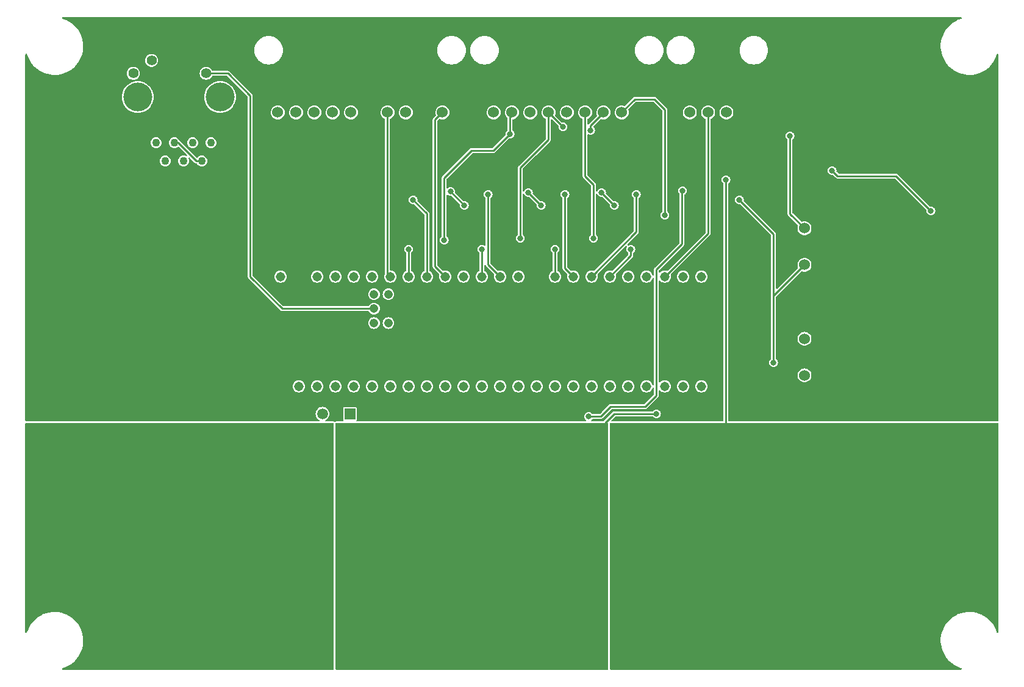
<source format=gbr>
G04 #@! TF.GenerationSoftware,KiCad,Pcbnew,7.0.7*
G04 #@! TF.CreationDate,2023-11-07T18:47:47-06:00*
G04 #@! TF.ProjectId,2024Rev1,32303234-5265-4763-912e-6b696361645f,rev?*
G04 #@! TF.SameCoordinates,Original*
G04 #@! TF.FileFunction,Copper,L2,Bot*
G04 #@! TF.FilePolarity,Positive*
%FSLAX46Y46*%
G04 Gerber Fmt 4.6, Leading zero omitted, Abs format (unit mm)*
G04 Created by KiCad (PCBNEW 7.0.7) date 2023-11-07 18:47:47*
%MOMM*%
%LPD*%
G01*
G04 APERTURE LIST*
G04 Aperture macros list*
%AMHorizOval*
0 Thick line with rounded ends*
0 $1 width*
0 $2 $3 position (X,Y) of the first rounded end (center of the circle)*
0 $4 $5 position (X,Y) of the second rounded end (center of the circle)*
0 Add line between two ends*
20,1,$1,$2,$3,$4,$5,0*
0 Add two circle primitives to create the rounded ends*
1,1,$1,$2,$3*
1,1,$1,$4,$5*%
G04 Aperture macros list end*
G04 #@! TA.AperFunction,ComponentPad*
%ADD10R,1.600000X1.600000*%
G04 #@! TD*
G04 #@! TA.AperFunction,ComponentPad*
%ADD11C,1.600000*%
G04 #@! TD*
G04 #@! TA.AperFunction,ComponentPad*
%ADD12C,1.524000*%
G04 #@! TD*
G04 #@! TA.AperFunction,ComponentPad*
%ADD13C,18.288000*%
G04 #@! TD*
G04 #@! TA.AperFunction,ComponentPad*
%ADD14C,1.100000*%
G04 #@! TD*
G04 #@! TA.AperFunction,ComponentPad*
%ADD15C,1.400000*%
G04 #@! TD*
G04 #@! TA.AperFunction,ComponentPad*
%ADD16C,4.000000*%
G04 #@! TD*
G04 #@! TA.AperFunction,ComponentPad*
%ADD17C,2.000000*%
G04 #@! TD*
G04 #@! TA.AperFunction,ComponentPad*
%ADD18R,1.500000X1.500000*%
G04 #@! TD*
G04 #@! TA.AperFunction,ComponentPad*
%ADD19C,1.500000*%
G04 #@! TD*
G04 #@! TA.AperFunction,ComponentPad*
%ADD20HorizOval,0.800000X0.000000X0.000000X0.000000X0.000000X0*%
G04 #@! TD*
G04 #@! TA.AperFunction,ComponentPad*
%ADD21HorizOval,0.800000X0.000000X0.000000X0.000000X0.000000X0*%
G04 #@! TD*
G04 #@! TA.AperFunction,ComponentPad*
%ADD22C,0.800000*%
G04 #@! TD*
G04 #@! TA.AperFunction,ComponentPad*
%ADD23O,9.000000X6.000000*%
G04 #@! TD*
G04 #@! TA.AperFunction,ComponentPad*
%ADD24C,1.308000*%
G04 #@! TD*
G04 #@! TA.AperFunction,ComponentPad*
%ADD25C,1.208000*%
G04 #@! TD*
G04 #@! TA.AperFunction,ViaPad*
%ADD26C,0.800000*%
G04 #@! TD*
G04 #@! TA.AperFunction,Conductor*
%ADD27C,0.254000*%
G04 #@! TD*
G04 APERTURE END LIST*
D10*
X153797000Y-94173113D03*
D11*
X153797000Y-92173113D03*
D12*
X203427500Y-71261500D03*
X203427500Y-68721500D03*
X203427500Y-66181500D03*
D13*
X107696000Y-106680000D03*
D14*
X121031000Y-54304500D03*
X119761000Y-56844500D03*
X118491000Y-54304500D03*
X117221000Y-56844500D03*
X115951000Y-54304500D03*
X114681000Y-56844500D03*
X113411000Y-54304500D03*
X112141000Y-56844500D03*
D15*
X122911000Y-42874500D03*
X120371000Y-44664500D03*
X112801000Y-42874500D03*
X110261000Y-44664500D03*
D16*
X122301000Y-47954500D03*
X110871000Y-47954500D03*
D17*
X124461000Y-51004500D03*
X108711000Y-51004500D03*
D12*
X203425500Y-86614000D03*
X203425500Y-84074000D03*
X203425500Y-81534000D03*
X130302000Y-50084000D03*
X132842000Y-50084000D03*
X135382000Y-50084000D03*
X137922000Y-50084000D03*
X140462000Y-50084000D03*
X143002000Y-50084000D03*
X145542000Y-50084000D03*
X148082000Y-50084000D03*
X150622000Y-50084000D03*
X153162000Y-50084000D03*
D13*
X217932000Y-106172000D03*
D10*
X160782000Y-94202000D03*
D11*
X160782000Y-92202000D03*
D12*
X160274000Y-50084000D03*
X162814000Y-50084000D03*
X165354000Y-50084000D03*
X167894000Y-50084000D03*
X170434000Y-50084000D03*
X172974000Y-50084000D03*
X175514000Y-50084000D03*
X178054000Y-50084000D03*
X180594000Y-50084000D03*
D18*
X140330000Y-91948000D03*
D19*
X138420000Y-91948000D03*
X136510000Y-91948000D03*
D20*
X137370000Y-113978000D03*
D21*
X137370000Y-112718000D03*
D22*
X136620000Y-115008000D03*
X136620000Y-111688000D03*
X135420000Y-115398000D03*
X135420000Y-111298000D03*
X134090000Y-115398000D03*
X134090000Y-111298000D03*
D23*
X133420000Y-113348000D03*
D22*
X132750000Y-115398000D03*
X132750000Y-111298000D03*
X131420000Y-115398000D03*
X131420000Y-111298000D03*
X130220000Y-115008000D03*
X130220000Y-111688000D03*
X129470000Y-113978000D03*
X129470000Y-112718000D03*
X147370000Y-113978000D03*
X147370000Y-112718000D03*
X146620000Y-115008000D03*
X146620000Y-111688000D03*
X145420000Y-115398000D03*
X145420000Y-111298000D03*
X144090000Y-115398000D03*
X144090000Y-111298000D03*
D23*
X143420000Y-113348000D03*
D22*
X142750000Y-115398000D03*
X142750000Y-111298000D03*
X141420000Y-115398000D03*
X141420000Y-111298000D03*
X140220000Y-115008000D03*
X140220000Y-111688000D03*
D21*
X139470000Y-113978000D03*
D20*
X139470000Y-112718000D03*
D12*
X187508495Y-50084000D03*
X190048495Y-50084000D03*
X192588495Y-50084000D03*
X195128495Y-50084000D03*
D13*
X107696000Y-78486000D03*
D24*
X133237000Y-88138000D03*
X135777000Y-88138000D03*
X138317000Y-88138000D03*
X140857000Y-88138000D03*
X166257000Y-88138000D03*
X135777000Y-72898000D03*
X143397000Y-88138000D03*
X145937000Y-88138000D03*
X148477000Y-88138000D03*
X151017000Y-88138000D03*
X153557000Y-88138000D03*
X156097000Y-88138000D03*
X158637000Y-88138000D03*
X161177000Y-88138000D03*
X163717000Y-88138000D03*
X163717000Y-72898000D03*
X161177000Y-72898000D03*
X158637000Y-72898000D03*
X156097000Y-72898000D03*
X153557000Y-72898000D03*
X151017000Y-72898000D03*
X148477000Y-72898000D03*
X145937000Y-72898000D03*
X143397000Y-72898000D03*
X140857000Y-72898000D03*
X138317000Y-72898000D03*
X168797000Y-88138000D03*
X171337000Y-88138000D03*
X173877000Y-88138000D03*
X176417000Y-88138000D03*
X178957000Y-88138000D03*
X181497000Y-88138000D03*
X184037000Y-88138000D03*
X186577000Y-88138000D03*
X189117000Y-88138000D03*
X189117000Y-72898000D03*
X186577000Y-72898000D03*
X184037000Y-72898000D03*
X181497000Y-72898000D03*
X178957000Y-72898000D03*
X176417000Y-72898000D03*
X173877000Y-72898000D03*
X171337000Y-72898000D03*
X168797000Y-72898000D03*
X130697000Y-88138000D03*
X166257000Y-72898000D03*
X133237000Y-72898000D03*
D25*
X145667000Y-77348000D03*
X143667000Y-77348000D03*
X143667000Y-75348000D03*
X145667000Y-75348000D03*
X145667000Y-79348000D03*
X143667000Y-79348000D03*
D24*
X130697000Y-72898000D03*
D26*
X207264000Y-58166000D03*
X220980000Y-63754000D03*
X158242000Y-61468000D03*
X168910000Y-61468000D03*
X178562000Y-63246000D03*
X168910000Y-63246000D03*
X178562000Y-61468000D03*
X147320000Y-62230000D03*
X120904000Y-68072000D03*
X158242000Y-63246000D03*
X201422000Y-53340000D03*
X203200000Y-101600000D03*
X193040000Y-116840000D03*
X193040000Y-111760000D03*
X182880000Y-121920000D03*
X182880000Y-111760000D03*
X185420000Y-99822000D03*
X187960000Y-111760000D03*
X203200000Y-111760000D03*
X208280000Y-121920000D03*
X198120000Y-106680000D03*
X228600000Y-116840000D03*
X218440000Y-121920000D03*
X192532000Y-59436000D03*
X182118000Y-97028000D03*
X185420000Y-105156000D03*
X213360000Y-121920000D03*
X182880000Y-116840000D03*
X182118000Y-99822000D03*
X208280000Y-96520000D03*
X203200000Y-106680000D03*
X193040000Y-121920000D03*
X193040000Y-101600000D03*
X203200000Y-116840000D03*
X198120000Y-101600000D03*
X198120000Y-96520000D03*
X198120000Y-111760000D03*
X178816000Y-97028000D03*
X185420000Y-102362000D03*
X203200000Y-96520000D03*
X178816000Y-99822000D03*
X182118000Y-105156000D03*
X198120000Y-121920000D03*
X182118000Y-102362000D03*
X208280000Y-116840000D03*
X193040000Y-96520000D03*
X198120000Y-116840000D03*
X228600000Y-96520000D03*
X187960000Y-116840000D03*
X203200000Y-121920000D03*
X193040000Y-106680000D03*
X187960000Y-121920000D03*
X178816000Y-105156000D03*
X185420000Y-97028000D03*
X178816000Y-102362000D03*
X184046500Y-64365500D03*
X173736000Y-52578000D03*
X163980500Y-67564000D03*
X169903000Y-52093000D03*
X162560000Y-53086000D03*
X153416000Y-67818000D03*
X179324000Y-69088000D03*
X180086000Y-61468000D03*
X121920000Y-111760000D03*
X111760000Y-121920000D03*
X96520000Y-96520000D03*
X116840000Y-96520000D03*
X137160000Y-106680000D03*
X132080000Y-121920000D03*
X132080000Y-101600000D03*
X127000000Y-121920000D03*
X132080000Y-106680000D03*
X116840000Y-121920000D03*
X127000000Y-111760000D03*
X132080000Y-96520000D03*
X127000000Y-116840000D03*
X96520000Y-116840000D03*
X121920000Y-121920000D03*
X106680000Y-121920000D03*
X121920000Y-96520000D03*
X121920000Y-101600000D03*
X137160000Y-121920000D03*
X127000000Y-96520000D03*
X127000000Y-106680000D03*
X121920000Y-116840000D03*
X127000000Y-101600000D03*
X137160000Y-96520000D03*
X121920000Y-106680000D03*
X137160000Y-101600000D03*
X116840000Y-116840000D03*
X168797000Y-69088000D03*
X186502000Y-60960000D03*
X173482000Y-92329000D03*
X170180000Y-61468000D03*
X158637000Y-69088000D03*
X177038000Y-62992000D03*
X175260000Y-61214000D03*
X159512000Y-61468000D03*
X148477000Y-69088000D03*
X165100000Y-61214000D03*
X166878000Y-62992000D03*
X149098000Y-62230000D03*
X154305000Y-61087000D03*
X156210000Y-62992000D03*
X152400000Y-116840000D03*
X172974000Y-103759000D03*
X152400000Y-106680000D03*
X147320000Y-101600000D03*
X162560000Y-106680000D03*
X142240000Y-106680000D03*
X152400000Y-121920000D03*
X167640000Y-96520000D03*
X157480000Y-121920000D03*
X162560000Y-101600000D03*
X194396000Y-62230000D03*
X162560000Y-121920000D03*
X172720000Y-116840000D03*
X152400000Y-101600000D03*
X167640000Y-121920000D03*
X172974000Y-98679000D03*
X172974000Y-105029000D03*
X167640000Y-116840000D03*
X172974000Y-99949000D03*
X172720000Y-121920000D03*
X172974000Y-102489000D03*
X152400000Y-111760000D03*
X157480000Y-101600000D03*
X162560000Y-111760000D03*
X147320000Y-96520000D03*
X167640000Y-101600000D03*
X182880000Y-91948000D03*
X172720000Y-111760000D03*
X142240000Y-121920000D03*
X142240000Y-101600000D03*
X167640000Y-106680000D03*
X157480000Y-111760000D03*
X157480000Y-116840000D03*
X157480000Y-106680000D03*
X147320000Y-121920000D03*
X162560000Y-116840000D03*
X142240000Y-96520000D03*
X147320000Y-106680000D03*
X167640000Y-111760000D03*
X199136000Y-84836000D03*
X174140500Y-67564000D03*
D27*
X220980000Y-63754000D02*
X216154000Y-58928000D01*
X216154000Y-58928000D02*
X208026000Y-58928000D01*
X208026000Y-58928000D02*
X207264000Y-58166000D01*
X201422000Y-64176000D02*
X203427500Y-66181500D01*
X201422000Y-53340000D02*
X201422000Y-64176000D01*
X116496750Y-54304500D02*
X119036750Y-56844500D01*
X115951000Y-54304500D02*
X116496750Y-54304500D01*
X119036750Y-56844500D02*
X119761000Y-56844500D01*
X152146000Y-71487000D02*
X152146000Y-51100000D01*
X153557000Y-72898000D02*
X152146000Y-71487000D01*
X152146000Y-51100000D02*
X153162000Y-50084000D01*
X192532000Y-59436000D02*
X192532000Y-93980000D01*
X192532000Y-93980000D02*
X191516000Y-94996000D01*
X145542000Y-72503000D02*
X145937000Y-72898000D01*
X145542000Y-50084000D02*
X145542000Y-72503000D01*
X179878000Y-48260000D02*
X178054000Y-50084000D01*
X182626000Y-48260000D02*
X179878000Y-48260000D01*
X184046500Y-64365500D02*
X184046500Y-49680500D01*
X184046500Y-49680500D02*
X182626000Y-48260000D01*
X175514000Y-50165000D02*
X175514000Y-50084000D01*
X173736000Y-51943000D02*
X175514000Y-50165000D01*
X173736000Y-52578000D02*
X173736000Y-51943000D01*
X167894000Y-53848000D02*
X167894000Y-50084000D01*
X163980500Y-57761500D02*
X167894000Y-53848000D01*
X169903000Y-52093000D02*
X167894000Y-50084000D01*
X163980500Y-67564000D02*
X163980500Y-57761500D01*
X160274000Y-55372000D02*
X157226000Y-55372000D01*
X162560000Y-50338000D02*
X162814000Y-50084000D01*
X153416000Y-59182000D02*
X153416000Y-67818000D01*
X162560000Y-53086000D02*
X160274000Y-55372000D01*
X162560000Y-53086000D02*
X162560000Y-50338000D01*
X157226000Y-55372000D02*
X153416000Y-59182000D01*
X120371000Y-44664500D02*
X123404500Y-44664500D01*
X126492000Y-47752000D02*
X126492000Y-72898000D01*
X123404500Y-44664500D02*
X126492000Y-47752000D01*
X130942000Y-77348000D02*
X143667000Y-77348000D01*
X126492000Y-72898000D02*
X130942000Y-77348000D01*
X184037000Y-72898000D02*
X190048495Y-66886505D01*
X190048495Y-66886505D02*
X190048495Y-50084000D01*
X179324000Y-69991000D02*
X176417000Y-72898000D01*
X179324000Y-69088000D02*
X179324000Y-69991000D01*
X180086000Y-61468000D02*
X180086000Y-66689000D01*
X180086000Y-66689000D02*
X173877000Y-72898000D01*
X168797000Y-69088000D02*
X168797000Y-72898000D01*
X186436000Y-61026000D02*
X186502000Y-60960000D01*
X176530000Y-90932000D02*
X181356000Y-90932000D01*
X182880000Y-71882000D02*
X186436000Y-68326000D01*
X173482000Y-92329000D02*
X175133000Y-92329000D01*
X186436000Y-68326000D02*
X186436000Y-61026000D01*
X175133000Y-92329000D02*
X176530000Y-90932000D01*
X181356000Y-90932000D02*
X182880000Y-89408000D01*
X182880000Y-89408000D02*
X182880000Y-71882000D01*
X170180000Y-61468000D02*
X170180000Y-71741000D01*
X170180000Y-71741000D02*
X171337000Y-72898000D01*
X158637000Y-69088000D02*
X158637000Y-72898000D01*
X175260000Y-61214000D02*
X177038000Y-62992000D01*
X159512000Y-71233000D02*
X161177000Y-72898000D01*
X159512000Y-61468000D02*
X159512000Y-71233000D01*
X148477000Y-69088000D02*
X148477000Y-72898000D01*
X165100000Y-61214000D02*
X166878000Y-62992000D01*
X151017000Y-64149000D02*
X149098000Y-62230000D01*
X151017000Y-72898000D02*
X151017000Y-64149000D01*
X156210000Y-62992000D02*
X154305000Y-61087000D01*
X175768000Y-93218000D02*
X175768000Y-94234000D01*
X182880000Y-91948000D02*
X177038000Y-91948000D01*
X199136000Y-84836000D02*
X199136000Y-76454000D01*
X199136000Y-66970000D02*
X194396000Y-62230000D01*
X203427500Y-71261500D02*
X199136000Y-75553000D01*
X177038000Y-91948000D02*
X175768000Y-93218000D01*
X199136000Y-76454000D02*
X199136000Y-66970000D01*
X199136000Y-75553000D02*
X199136000Y-76454000D01*
X172974000Y-50084000D02*
X172974000Y-58928000D01*
X172974000Y-58928000D02*
X174140500Y-60094500D01*
X174140500Y-60094500D02*
X174140500Y-67564000D01*
G04 #@! TA.AperFunction,Conductor*
G36*
X176140539Y-93237685D02*
G01*
X176186294Y-93290489D01*
X176197500Y-93342000D01*
X176197500Y-127373500D01*
X176177815Y-127440539D01*
X176125011Y-127486294D01*
X176073500Y-127497500D01*
X138427000Y-127497500D01*
X138359961Y-127477815D01*
X138314206Y-127425011D01*
X138303000Y-127373500D01*
X138303000Y-93342000D01*
X138322685Y-93274961D01*
X138375489Y-93229206D01*
X138427000Y-93218000D01*
X176073500Y-93218000D01*
X176140539Y-93237685D01*
G37*
G04 #@! TD.AperFunction*
G04 #@! TA.AperFunction,Conductor*
G36*
X138040539Y-93237685D02*
G01*
X138086294Y-93290489D01*
X138097500Y-93342000D01*
X138097500Y-127373500D01*
X138077815Y-127440539D01*
X138025011Y-127486294D01*
X137973500Y-127497500D01*
X100488074Y-127497500D01*
X100421035Y-127477815D01*
X100375280Y-127425011D01*
X100365336Y-127355853D01*
X100394361Y-127292297D01*
X100453139Y-127254523D01*
X100457476Y-127253334D01*
X100459810Y-127252739D01*
X100486726Y-127245886D01*
X100859445Y-127110228D01*
X101216803Y-126938133D01*
X101555251Y-126731312D01*
X101871424Y-126491820D01*
X102162181Y-126222037D01*
X102424631Y-125924645D01*
X102656166Y-125602600D01*
X102854485Y-125259101D01*
X103017617Y-124897563D01*
X103143941Y-124521578D01*
X103232201Y-124134885D01*
X103281521Y-123741325D01*
X103286462Y-123543190D01*
X103291409Y-123344826D01*
X103291409Y-123344810D01*
X103276561Y-123146675D01*
X103261769Y-122949280D01*
X103192893Y-122558668D01*
X103085467Y-122176854D01*
X102940559Y-121807634D01*
X102759609Y-121454677D01*
X102544414Y-121121491D01*
X102297114Y-120811386D01*
X102297111Y-120811383D01*
X102297104Y-120811374D01*
X102020176Y-120527455D01*
X102020173Y-120527452D01*
X102020172Y-120527451D01*
X102020167Y-120527446D01*
X101716324Y-120272492D01*
X101643613Y-120222918D01*
X101388605Y-120049057D01*
X101272494Y-119985826D01*
X101040270Y-119859364D01*
X101040262Y-119859360D01*
X101040259Y-119859359D01*
X100674777Y-119705296D01*
X100674761Y-119705290D01*
X100295764Y-119588385D01*
X100295751Y-119588382D01*
X99907000Y-119509794D01*
X99906979Y-119509791D01*
X99512320Y-119470300D01*
X99512319Y-119470300D01*
X99214899Y-119470300D01*
X99214897Y-119470300D01*
X98917855Y-119485124D01*
X98525647Y-119544241D01*
X98141272Y-119642114D01*
X97768549Y-119777774D01*
X97411191Y-119949869D01*
X97072753Y-120156684D01*
X97072742Y-120156692D01*
X96756575Y-120396180D01*
X96756572Y-120396182D01*
X96465813Y-120665968D01*
X96203365Y-120963359D01*
X95971839Y-121285393D01*
X95971826Y-121285413D01*
X95773516Y-121628896D01*
X95610382Y-121990437D01*
X95502043Y-122312894D01*
X95462032Y-122370174D01*
X95397406Y-122396729D01*
X95328681Y-122384128D01*
X95277679Y-122336373D01*
X95260500Y-122273402D01*
X95260500Y-93342000D01*
X95280185Y-93274961D01*
X95332989Y-93229206D01*
X95384500Y-93218000D01*
X137973500Y-93218000D01*
X138040539Y-93237685D01*
G37*
G04 #@! TD.AperFunction*
G04 #@! TA.AperFunction,Conductor*
G36*
X230310539Y-93237685D02*
G01*
X230356294Y-93290489D01*
X230367500Y-93342000D01*
X230367500Y-122280701D01*
X230347815Y-122347740D01*
X230295011Y-122393495D01*
X230225853Y-122403439D01*
X230162297Y-122374414D01*
X230124523Y-122315636D01*
X230124135Y-122314285D01*
X230085469Y-122176862D01*
X230085465Y-122176848D01*
X229940564Y-121807646D01*
X229940559Y-121807634D01*
X229759613Y-121454685D01*
X229759609Y-121454677D01*
X229544414Y-121121491D01*
X229297114Y-120811386D01*
X229297111Y-120811383D01*
X229297104Y-120811374D01*
X229020176Y-120527455D01*
X229020173Y-120527452D01*
X229020172Y-120527451D01*
X229020167Y-120527446D01*
X228716324Y-120272492D01*
X228643613Y-120222918D01*
X228388605Y-120049057D01*
X228272493Y-119985826D01*
X228040270Y-119859364D01*
X228040262Y-119859360D01*
X228040259Y-119859359D01*
X227674777Y-119705296D01*
X227674761Y-119705290D01*
X227295764Y-119588385D01*
X227295751Y-119588382D01*
X226907000Y-119509794D01*
X226906979Y-119509791D01*
X226512320Y-119470300D01*
X226512319Y-119470300D01*
X226214899Y-119470300D01*
X226214897Y-119470300D01*
X225917855Y-119485124D01*
X225525647Y-119544241D01*
X225141272Y-119642114D01*
X224768549Y-119777774D01*
X224411191Y-119949869D01*
X224072753Y-120156684D01*
X224072742Y-120156692D01*
X223756575Y-120396180D01*
X223756572Y-120396182D01*
X223465813Y-120665968D01*
X223203365Y-120963359D01*
X222971839Y-121285393D01*
X222971826Y-121285413D01*
X222773516Y-121628896D01*
X222610382Y-121990437D01*
X222484059Y-122366419D01*
X222395799Y-122753111D01*
X222346478Y-123146681D01*
X222336590Y-123543173D01*
X222336590Y-123543187D01*
X222366230Y-123938711D01*
X222366231Y-123938724D01*
X222435108Y-124329339D01*
X222542530Y-124711137D01*
X222542534Y-124711151D01*
X222687435Y-125080353D01*
X222687440Y-125080365D01*
X222866066Y-125428788D01*
X222868391Y-125433323D01*
X223083586Y-125766509D01*
X223330886Y-126076614D01*
X223330895Y-126076625D01*
X223576260Y-126328184D01*
X223607833Y-126360554D01*
X223911676Y-126615508D01*
X224239394Y-126838942D01*
X224587730Y-127028636D01*
X224953223Y-127182704D01*
X224953232Y-127182706D01*
X224953238Y-127182709D01*
X225187629Y-127255009D01*
X225245888Y-127293579D01*
X225274045Y-127357524D01*
X225263162Y-127426541D01*
X225216694Y-127478717D01*
X225151079Y-127497500D01*
X176527000Y-127497500D01*
X176459961Y-127477815D01*
X176414206Y-127425011D01*
X176403000Y-127373500D01*
X176403000Y-93342000D01*
X176422685Y-93274961D01*
X176475489Y-93229206D01*
X176527000Y-93218000D01*
X230243500Y-93218000D01*
X230310539Y-93237685D01*
G37*
G04 #@! TD.AperFunction*
G04 #@! TA.AperFunction,Conductor*
G36*
X225206965Y-36860185D02*
G01*
X225252720Y-36912989D01*
X225262664Y-36982147D01*
X225233639Y-37045703D01*
X225174861Y-37083477D01*
X225170524Y-37084666D01*
X225141272Y-37092114D01*
X224768549Y-37227774D01*
X224411191Y-37399869D01*
X224072753Y-37606684D01*
X224072742Y-37606692D01*
X223756575Y-37846180D01*
X223756572Y-37846182D01*
X223465813Y-38115968D01*
X223203365Y-38413359D01*
X222971839Y-38735393D01*
X222971826Y-38735413D01*
X222773516Y-39078896D01*
X222610382Y-39440437D01*
X222484059Y-39816419D01*
X222395799Y-40203111D01*
X222346478Y-40596681D01*
X222336590Y-40993173D01*
X222336590Y-40993187D01*
X222366230Y-41388711D01*
X222366231Y-41388724D01*
X222435108Y-41779339D01*
X222542530Y-42161137D01*
X222542534Y-42161151D01*
X222687435Y-42530353D01*
X222687440Y-42530365D01*
X222868386Y-42883314D01*
X222868391Y-42883323D01*
X223083586Y-43216509D01*
X223330886Y-43526614D01*
X223330895Y-43526625D01*
X223600811Y-43803355D01*
X223607833Y-43810554D01*
X223911676Y-44065508D01*
X224239394Y-44288942D01*
X224587730Y-44478636D01*
X224953223Y-44632704D01*
X224953232Y-44632706D01*
X224953238Y-44632709D01*
X225332235Y-44749614D01*
X225332248Y-44749617D01*
X225720999Y-44828205D01*
X225721014Y-44828208D01*
X226059300Y-44862058D01*
X226115680Y-44867700D01*
X226115681Y-44867700D01*
X226413103Y-44867700D01*
X226611130Y-44857816D01*
X226710145Y-44852875D01*
X227102353Y-44793759D01*
X227486726Y-44695886D01*
X227859445Y-44560228D01*
X228216803Y-44388133D01*
X228555251Y-44181312D01*
X228871424Y-43941820D01*
X229162181Y-43672037D01*
X229424631Y-43374645D01*
X229656166Y-43052600D01*
X229854485Y-42709101D01*
X230017617Y-42347563D01*
X230125956Y-42025105D01*
X230165968Y-41967825D01*
X230230594Y-41941270D01*
X230299318Y-41953871D01*
X230350321Y-42001626D01*
X230367500Y-42064597D01*
X230367500Y-92888500D01*
X230347815Y-92955539D01*
X230295011Y-93001294D01*
X230243500Y-93012500D01*
X192983500Y-93012500D01*
X192916461Y-92992815D01*
X192870706Y-92940011D01*
X192859500Y-92888500D01*
X192859500Y-86613999D01*
X202458343Y-86613999D01*
X202476926Y-86802681D01*
X202476927Y-86802683D01*
X202531963Y-86984115D01*
X202531964Y-86984118D01*
X202531965Y-86984119D01*
X202531966Y-86984122D01*
X202621334Y-87151318D01*
X202621338Y-87151325D01*
X202741616Y-87297883D01*
X202888174Y-87418161D01*
X202888181Y-87418165D01*
X203055377Y-87507533D01*
X203055378Y-87507533D01*
X203055385Y-87507537D01*
X203236817Y-87562573D01*
X203236816Y-87562573D01*
X203253733Y-87564239D01*
X203425500Y-87581157D01*
X203614183Y-87562573D01*
X203795615Y-87507537D01*
X203962824Y-87418162D01*
X204109383Y-87297883D01*
X204229662Y-87151324D01*
X204319037Y-86984115D01*
X204374073Y-86802683D01*
X204392657Y-86614000D01*
X204374073Y-86425317D01*
X204319037Y-86243885D01*
X204229662Y-86076676D01*
X204229661Y-86076674D01*
X204109383Y-85930116D01*
X203962825Y-85809838D01*
X203962818Y-85809834D01*
X203795622Y-85720466D01*
X203795619Y-85720465D01*
X203795618Y-85720464D01*
X203795615Y-85720463D01*
X203614183Y-85665427D01*
X203614181Y-85665426D01*
X203614183Y-85665426D01*
X203425500Y-85646843D01*
X203236818Y-85665426D01*
X203129694Y-85697921D01*
X203055385Y-85720463D01*
X203055382Y-85720464D01*
X203055380Y-85720465D01*
X203055377Y-85720466D01*
X202888181Y-85809834D01*
X202888174Y-85809838D01*
X202741616Y-85930116D01*
X202621338Y-86076674D01*
X202621334Y-86076681D01*
X202531966Y-86243877D01*
X202531965Y-86243880D01*
X202476926Y-86425318D01*
X202458343Y-86613999D01*
X192859500Y-86613999D01*
X192859500Y-62230001D01*
X193790318Y-62230001D01*
X193810955Y-62386760D01*
X193810956Y-62386762D01*
X193844383Y-62467463D01*
X193871464Y-62532841D01*
X193967718Y-62658282D01*
X194093159Y-62754536D01*
X194239238Y-62815044D01*
X194270047Y-62819100D01*
X194395999Y-62835682D01*
X194396000Y-62835682D01*
X194461319Y-62827082D01*
X194530354Y-62837847D01*
X194565186Y-62862340D01*
X198772181Y-67069335D01*
X198805666Y-67130658D01*
X198808500Y-67157016D01*
X198808500Y-75493556D01*
X198805152Y-75518979D01*
X198804712Y-75524013D01*
X198808264Y-75564598D01*
X198808500Y-75570005D01*
X198808500Y-84269234D01*
X198788815Y-84336273D01*
X198759988Y-84367608D01*
X198707721Y-84407715D01*
X198707719Y-84407716D01*
X198707718Y-84407718D01*
X198635527Y-84501798D01*
X198611463Y-84533160D01*
X198550956Y-84679237D01*
X198550955Y-84679239D01*
X198530318Y-84835998D01*
X198530318Y-84836001D01*
X198550955Y-84992760D01*
X198550956Y-84992762D01*
X198611464Y-85138841D01*
X198707718Y-85264282D01*
X198833159Y-85360536D01*
X198979238Y-85421044D01*
X199057619Y-85431363D01*
X199135999Y-85441682D01*
X199136000Y-85441682D01*
X199136001Y-85441682D01*
X199188254Y-85434802D01*
X199292762Y-85421044D01*
X199438841Y-85360536D01*
X199564282Y-85264282D01*
X199660536Y-85138841D01*
X199721044Y-84992762D01*
X199741682Y-84836000D01*
X199721044Y-84679238D01*
X199660536Y-84533159D01*
X199564282Y-84407718D01*
X199562216Y-84406132D01*
X199512012Y-84367608D01*
X199470810Y-84311180D01*
X199463500Y-84269234D01*
X199463500Y-81533999D01*
X202458343Y-81533999D01*
X202476926Y-81722681D01*
X202476927Y-81722683D01*
X202531963Y-81904115D01*
X202531964Y-81904118D01*
X202531965Y-81904119D01*
X202531966Y-81904122D01*
X202621334Y-82071318D01*
X202621338Y-82071325D01*
X202741616Y-82217883D01*
X202888174Y-82338161D01*
X202888181Y-82338165D01*
X203055377Y-82427533D01*
X203055378Y-82427533D01*
X203055385Y-82427537D01*
X203236817Y-82482573D01*
X203236816Y-82482573D01*
X203253733Y-82484239D01*
X203425500Y-82501157D01*
X203614183Y-82482573D01*
X203795615Y-82427537D01*
X203962824Y-82338162D01*
X204109383Y-82217883D01*
X204229662Y-82071324D01*
X204319037Y-81904115D01*
X204374073Y-81722683D01*
X204392657Y-81534000D01*
X204374073Y-81345317D01*
X204319037Y-81163885D01*
X204229662Y-80996676D01*
X204229661Y-80996674D01*
X204109383Y-80850116D01*
X203962825Y-80729838D01*
X203962818Y-80729834D01*
X203795622Y-80640466D01*
X203795619Y-80640465D01*
X203795618Y-80640464D01*
X203795615Y-80640463D01*
X203614183Y-80585427D01*
X203614181Y-80585426D01*
X203614183Y-80585426D01*
X203425500Y-80566843D01*
X203236818Y-80585426D01*
X203129694Y-80617921D01*
X203055385Y-80640463D01*
X203055382Y-80640464D01*
X203055380Y-80640465D01*
X203055377Y-80640466D01*
X202888181Y-80729834D01*
X202888174Y-80729838D01*
X202741616Y-80850116D01*
X202621338Y-80996674D01*
X202621334Y-80996681D01*
X202531966Y-81163877D01*
X202531965Y-81163880D01*
X202476926Y-81345318D01*
X202458343Y-81533999D01*
X199463500Y-81533999D01*
X199463500Y-75740015D01*
X199483185Y-75672976D01*
X199499814Y-75652339D01*
X202958592Y-72193561D01*
X203019913Y-72160078D01*
X203082264Y-72162583D01*
X203238814Y-72210072D01*
X203238816Y-72210073D01*
X203255733Y-72211739D01*
X203427500Y-72228657D01*
X203616183Y-72210073D01*
X203797615Y-72155037D01*
X203964824Y-72065662D01*
X204111383Y-71945383D01*
X204231662Y-71798824D01*
X204321037Y-71631615D01*
X204376073Y-71450183D01*
X204394657Y-71261500D01*
X204376073Y-71072817D01*
X204321037Y-70891385D01*
X204231662Y-70724176D01*
X204231661Y-70724174D01*
X204111383Y-70577616D01*
X203964825Y-70457338D01*
X203964818Y-70457334D01*
X203797622Y-70367966D01*
X203797619Y-70367965D01*
X203797618Y-70367964D01*
X203797615Y-70367963D01*
X203616183Y-70312927D01*
X203616181Y-70312926D01*
X203616183Y-70312926D01*
X203427500Y-70294343D01*
X203238818Y-70312926D01*
X203131694Y-70345421D01*
X203057385Y-70367963D01*
X203057382Y-70367964D01*
X203057380Y-70367965D01*
X203057377Y-70367966D01*
X202890181Y-70457334D01*
X202890174Y-70457338D01*
X202743616Y-70577616D01*
X202623338Y-70724174D01*
X202623334Y-70724181D01*
X202533966Y-70891377D01*
X202533965Y-70891380D01*
X202478926Y-71072818D01*
X202460343Y-71261500D01*
X202478926Y-71450181D01*
X202498887Y-71515983D01*
X202526038Y-71605491D01*
X202526415Y-71606732D01*
X202527038Y-71676599D01*
X202495435Y-71730408D01*
X199675181Y-74550663D01*
X199613858Y-74584148D01*
X199544166Y-74579164D01*
X199488233Y-74537292D01*
X199463816Y-74471828D01*
X199463500Y-74462982D01*
X199463500Y-66986995D01*
X199463736Y-66981588D01*
X199467286Y-66941013D01*
X199456741Y-66901662D01*
X199455574Y-66896402D01*
X199448497Y-66856261D01*
X199448495Y-66856257D01*
X199446756Y-66851480D01*
X199439546Y-66834072D01*
X199437393Y-66829455D01*
X199414032Y-66796093D01*
X199411123Y-66791528D01*
X199390750Y-66756240D01*
X199390746Y-66756236D01*
X199359535Y-66730046D01*
X199355546Y-66726391D01*
X195028340Y-62399186D01*
X194994855Y-62337863D01*
X194993082Y-62295319D01*
X195001682Y-62230000D01*
X195001682Y-62229998D01*
X194981044Y-62073239D01*
X194981044Y-62073238D01*
X194920536Y-61927159D01*
X194824282Y-61801718D01*
X194698841Y-61705464D01*
X194673209Y-61694847D01*
X194552762Y-61644956D01*
X194552760Y-61644955D01*
X194396001Y-61624318D01*
X194395999Y-61624318D01*
X194239239Y-61644955D01*
X194239237Y-61644956D01*
X194093160Y-61705463D01*
X193967718Y-61801718D01*
X193871463Y-61927160D01*
X193810956Y-62073237D01*
X193810955Y-62073239D01*
X193790318Y-62229998D01*
X193790318Y-62230001D01*
X192859500Y-62230001D01*
X192859500Y-60002764D01*
X192879185Y-59935725D01*
X192908014Y-59904388D01*
X192938833Y-59880740D01*
X192960282Y-59864282D01*
X193056536Y-59738841D01*
X193117044Y-59592762D01*
X193137682Y-59436000D01*
X193117044Y-59279238D01*
X193056536Y-59133159D01*
X192960282Y-59007718D01*
X192834841Y-58911464D01*
X192833706Y-58910994D01*
X192688762Y-58850956D01*
X192688760Y-58850955D01*
X192532001Y-58830318D01*
X192531999Y-58830318D01*
X192375239Y-58850955D01*
X192375237Y-58850956D01*
X192229160Y-58911463D01*
X192103718Y-59007718D01*
X192007463Y-59133160D01*
X191946956Y-59279237D01*
X191946955Y-59279239D01*
X191926318Y-59435998D01*
X191926318Y-59436001D01*
X191946955Y-59592760D01*
X191946956Y-59592762D01*
X192007464Y-59738841D01*
X192103718Y-59864282D01*
X192103719Y-59864283D01*
X192155986Y-59904388D01*
X192197189Y-59960816D01*
X192204500Y-60002764D01*
X192204500Y-92888500D01*
X192184815Y-92955539D01*
X192132011Y-93001294D01*
X192080500Y-93012500D01*
X176736016Y-93012500D01*
X176668977Y-92992815D01*
X176623222Y-92940011D01*
X176613278Y-92870853D01*
X176642303Y-92807297D01*
X176648335Y-92800819D01*
X176799415Y-92649740D01*
X177137335Y-92311819D01*
X177198659Y-92278334D01*
X177225017Y-92275500D01*
X182313235Y-92275500D01*
X182380274Y-92295185D01*
X182411610Y-92324013D01*
X182415437Y-92329000D01*
X182451718Y-92376282D01*
X182577159Y-92472536D01*
X182723238Y-92533044D01*
X182801619Y-92543363D01*
X182879999Y-92553682D01*
X182880000Y-92553682D01*
X182880001Y-92553682D01*
X182932253Y-92546802D01*
X183036762Y-92533044D01*
X183182841Y-92472536D01*
X183308282Y-92376282D01*
X183404536Y-92250841D01*
X183465044Y-92104762D01*
X183483420Y-91965181D01*
X183485682Y-91948001D01*
X183485682Y-91947998D01*
X183465044Y-91791239D01*
X183465044Y-91791238D01*
X183404536Y-91645159D01*
X183308282Y-91519718D01*
X183182841Y-91423464D01*
X183168143Y-91417376D01*
X183036762Y-91362956D01*
X183036760Y-91362955D01*
X182880001Y-91342318D01*
X182879999Y-91342318D01*
X182723239Y-91362955D01*
X182723237Y-91362956D01*
X182577160Y-91423463D01*
X182577158Y-91423464D01*
X182577159Y-91423464D01*
X182451718Y-91519718D01*
X182451717Y-91519719D01*
X182451716Y-91519720D01*
X182411610Y-91571987D01*
X182355182Y-91613189D01*
X182313235Y-91620500D01*
X177054997Y-91620500D01*
X177049595Y-91620264D01*
X177042263Y-91619622D01*
X177009016Y-91616713D01*
X176969670Y-91627255D01*
X176964390Y-91628426D01*
X176924265Y-91635502D01*
X176924263Y-91635502D01*
X176924261Y-91635503D01*
X176924258Y-91635504D01*
X176919521Y-91637228D01*
X176902028Y-91644473D01*
X176897456Y-91646605D01*
X176864087Y-91669970D01*
X176859527Y-91672875D01*
X176824242Y-91693247D01*
X176824239Y-91693250D01*
X176798053Y-91724457D01*
X176794398Y-91728446D01*
X175548455Y-92974389D01*
X175544474Y-92978038D01*
X175540385Y-92981470D01*
X175537995Y-92983475D01*
X175473995Y-93011499D01*
X175458274Y-93012500D01*
X173942967Y-93012500D01*
X173875928Y-92992815D01*
X173830173Y-92940011D01*
X173820229Y-92870853D01*
X173849254Y-92807297D01*
X173867481Y-92790124D01*
X173881793Y-92779142D01*
X173910282Y-92757282D01*
X173950388Y-92705013D01*
X174006818Y-92663811D01*
X174048765Y-92656500D01*
X175115995Y-92656500D01*
X175121398Y-92656735D01*
X175161984Y-92660287D01*
X175201368Y-92649732D01*
X175206586Y-92648576D01*
X175246739Y-92641497D01*
X175246744Y-92641493D01*
X175251531Y-92639752D01*
X175268919Y-92632549D01*
X175273537Y-92630395D01*
X175273543Y-92630394D01*
X175306937Y-92607009D01*
X175311451Y-92604134D01*
X175346760Y-92583750D01*
X175372966Y-92552517D01*
X175376586Y-92548566D01*
X176629335Y-91295819D01*
X176690659Y-91262334D01*
X176717017Y-91259500D01*
X181338995Y-91259500D01*
X181344398Y-91259735D01*
X181384984Y-91263287D01*
X181424368Y-91252732D01*
X181429586Y-91251576D01*
X181469739Y-91244497D01*
X181469744Y-91244493D01*
X181474531Y-91242752D01*
X181491919Y-91235549D01*
X181496537Y-91233395D01*
X181496543Y-91233394D01*
X181529937Y-91210009D01*
X181534451Y-91207134D01*
X181569760Y-91186750D01*
X181595966Y-91155517D01*
X181599597Y-91151555D01*
X183099561Y-89651592D01*
X183103523Y-89647961D01*
X183134750Y-89621760D01*
X183155125Y-89586466D01*
X183158026Y-89581913D01*
X183181394Y-89548543D01*
X183181395Y-89548537D01*
X183183549Y-89543919D01*
X183190755Y-89526524D01*
X183192495Y-89521742D01*
X183192494Y-89521742D01*
X183192497Y-89521739D01*
X183199577Y-89481578D01*
X183200733Y-89476365D01*
X183211286Y-89436985D01*
X183207735Y-89396406D01*
X183207500Y-89391003D01*
X183207500Y-88816808D01*
X183227185Y-88749769D01*
X183279989Y-88704014D01*
X183349147Y-88694070D01*
X183412703Y-88723095D01*
X183423647Y-88733834D01*
X183462078Y-88776515D01*
X183607396Y-88882095D01*
X183771490Y-88955154D01*
X183947188Y-88992500D01*
X184126812Y-88992500D01*
X184302510Y-88955154D01*
X184466604Y-88882095D01*
X184611922Y-88776515D01*
X184732113Y-88643029D01*
X184821925Y-88487471D01*
X184877431Y-88316639D01*
X184896207Y-88138000D01*
X185717793Y-88138000D01*
X185736569Y-88316640D01*
X185747499Y-88350281D01*
X185792075Y-88487471D01*
X185881887Y-88643029D01*
X186002078Y-88776515D01*
X186147396Y-88882095D01*
X186311490Y-88955154D01*
X186487188Y-88992500D01*
X186666812Y-88992500D01*
X186842510Y-88955154D01*
X187006604Y-88882095D01*
X187151922Y-88776515D01*
X187272113Y-88643029D01*
X187361925Y-88487471D01*
X187417431Y-88316639D01*
X187436207Y-88138000D01*
X187436207Y-88137999D01*
X188257793Y-88137999D01*
X188276569Y-88316640D01*
X188287499Y-88350281D01*
X188332075Y-88487471D01*
X188421887Y-88643029D01*
X188542078Y-88776515D01*
X188687396Y-88882095D01*
X188851490Y-88955154D01*
X189027188Y-88992500D01*
X189206812Y-88992500D01*
X189382510Y-88955154D01*
X189546604Y-88882095D01*
X189691922Y-88776515D01*
X189812113Y-88643029D01*
X189901925Y-88487471D01*
X189957431Y-88316639D01*
X189976207Y-88138000D01*
X189957431Y-87959361D01*
X189901925Y-87788529D01*
X189812113Y-87632971D01*
X189691922Y-87499485D01*
X189546604Y-87393905D01*
X189382510Y-87320846D01*
X189382508Y-87320845D01*
X189206812Y-87283500D01*
X189027188Y-87283500D01*
X188851490Y-87320845D01*
X188851485Y-87320847D01*
X188687397Y-87393905D01*
X188687392Y-87393907D01*
X188542079Y-87499483D01*
X188542072Y-87499489D01*
X188421886Y-87632972D01*
X188332074Y-87788530D01*
X188276569Y-87959359D01*
X188257793Y-88137999D01*
X187436207Y-88137999D01*
X187417431Y-87959361D01*
X187361925Y-87788529D01*
X187272113Y-87632971D01*
X187151922Y-87499485D01*
X187006604Y-87393905D01*
X186842510Y-87320846D01*
X186842508Y-87320845D01*
X186666812Y-87283500D01*
X186487188Y-87283500D01*
X186311490Y-87320845D01*
X186311485Y-87320847D01*
X186147397Y-87393905D01*
X186147392Y-87393907D01*
X186002079Y-87499483D01*
X186002072Y-87499489D01*
X185881886Y-87632972D01*
X185792074Y-87788530D01*
X185736569Y-87959359D01*
X185717793Y-88138000D01*
X184896207Y-88138000D01*
X184877431Y-87959361D01*
X184821925Y-87788529D01*
X184732113Y-87632971D01*
X184611922Y-87499485D01*
X184466604Y-87393905D01*
X184302510Y-87320846D01*
X184302508Y-87320845D01*
X184126812Y-87283500D01*
X183947188Y-87283500D01*
X183771490Y-87320845D01*
X183771485Y-87320847D01*
X183607397Y-87393905D01*
X183607392Y-87393907D01*
X183462079Y-87499483D01*
X183462072Y-87499489D01*
X183423650Y-87542163D01*
X183364164Y-87578812D01*
X183294307Y-87577482D01*
X183236258Y-87538595D01*
X183208448Y-87474499D01*
X183207500Y-87459191D01*
X183207500Y-73576808D01*
X183227185Y-73509769D01*
X183279989Y-73464014D01*
X183349147Y-73454070D01*
X183412703Y-73483095D01*
X183423647Y-73493834D01*
X183462078Y-73536515D01*
X183607396Y-73642095D01*
X183771490Y-73715154D01*
X183947188Y-73752500D01*
X184126812Y-73752500D01*
X184302510Y-73715154D01*
X184466604Y-73642095D01*
X184611922Y-73536515D01*
X184732113Y-73403029D01*
X184821925Y-73247471D01*
X184877431Y-73076639D01*
X184896207Y-72898000D01*
X185717793Y-72898000D01*
X185736569Y-73076640D01*
X185747980Y-73111761D01*
X185792075Y-73247471D01*
X185881887Y-73403029D01*
X186002078Y-73536515D01*
X186147396Y-73642095D01*
X186311490Y-73715154D01*
X186487188Y-73752500D01*
X186666812Y-73752500D01*
X186842510Y-73715154D01*
X187006604Y-73642095D01*
X187151922Y-73536515D01*
X187272113Y-73403029D01*
X187361925Y-73247471D01*
X187417431Y-73076639D01*
X187436207Y-72898000D01*
X188257793Y-72898000D01*
X188276569Y-73076640D01*
X188287980Y-73111761D01*
X188332075Y-73247471D01*
X188421887Y-73403029D01*
X188542078Y-73536515D01*
X188687396Y-73642095D01*
X188851490Y-73715154D01*
X189027188Y-73752500D01*
X189206812Y-73752500D01*
X189382510Y-73715154D01*
X189546604Y-73642095D01*
X189691922Y-73536515D01*
X189812113Y-73403029D01*
X189901925Y-73247471D01*
X189957431Y-73076639D01*
X189976207Y-72898000D01*
X189957431Y-72719361D01*
X189901925Y-72548529D01*
X189812113Y-72392971D01*
X189691922Y-72259485D01*
X189546604Y-72153905D01*
X189382510Y-72080846D01*
X189382508Y-72080845D01*
X189206812Y-72043500D01*
X189027188Y-72043500D01*
X188851490Y-72080845D01*
X188851485Y-72080847D01*
X188687397Y-72153905D01*
X188687392Y-72153907D01*
X188542079Y-72259483D01*
X188542072Y-72259489D01*
X188421886Y-72392972D01*
X188332074Y-72548530D01*
X188276569Y-72719359D01*
X188257793Y-72898000D01*
X187436207Y-72898000D01*
X187417431Y-72719361D01*
X187361925Y-72548529D01*
X187272113Y-72392971D01*
X187151922Y-72259485D01*
X187006604Y-72153905D01*
X186842510Y-72080846D01*
X186842508Y-72080845D01*
X186666812Y-72043500D01*
X186487188Y-72043500D01*
X186311490Y-72080845D01*
X186311485Y-72080847D01*
X186147397Y-72153905D01*
X186147392Y-72153907D01*
X186002079Y-72259483D01*
X186002072Y-72259489D01*
X185881886Y-72392972D01*
X185792074Y-72548530D01*
X185736569Y-72719359D01*
X185717793Y-72898000D01*
X184896207Y-72898000D01*
X184877431Y-72719361D01*
X184852197Y-72641700D01*
X184850203Y-72571863D01*
X184882446Y-72515707D01*
X190268056Y-67130097D01*
X190272017Y-67126467D01*
X190303245Y-67100265D01*
X190323614Y-67064982D01*
X190326522Y-67060419D01*
X190349890Y-67027048D01*
X190352040Y-67022436D01*
X190359249Y-67005033D01*
X190360991Y-67000246D01*
X190360991Y-67000245D01*
X190360992Y-67000244D01*
X190368068Y-66960107D01*
X190369230Y-66954865D01*
X190379782Y-66915489D01*
X190376230Y-66874902D01*
X190375995Y-66869499D01*
X190375995Y-53340001D01*
X200816318Y-53340001D01*
X200836955Y-53496760D01*
X200836956Y-53496762D01*
X200897464Y-53642841D01*
X200962825Y-53728021D01*
X200993719Y-53768283D01*
X201045986Y-53808388D01*
X201087189Y-53864816D01*
X201094500Y-53906764D01*
X201094500Y-64158994D01*
X201094264Y-64164401D01*
X201090712Y-64204983D01*
X201101257Y-64244335D01*
X201102428Y-64249618D01*
X201109503Y-64289740D01*
X201111232Y-64294491D01*
X201118468Y-64311959D01*
X201120606Y-64316544D01*
X201143972Y-64349914D01*
X201146879Y-64354478D01*
X201167247Y-64389757D01*
X201167251Y-64389761D01*
X201198463Y-64415951D01*
X201202442Y-64419596D01*
X202280461Y-65497616D01*
X202495435Y-65712590D01*
X202528920Y-65773913D01*
X202526415Y-65836265D01*
X202478926Y-65992817D01*
X202460343Y-66181500D01*
X202478926Y-66370181D01*
X202478927Y-66370183D01*
X202533963Y-66551615D01*
X202533964Y-66551618D01*
X202533965Y-66551619D01*
X202533966Y-66551622D01*
X202623334Y-66718818D01*
X202623338Y-66718825D01*
X202743616Y-66865383D01*
X202890174Y-66985661D01*
X202890181Y-66985665D01*
X203057377Y-67075033D01*
X203057378Y-67075033D01*
X203057385Y-67075037D01*
X203238817Y-67130073D01*
X203238816Y-67130073D01*
X203244756Y-67130658D01*
X203427500Y-67148657D01*
X203616183Y-67130073D01*
X203797615Y-67075037D01*
X203964824Y-66985662D01*
X204111383Y-66865383D01*
X204231662Y-66718824D01*
X204321037Y-66551615D01*
X204376073Y-66370183D01*
X204394657Y-66181500D01*
X204376073Y-65992817D01*
X204321037Y-65811385D01*
X204231662Y-65644176D01*
X204231661Y-65644174D01*
X204111383Y-65497616D01*
X203964825Y-65377338D01*
X203964818Y-65377334D01*
X203797622Y-65287966D01*
X203797619Y-65287965D01*
X203797618Y-65287964D01*
X203797615Y-65287963D01*
X203616183Y-65232927D01*
X203616181Y-65232926D01*
X203616183Y-65232926D01*
X203427500Y-65214343D01*
X203238817Y-65232926D01*
X203082265Y-65280415D01*
X203012398Y-65281038D01*
X202958590Y-65249435D01*
X201785819Y-64076664D01*
X201752334Y-64015341D01*
X201749500Y-63988983D01*
X201749500Y-58166001D01*
X206658318Y-58166001D01*
X206678955Y-58322760D01*
X206678956Y-58322762D01*
X206739464Y-58468841D01*
X206835718Y-58594282D01*
X206961159Y-58690536D01*
X207107238Y-58751044D01*
X207138047Y-58755100D01*
X207263999Y-58771682D01*
X207264000Y-58771682D01*
X207329319Y-58763082D01*
X207398354Y-58773847D01*
X207433185Y-58798339D01*
X207631180Y-58996335D01*
X207782391Y-59147546D01*
X207786046Y-59151535D01*
X207812240Y-59182750D01*
X207847516Y-59203116D01*
X207852082Y-59206025D01*
X207885455Y-59229394D01*
X207890058Y-59231540D01*
X207907482Y-59238757D01*
X207912254Y-59240493D01*
X207912261Y-59240497D01*
X207952401Y-59247574D01*
X207957655Y-59248739D01*
X207997016Y-59259287D01*
X208037601Y-59255735D01*
X208043005Y-59255500D01*
X215966984Y-59255500D01*
X216034023Y-59275185D01*
X216054665Y-59291819D01*
X220347659Y-63584813D01*
X220381144Y-63646136D01*
X220382917Y-63688678D01*
X220374318Y-63753997D01*
X220374318Y-63754001D01*
X220394955Y-63910760D01*
X220394956Y-63910762D01*
X220444548Y-64030489D01*
X220455464Y-64056841D01*
X220551718Y-64182282D01*
X220677159Y-64278536D01*
X220823238Y-64339044D01*
X220901619Y-64349363D01*
X220979999Y-64359682D01*
X220980000Y-64359682D01*
X220980001Y-64359682D01*
X221037379Y-64352128D01*
X221136762Y-64339044D01*
X221282841Y-64278536D01*
X221408282Y-64182282D01*
X221504536Y-64056841D01*
X221565044Y-63910762D01*
X221585682Y-63754000D01*
X221565044Y-63597238D01*
X221504536Y-63451159D01*
X221408282Y-63325718D01*
X221282841Y-63229464D01*
X221136762Y-63168956D01*
X221136760Y-63168955D01*
X220980001Y-63148318D01*
X220979997Y-63148318D01*
X220914678Y-63156917D01*
X220845643Y-63146151D01*
X220810813Y-63121659D01*
X218619391Y-60930237D01*
X216397596Y-58708442D01*
X216393951Y-58704463D01*
X216367761Y-58673251D01*
X216367757Y-58673247D01*
X216332478Y-58652879D01*
X216327914Y-58649972D01*
X216294544Y-58626606D01*
X216289959Y-58624468D01*
X216272491Y-58617232D01*
X216267740Y-58615503D01*
X216227618Y-58608428D01*
X216222335Y-58607257D01*
X216182981Y-58596712D01*
X216146891Y-58599871D01*
X216142398Y-58600264D01*
X216136995Y-58600500D01*
X208213017Y-58600500D01*
X208145978Y-58580815D01*
X208125336Y-58564181D01*
X207896340Y-58335186D01*
X207862855Y-58273863D01*
X207861082Y-58231319D01*
X207869682Y-58166000D01*
X207869682Y-58165998D01*
X207849044Y-58009239D01*
X207849044Y-58009238D01*
X207788536Y-57863159D01*
X207692282Y-57737718D01*
X207566841Y-57641464D01*
X207420762Y-57580956D01*
X207420760Y-57580955D01*
X207264001Y-57560318D01*
X207263999Y-57560318D01*
X207107239Y-57580955D01*
X207107237Y-57580956D01*
X206961160Y-57641463D01*
X206835718Y-57737718D01*
X206739463Y-57863160D01*
X206678956Y-58009237D01*
X206678955Y-58009239D01*
X206658318Y-58165998D01*
X206658318Y-58166001D01*
X201749500Y-58166001D01*
X201749500Y-53906764D01*
X201769185Y-53839725D01*
X201798014Y-53808388D01*
X201850282Y-53768282D01*
X201946536Y-53642841D01*
X202007044Y-53496762D01*
X202027682Y-53340000D01*
X202007044Y-53183238D01*
X201946536Y-53037159D01*
X201850282Y-52911718D01*
X201724841Y-52815464D01*
X201646852Y-52783160D01*
X201578762Y-52754956D01*
X201578760Y-52754955D01*
X201422001Y-52734318D01*
X201421999Y-52734318D01*
X201265239Y-52754955D01*
X201265237Y-52754956D01*
X201119160Y-52815463D01*
X200993718Y-52911718D01*
X200897463Y-53037160D01*
X200836956Y-53183237D01*
X200836955Y-53183239D01*
X200816318Y-53339998D01*
X200816318Y-53340001D01*
X190375995Y-53340001D01*
X190375995Y-51074637D01*
X190395680Y-51007598D01*
X190441540Y-50965280D01*
X190585819Y-50888162D01*
X190732378Y-50767883D01*
X190852657Y-50621324D01*
X190942032Y-50454115D01*
X190997068Y-50272683D01*
X191015652Y-50084000D01*
X191621338Y-50084000D01*
X191639921Y-50272681D01*
X191658267Y-50333160D01*
X191694958Y-50454115D01*
X191694959Y-50454117D01*
X191694960Y-50454119D01*
X191694961Y-50454122D01*
X191784329Y-50621318D01*
X191784333Y-50621325D01*
X191904611Y-50767883D01*
X192051169Y-50888161D01*
X192051176Y-50888165D01*
X192218372Y-50977533D01*
X192218373Y-50977533D01*
X192218380Y-50977537D01*
X192399812Y-51032573D01*
X192399811Y-51032573D01*
X192416728Y-51034239D01*
X192588495Y-51051157D01*
X192777178Y-51032573D01*
X192958610Y-50977537D01*
X193125819Y-50888162D01*
X193272378Y-50767883D01*
X193392657Y-50621324D01*
X193482032Y-50454115D01*
X193537068Y-50272683D01*
X193555652Y-50084000D01*
X193537068Y-49895317D01*
X193482032Y-49713885D01*
X193476759Y-49704020D01*
X193392660Y-49546681D01*
X193392656Y-49546674D01*
X193272378Y-49400116D01*
X193125820Y-49279838D01*
X193125813Y-49279834D01*
X192958617Y-49190466D01*
X192958614Y-49190465D01*
X192958613Y-49190464D01*
X192958610Y-49190463D01*
X192777178Y-49135427D01*
X192777176Y-49135426D01*
X192777178Y-49135426D01*
X192588495Y-49116843D01*
X192399813Y-49135426D01*
X192292689Y-49167921D01*
X192218380Y-49190463D01*
X192218377Y-49190464D01*
X192218375Y-49190465D01*
X192218372Y-49190466D01*
X192051176Y-49279834D01*
X192051169Y-49279838D01*
X191904611Y-49400116D01*
X191784333Y-49546674D01*
X191784329Y-49546681D01*
X191694961Y-49713877D01*
X191694960Y-49713880D01*
X191694959Y-49713882D01*
X191694958Y-49713885D01*
X191674953Y-49779835D01*
X191639921Y-49895318D01*
X191621338Y-50084000D01*
X191015652Y-50084000D01*
X190997068Y-49895317D01*
X190942032Y-49713885D01*
X190936759Y-49704020D01*
X190852660Y-49546681D01*
X190852656Y-49546674D01*
X190732378Y-49400116D01*
X190585820Y-49279838D01*
X190585813Y-49279834D01*
X190418617Y-49190466D01*
X190418614Y-49190465D01*
X190418613Y-49190464D01*
X190418610Y-49190463D01*
X190237178Y-49135427D01*
X190237176Y-49135426D01*
X190237178Y-49135426D01*
X190048495Y-49116843D01*
X189859813Y-49135426D01*
X189752689Y-49167921D01*
X189678380Y-49190463D01*
X189678377Y-49190464D01*
X189678375Y-49190465D01*
X189678372Y-49190466D01*
X189511176Y-49279834D01*
X189511169Y-49279838D01*
X189364611Y-49400116D01*
X189244333Y-49546674D01*
X189244329Y-49546681D01*
X189154961Y-49713877D01*
X189154960Y-49713880D01*
X189154959Y-49713882D01*
X189154958Y-49713885D01*
X189134953Y-49779835D01*
X189099921Y-49895318D01*
X189081338Y-50084000D01*
X189099921Y-50272681D01*
X189118267Y-50333160D01*
X189154958Y-50454115D01*
X189154959Y-50454117D01*
X189154960Y-50454119D01*
X189154961Y-50454122D01*
X189244329Y-50621318D01*
X189244333Y-50621325D01*
X189364611Y-50767883D01*
X189511169Y-50888161D01*
X189511172Y-50888163D01*
X189555021Y-50911600D01*
X189655449Y-50965280D01*
X189705292Y-51014240D01*
X189720995Y-51074637D01*
X189720995Y-66699487D01*
X189701310Y-66766526D01*
X189684676Y-66787168D01*
X184423029Y-72048815D01*
X184361706Y-72082300D01*
X184309394Y-72079709D01*
X184308866Y-72082197D01*
X184126812Y-72043500D01*
X183947188Y-72043500D01*
X183771490Y-72080845D01*
X183771485Y-72080847D01*
X183607397Y-72153905D01*
X183607392Y-72153907D01*
X183462079Y-72259483D01*
X183462072Y-72259489D01*
X183423650Y-72302163D01*
X183364164Y-72338812D01*
X183294307Y-72337482D01*
X183236258Y-72298595D01*
X183208448Y-72234499D01*
X183207500Y-72219191D01*
X183207500Y-72069016D01*
X183227185Y-72001977D01*
X183243819Y-71981335D01*
X184930811Y-70294343D01*
X186655561Y-68569592D01*
X186659523Y-68565961D01*
X186690750Y-68539760D01*
X186711125Y-68504466D01*
X186714026Y-68499913D01*
X186737394Y-68466543D01*
X186737395Y-68466537D01*
X186739549Y-68461919D01*
X186746755Y-68444524D01*
X186748495Y-68439742D01*
X186748494Y-68439742D01*
X186748497Y-68439739D01*
X186755577Y-68399578D01*
X186756733Y-68394365D01*
X186767286Y-68354985D01*
X186763735Y-68314406D01*
X186763500Y-68309003D01*
X186763500Y-61577408D01*
X186783185Y-61510369D01*
X186812014Y-61479032D01*
X186895500Y-61414971D01*
X186930282Y-61388282D01*
X187026536Y-61262841D01*
X187087044Y-61116762D01*
X187107682Y-60960000D01*
X187087044Y-60803238D01*
X187026536Y-60657159D01*
X186930282Y-60531718D01*
X186804841Y-60435464D01*
X186658762Y-60374956D01*
X186658760Y-60374955D01*
X186502001Y-60354318D01*
X186501999Y-60354318D01*
X186345239Y-60374955D01*
X186345237Y-60374956D01*
X186199160Y-60435463D01*
X186073718Y-60531718D01*
X185977463Y-60657160D01*
X185916956Y-60803237D01*
X185916955Y-60803239D01*
X185896318Y-60959998D01*
X185896318Y-60960001D01*
X185916955Y-61116760D01*
X185916956Y-61116762D01*
X185957232Y-61213998D01*
X185977464Y-61262841D01*
X186073718Y-61388282D01*
X186073720Y-61388283D01*
X186078666Y-61394729D01*
X186077168Y-61395878D01*
X186105666Y-61448068D01*
X186108500Y-61474426D01*
X186108500Y-68138983D01*
X186088815Y-68206022D01*
X186072181Y-68226664D01*
X182660451Y-71638393D01*
X182656462Y-71642049D01*
X182625250Y-71668239D01*
X182625248Y-71668241D01*
X182604876Y-71703526D01*
X182601971Y-71708087D01*
X182578604Y-71741459D01*
X182576473Y-71746028D01*
X182569225Y-71763528D01*
X182567502Y-71768264D01*
X182560427Y-71808383D01*
X182559256Y-71813662D01*
X182548712Y-71853016D01*
X182552264Y-71893598D01*
X182552500Y-71899005D01*
X182552500Y-72598369D01*
X182532815Y-72665408D01*
X182480011Y-72711163D01*
X182410853Y-72721107D01*
X182347297Y-72692082D01*
X182310569Y-72636687D01*
X182291185Y-72577028D01*
X182281925Y-72548529D01*
X182192113Y-72392971D01*
X182071922Y-72259485D01*
X181926604Y-72153905D01*
X181762510Y-72080846D01*
X181762508Y-72080845D01*
X181586812Y-72043500D01*
X181407188Y-72043500D01*
X181231490Y-72080845D01*
X181231485Y-72080847D01*
X181067397Y-72153905D01*
X181067392Y-72153907D01*
X180922079Y-72259483D01*
X180922072Y-72259489D01*
X180801886Y-72392972D01*
X180712074Y-72548530D01*
X180656569Y-72719359D01*
X180637793Y-72897999D01*
X180656569Y-73076640D01*
X180667980Y-73111761D01*
X180712075Y-73247471D01*
X180801887Y-73403029D01*
X180922078Y-73536515D01*
X181067396Y-73642095D01*
X181231490Y-73715154D01*
X181407188Y-73752500D01*
X181586812Y-73752500D01*
X181762510Y-73715154D01*
X181926604Y-73642095D01*
X182071922Y-73536515D01*
X182192113Y-73403029D01*
X182281925Y-73247471D01*
X182310568Y-73159313D01*
X182350006Y-73101637D01*
X182414364Y-73074438D01*
X182483211Y-73086352D01*
X182534687Y-73133596D01*
X182552500Y-73197630D01*
X182552500Y-87838369D01*
X182532815Y-87905408D01*
X182480011Y-87951163D01*
X182410853Y-87961107D01*
X182347297Y-87932082D01*
X182310569Y-87876687D01*
X182281925Y-87788530D01*
X182281925Y-87788529D01*
X182192113Y-87632971D01*
X182071922Y-87499485D01*
X181926604Y-87393905D01*
X181762510Y-87320846D01*
X181762508Y-87320845D01*
X181586812Y-87283500D01*
X181407188Y-87283500D01*
X181231490Y-87320845D01*
X181231485Y-87320847D01*
X181067397Y-87393905D01*
X181067392Y-87393907D01*
X180922079Y-87499483D01*
X180922072Y-87499489D01*
X180801886Y-87632972D01*
X180712074Y-87788530D01*
X180656569Y-87959359D01*
X180637793Y-88137999D01*
X180656569Y-88316640D01*
X180667499Y-88350281D01*
X180712075Y-88487471D01*
X180801887Y-88643029D01*
X180922078Y-88776515D01*
X181067396Y-88882095D01*
X181231490Y-88955154D01*
X181407188Y-88992500D01*
X181586812Y-88992500D01*
X181762510Y-88955154D01*
X181926604Y-88882095D01*
X182071922Y-88776515D01*
X182192113Y-88643029D01*
X182281925Y-88487471D01*
X182310568Y-88399313D01*
X182350006Y-88341637D01*
X182414364Y-88314438D01*
X182483211Y-88326352D01*
X182534687Y-88373596D01*
X182552500Y-88437630D01*
X182552500Y-89220983D01*
X182532815Y-89288022D01*
X182516181Y-89308664D01*
X181256665Y-90568181D01*
X181195342Y-90601666D01*
X181168984Y-90604500D01*
X176546996Y-90604500D01*
X176541594Y-90604264D01*
X176533696Y-90603573D01*
X176501014Y-90600713D01*
X176461671Y-90611255D01*
X176456391Y-90612426D01*
X176416260Y-90619503D01*
X176411528Y-90621225D01*
X176394028Y-90628473D01*
X176389456Y-90630605D01*
X176356087Y-90653970D01*
X176351527Y-90656875D01*
X176316242Y-90677247D01*
X176316239Y-90677250D01*
X176290053Y-90708457D01*
X176286397Y-90712446D01*
X175325971Y-91672875D01*
X175033665Y-91965181D01*
X174972342Y-91998666D01*
X174945984Y-92001500D01*
X174048765Y-92001500D01*
X173981726Y-91981815D01*
X173950390Y-91952987D01*
X173931945Y-91928950D01*
X173910282Y-91900718D01*
X173784841Y-91804464D01*
X173752908Y-91791237D01*
X173638762Y-91743956D01*
X173638760Y-91743955D01*
X173482001Y-91723318D01*
X173481999Y-91723318D01*
X173325239Y-91743955D01*
X173325237Y-91743956D01*
X173179160Y-91804463D01*
X173053718Y-91900718D01*
X172957463Y-92026160D01*
X172896956Y-92172237D01*
X172896955Y-92172239D01*
X172876318Y-92328998D01*
X172876318Y-92329001D01*
X172896955Y-92485760D01*
X172896956Y-92485762D01*
X172956864Y-92630394D01*
X172957464Y-92631841D01*
X173042096Y-92742136D01*
X173053719Y-92757283D01*
X173096519Y-92790124D01*
X173137722Y-92846552D01*
X173141877Y-92916298D01*
X173107665Y-92977218D01*
X173045948Y-93009971D01*
X173021033Y-93012500D01*
X141342985Y-93012500D01*
X141275946Y-92992815D01*
X141230191Y-92940011D01*
X141220247Y-92870853D01*
X141239883Y-92819609D01*
X141259584Y-92790124D01*
X141268867Y-92776231D01*
X141268867Y-92776229D01*
X141268868Y-92776229D01*
X141280499Y-92717752D01*
X141280500Y-92717750D01*
X141280500Y-91178249D01*
X141280499Y-91178247D01*
X141268868Y-91119770D01*
X141268867Y-91119769D01*
X141224552Y-91053447D01*
X141158230Y-91009132D01*
X141158229Y-91009131D01*
X141099752Y-90997500D01*
X141099748Y-90997500D01*
X139560252Y-90997500D01*
X139560247Y-90997500D01*
X139501770Y-91009131D01*
X139501769Y-91009132D01*
X139435447Y-91053447D01*
X139391132Y-91119769D01*
X139391131Y-91119770D01*
X139379500Y-91178247D01*
X139379500Y-92717752D01*
X139391131Y-92776229D01*
X139391132Y-92776230D01*
X139420117Y-92819609D01*
X139440995Y-92886287D01*
X139422510Y-92953667D01*
X139370532Y-93000357D01*
X139317015Y-93012500D01*
X138426992Y-93012500D01*
X138383313Y-93017197D01*
X138331807Y-93028402D01*
X138321629Y-93030889D01*
X138321623Y-93030891D01*
X138258271Y-93064650D01*
X138189850Y-93078804D01*
X138139426Y-93063437D01*
X138098437Y-93040510D01*
X138098435Y-93040509D01*
X138031403Y-93020826D01*
X138031399Y-93020825D01*
X138031398Y-93020825D01*
X137973500Y-93012500D01*
X137029845Y-93012500D01*
X136962806Y-92992815D01*
X136917051Y-92940011D01*
X136907107Y-92870853D01*
X136936132Y-92807297D01*
X136971392Y-92779142D01*
X137040623Y-92742137D01*
X137040626Y-92742135D01*
X137185357Y-92623357D01*
X137245180Y-92550463D01*
X137304136Y-92478625D01*
X137392396Y-92313501D01*
X137446747Y-92134331D01*
X137465099Y-91948000D01*
X137446747Y-91761669D01*
X137392396Y-91582499D01*
X137307391Y-91423464D01*
X137304137Y-91417376D01*
X137304135Y-91417373D01*
X137185357Y-91272642D01*
X137040626Y-91153864D01*
X137040623Y-91153862D01*
X136875502Y-91065604D01*
X136696333Y-91011253D01*
X136696331Y-91011252D01*
X136510000Y-90992901D01*
X136323668Y-91011252D01*
X136323666Y-91011253D01*
X136144497Y-91065604D01*
X135979376Y-91153862D01*
X135979373Y-91153864D01*
X135834642Y-91272642D01*
X135715864Y-91417373D01*
X135715862Y-91417376D01*
X135627604Y-91582497D01*
X135573253Y-91761666D01*
X135573252Y-91761668D01*
X135554901Y-91948000D01*
X135573252Y-92134331D01*
X135573253Y-92134333D01*
X135627604Y-92313502D01*
X135715862Y-92478623D01*
X135715864Y-92478626D01*
X135834642Y-92623357D01*
X135979373Y-92742135D01*
X135979376Y-92742137D01*
X136048608Y-92779142D01*
X136098452Y-92828104D01*
X136113913Y-92896242D01*
X136090082Y-92961921D01*
X136034524Y-93004290D01*
X135990155Y-93012500D01*
X95384500Y-93012500D01*
X95317461Y-92992815D01*
X95271706Y-92940011D01*
X95260500Y-92888500D01*
X95260500Y-88138000D01*
X132377793Y-88138000D01*
X132396569Y-88316640D01*
X132407499Y-88350281D01*
X132452075Y-88487471D01*
X132541887Y-88643029D01*
X132662078Y-88776515D01*
X132807396Y-88882095D01*
X132971490Y-88955154D01*
X133147188Y-88992500D01*
X133326812Y-88992500D01*
X133502510Y-88955154D01*
X133666604Y-88882095D01*
X133811922Y-88776515D01*
X133932113Y-88643029D01*
X134021925Y-88487471D01*
X134077431Y-88316639D01*
X134096207Y-88138000D01*
X134096207Y-88137999D01*
X134917793Y-88137999D01*
X134936569Y-88316640D01*
X134947499Y-88350281D01*
X134992075Y-88487471D01*
X135081887Y-88643029D01*
X135202078Y-88776515D01*
X135347396Y-88882095D01*
X135511490Y-88955154D01*
X135687188Y-88992500D01*
X135866812Y-88992500D01*
X136042510Y-88955154D01*
X136206604Y-88882095D01*
X136351922Y-88776515D01*
X136472113Y-88643029D01*
X136561925Y-88487471D01*
X136617431Y-88316639D01*
X136636207Y-88138000D01*
X137457793Y-88138000D01*
X137476569Y-88316640D01*
X137487499Y-88350281D01*
X137532075Y-88487471D01*
X137621887Y-88643029D01*
X137742078Y-88776515D01*
X137887396Y-88882095D01*
X138051490Y-88955154D01*
X138227188Y-88992500D01*
X138406812Y-88992500D01*
X138582510Y-88955154D01*
X138746604Y-88882095D01*
X138891922Y-88776515D01*
X139012113Y-88643029D01*
X139101925Y-88487471D01*
X139157431Y-88316639D01*
X139176207Y-88138000D01*
X139997793Y-88138000D01*
X140016569Y-88316640D01*
X140027499Y-88350281D01*
X140072075Y-88487471D01*
X140161887Y-88643029D01*
X140282078Y-88776515D01*
X140427396Y-88882095D01*
X140591490Y-88955154D01*
X140767188Y-88992500D01*
X140946812Y-88992500D01*
X141122510Y-88955154D01*
X141286604Y-88882095D01*
X141431922Y-88776515D01*
X141552113Y-88643029D01*
X141641925Y-88487471D01*
X141697431Y-88316639D01*
X141716207Y-88138000D01*
X141716207Y-88137999D01*
X142537793Y-88137999D01*
X142556569Y-88316640D01*
X142567499Y-88350281D01*
X142612075Y-88487471D01*
X142701887Y-88643029D01*
X142822078Y-88776515D01*
X142967396Y-88882095D01*
X143131490Y-88955154D01*
X143307188Y-88992500D01*
X143486812Y-88992500D01*
X143662510Y-88955154D01*
X143826604Y-88882095D01*
X143971922Y-88776515D01*
X144092113Y-88643029D01*
X144181925Y-88487471D01*
X144237431Y-88316639D01*
X144256207Y-88138000D01*
X144256207Y-88137999D01*
X145077793Y-88137999D01*
X145096569Y-88316640D01*
X145107499Y-88350281D01*
X145152075Y-88487471D01*
X145241887Y-88643029D01*
X145362078Y-88776515D01*
X145507396Y-88882095D01*
X145671490Y-88955154D01*
X145847188Y-88992500D01*
X146026812Y-88992500D01*
X146202510Y-88955154D01*
X146366604Y-88882095D01*
X146511922Y-88776515D01*
X146632113Y-88643029D01*
X146721925Y-88487471D01*
X146777431Y-88316639D01*
X146796207Y-88138000D01*
X146796207Y-88137999D01*
X147617793Y-88137999D01*
X147636569Y-88316640D01*
X147647499Y-88350281D01*
X147692075Y-88487471D01*
X147781887Y-88643029D01*
X147902078Y-88776515D01*
X148047396Y-88882095D01*
X148211490Y-88955154D01*
X148387188Y-88992500D01*
X148566812Y-88992500D01*
X148742510Y-88955154D01*
X148906604Y-88882095D01*
X149051922Y-88776515D01*
X149172113Y-88643029D01*
X149261925Y-88487471D01*
X149317431Y-88316639D01*
X149336207Y-88138000D01*
X150157793Y-88138000D01*
X150176569Y-88316640D01*
X150187499Y-88350281D01*
X150232075Y-88487471D01*
X150321887Y-88643029D01*
X150442078Y-88776515D01*
X150587396Y-88882095D01*
X150751490Y-88955154D01*
X150927188Y-88992500D01*
X151106812Y-88992500D01*
X151282510Y-88955154D01*
X151446604Y-88882095D01*
X151591922Y-88776515D01*
X151712113Y-88643029D01*
X151801925Y-88487471D01*
X151857431Y-88316639D01*
X151876207Y-88138000D01*
X152697793Y-88138000D01*
X152716569Y-88316640D01*
X152727499Y-88350281D01*
X152772075Y-88487471D01*
X152861887Y-88643029D01*
X152982078Y-88776515D01*
X153127396Y-88882095D01*
X153291490Y-88955154D01*
X153467188Y-88992500D01*
X153646812Y-88992500D01*
X153822510Y-88955154D01*
X153986604Y-88882095D01*
X154131922Y-88776515D01*
X154252113Y-88643029D01*
X154341925Y-88487471D01*
X154397431Y-88316639D01*
X154416207Y-88138000D01*
X154416207Y-88137999D01*
X155237793Y-88137999D01*
X155256569Y-88316640D01*
X155267499Y-88350281D01*
X155312075Y-88487471D01*
X155401887Y-88643029D01*
X155522078Y-88776515D01*
X155667396Y-88882095D01*
X155831490Y-88955154D01*
X156007188Y-88992500D01*
X156186812Y-88992500D01*
X156362510Y-88955154D01*
X156526604Y-88882095D01*
X156671922Y-88776515D01*
X156792113Y-88643029D01*
X156881925Y-88487471D01*
X156937431Y-88316639D01*
X156956207Y-88138000D01*
X156956207Y-88137999D01*
X157777793Y-88137999D01*
X157796569Y-88316640D01*
X157807499Y-88350281D01*
X157852075Y-88487471D01*
X157941887Y-88643029D01*
X158062078Y-88776515D01*
X158207396Y-88882095D01*
X158371490Y-88955154D01*
X158547188Y-88992500D01*
X158726812Y-88992500D01*
X158902510Y-88955154D01*
X159066604Y-88882095D01*
X159211922Y-88776515D01*
X159332113Y-88643029D01*
X159421925Y-88487471D01*
X159477431Y-88316639D01*
X159496207Y-88138000D01*
X159496207Y-88137999D01*
X160317793Y-88137999D01*
X160336569Y-88316640D01*
X160347499Y-88350281D01*
X160392075Y-88487471D01*
X160481887Y-88643029D01*
X160602078Y-88776515D01*
X160747396Y-88882095D01*
X160911490Y-88955154D01*
X161087188Y-88992500D01*
X161266812Y-88992500D01*
X161442510Y-88955154D01*
X161606604Y-88882095D01*
X161751922Y-88776515D01*
X161872113Y-88643029D01*
X161961925Y-88487471D01*
X162017431Y-88316639D01*
X162036207Y-88138000D01*
X162857793Y-88138000D01*
X162876569Y-88316640D01*
X162887499Y-88350281D01*
X162932075Y-88487471D01*
X163021887Y-88643029D01*
X163142078Y-88776515D01*
X163287396Y-88882095D01*
X163451490Y-88955154D01*
X163627188Y-88992500D01*
X163806812Y-88992500D01*
X163982510Y-88955154D01*
X164146604Y-88882095D01*
X164291922Y-88776515D01*
X164412113Y-88643029D01*
X164501925Y-88487471D01*
X164557431Y-88316639D01*
X164576207Y-88138000D01*
X164576207Y-88137999D01*
X165397793Y-88137999D01*
X165416569Y-88316640D01*
X165427499Y-88350281D01*
X165472075Y-88487471D01*
X165561887Y-88643029D01*
X165682078Y-88776515D01*
X165827396Y-88882095D01*
X165991490Y-88955154D01*
X166167188Y-88992500D01*
X166346812Y-88992500D01*
X166522510Y-88955154D01*
X166686604Y-88882095D01*
X166831922Y-88776515D01*
X166952113Y-88643029D01*
X167041925Y-88487471D01*
X167097431Y-88316639D01*
X167116207Y-88138000D01*
X167116207Y-88137999D01*
X167937793Y-88137999D01*
X167956569Y-88316640D01*
X167967499Y-88350281D01*
X168012075Y-88487471D01*
X168101887Y-88643029D01*
X168222078Y-88776515D01*
X168367396Y-88882095D01*
X168531490Y-88955154D01*
X168707188Y-88992500D01*
X168886812Y-88992500D01*
X169062510Y-88955154D01*
X169226604Y-88882095D01*
X169371922Y-88776515D01*
X169492113Y-88643029D01*
X169581925Y-88487471D01*
X169637431Y-88316639D01*
X169656207Y-88138000D01*
X169656207Y-88137999D01*
X170477793Y-88137999D01*
X170496569Y-88316640D01*
X170507499Y-88350281D01*
X170552075Y-88487471D01*
X170641887Y-88643029D01*
X170762078Y-88776515D01*
X170907396Y-88882095D01*
X171071490Y-88955154D01*
X171247188Y-88992500D01*
X171426812Y-88992500D01*
X171602510Y-88955154D01*
X171766604Y-88882095D01*
X171911922Y-88776515D01*
X172032113Y-88643029D01*
X172121925Y-88487471D01*
X172177431Y-88316639D01*
X172196207Y-88138000D01*
X173017793Y-88138000D01*
X173036569Y-88316640D01*
X173047499Y-88350281D01*
X173092075Y-88487471D01*
X173181887Y-88643029D01*
X173302078Y-88776515D01*
X173447396Y-88882095D01*
X173611490Y-88955154D01*
X173787188Y-88992500D01*
X173966812Y-88992500D01*
X174142510Y-88955154D01*
X174306604Y-88882095D01*
X174451922Y-88776515D01*
X174572113Y-88643029D01*
X174661925Y-88487471D01*
X174717431Y-88316639D01*
X174736207Y-88138000D01*
X175557793Y-88138000D01*
X175576569Y-88316640D01*
X175587499Y-88350281D01*
X175632075Y-88487471D01*
X175721887Y-88643029D01*
X175842078Y-88776515D01*
X175987396Y-88882095D01*
X176151490Y-88955154D01*
X176327188Y-88992500D01*
X176506812Y-88992500D01*
X176682510Y-88955154D01*
X176846604Y-88882095D01*
X176991922Y-88776515D01*
X177112113Y-88643029D01*
X177201925Y-88487471D01*
X177257431Y-88316639D01*
X177276207Y-88138000D01*
X177276207Y-88137999D01*
X178097793Y-88137999D01*
X178116569Y-88316640D01*
X178127499Y-88350281D01*
X178172075Y-88487471D01*
X178261887Y-88643029D01*
X178382078Y-88776515D01*
X178527396Y-88882095D01*
X178691490Y-88955154D01*
X178867188Y-88992500D01*
X179046812Y-88992500D01*
X179222510Y-88955154D01*
X179386604Y-88882095D01*
X179531922Y-88776515D01*
X179652113Y-88643029D01*
X179741925Y-88487471D01*
X179797431Y-88316639D01*
X179816207Y-88138000D01*
X179797431Y-87959361D01*
X179741925Y-87788529D01*
X179652113Y-87632971D01*
X179531922Y-87499485D01*
X179386604Y-87393905D01*
X179222510Y-87320846D01*
X179222508Y-87320845D01*
X179046812Y-87283500D01*
X178867188Y-87283500D01*
X178691490Y-87320845D01*
X178691485Y-87320847D01*
X178527397Y-87393905D01*
X178527392Y-87393907D01*
X178382079Y-87499483D01*
X178382072Y-87499489D01*
X178261886Y-87632972D01*
X178172074Y-87788530D01*
X178116569Y-87959359D01*
X178097793Y-88137999D01*
X177276207Y-88137999D01*
X177257431Y-87959361D01*
X177201925Y-87788529D01*
X177112113Y-87632971D01*
X176991922Y-87499485D01*
X176846604Y-87393905D01*
X176682510Y-87320846D01*
X176682508Y-87320845D01*
X176506812Y-87283500D01*
X176327188Y-87283500D01*
X176151490Y-87320845D01*
X176151485Y-87320847D01*
X175987397Y-87393905D01*
X175987392Y-87393907D01*
X175842079Y-87499483D01*
X175842072Y-87499489D01*
X175721886Y-87632972D01*
X175632074Y-87788530D01*
X175576569Y-87959359D01*
X175557793Y-88138000D01*
X174736207Y-88138000D01*
X174717431Y-87959361D01*
X174661925Y-87788529D01*
X174572113Y-87632971D01*
X174451922Y-87499485D01*
X174306604Y-87393905D01*
X174142510Y-87320846D01*
X174142508Y-87320845D01*
X173966812Y-87283500D01*
X173787188Y-87283500D01*
X173611490Y-87320845D01*
X173611485Y-87320847D01*
X173447397Y-87393905D01*
X173447392Y-87393907D01*
X173302079Y-87499483D01*
X173302072Y-87499489D01*
X173181886Y-87632972D01*
X173092074Y-87788530D01*
X173036569Y-87959359D01*
X173017793Y-88138000D01*
X172196207Y-88138000D01*
X172177431Y-87959361D01*
X172121925Y-87788529D01*
X172032113Y-87632971D01*
X171911922Y-87499485D01*
X171766604Y-87393905D01*
X171602510Y-87320846D01*
X171602508Y-87320845D01*
X171426812Y-87283500D01*
X171247188Y-87283500D01*
X171071490Y-87320845D01*
X171071485Y-87320847D01*
X170907397Y-87393905D01*
X170907392Y-87393907D01*
X170762079Y-87499483D01*
X170762072Y-87499489D01*
X170641886Y-87632972D01*
X170552074Y-87788530D01*
X170496569Y-87959359D01*
X170477793Y-88137999D01*
X169656207Y-88137999D01*
X169637431Y-87959361D01*
X169581925Y-87788529D01*
X169492113Y-87632971D01*
X169371922Y-87499485D01*
X169226604Y-87393905D01*
X169062510Y-87320846D01*
X169062508Y-87320845D01*
X168886812Y-87283500D01*
X168707188Y-87283500D01*
X168531490Y-87320845D01*
X168531485Y-87320847D01*
X168367397Y-87393905D01*
X168367392Y-87393907D01*
X168222079Y-87499483D01*
X168222072Y-87499489D01*
X168101886Y-87632972D01*
X168012074Y-87788530D01*
X167956569Y-87959359D01*
X167937793Y-88137999D01*
X167116207Y-88137999D01*
X167097431Y-87959361D01*
X167041925Y-87788529D01*
X166952113Y-87632971D01*
X166831922Y-87499485D01*
X166686604Y-87393905D01*
X166522510Y-87320846D01*
X166522508Y-87320845D01*
X166346812Y-87283500D01*
X166167188Y-87283500D01*
X165991490Y-87320845D01*
X165991485Y-87320847D01*
X165827397Y-87393905D01*
X165827392Y-87393907D01*
X165682079Y-87499483D01*
X165682072Y-87499489D01*
X165561886Y-87632972D01*
X165472074Y-87788530D01*
X165416569Y-87959359D01*
X165397793Y-88137999D01*
X164576207Y-88137999D01*
X164557431Y-87959361D01*
X164501925Y-87788529D01*
X164412113Y-87632971D01*
X164291922Y-87499485D01*
X164146604Y-87393905D01*
X163982510Y-87320846D01*
X163982508Y-87320845D01*
X163806812Y-87283500D01*
X163627188Y-87283500D01*
X163451490Y-87320845D01*
X163451485Y-87320847D01*
X163287397Y-87393905D01*
X163287392Y-87393907D01*
X163142079Y-87499483D01*
X163142072Y-87499489D01*
X163021886Y-87632972D01*
X162932074Y-87788530D01*
X162876569Y-87959359D01*
X162857793Y-88138000D01*
X162036207Y-88138000D01*
X162017431Y-87959361D01*
X161961925Y-87788529D01*
X161872113Y-87632971D01*
X161751922Y-87499485D01*
X161606604Y-87393905D01*
X161442510Y-87320846D01*
X161442508Y-87320845D01*
X161266812Y-87283500D01*
X161087188Y-87283500D01*
X160911490Y-87320845D01*
X160911485Y-87320847D01*
X160747397Y-87393905D01*
X160747392Y-87393907D01*
X160602079Y-87499483D01*
X160602072Y-87499489D01*
X160481886Y-87632972D01*
X160392074Y-87788530D01*
X160336569Y-87959359D01*
X160317793Y-88137999D01*
X159496207Y-88137999D01*
X159477431Y-87959361D01*
X159421925Y-87788529D01*
X159332113Y-87632971D01*
X159211922Y-87499485D01*
X159066604Y-87393905D01*
X158902510Y-87320846D01*
X158902508Y-87320845D01*
X158726812Y-87283500D01*
X158547188Y-87283500D01*
X158371490Y-87320845D01*
X158371485Y-87320847D01*
X158207397Y-87393905D01*
X158207392Y-87393907D01*
X158062079Y-87499483D01*
X158062072Y-87499489D01*
X157941886Y-87632972D01*
X157852074Y-87788530D01*
X157796569Y-87959359D01*
X157777793Y-88137999D01*
X156956207Y-88137999D01*
X156937431Y-87959361D01*
X156881925Y-87788529D01*
X156792113Y-87632971D01*
X156671922Y-87499485D01*
X156526604Y-87393905D01*
X156362510Y-87320846D01*
X156362508Y-87320845D01*
X156186812Y-87283500D01*
X156007188Y-87283500D01*
X155831490Y-87320845D01*
X155831485Y-87320847D01*
X155667397Y-87393905D01*
X155667392Y-87393907D01*
X155522079Y-87499483D01*
X155522072Y-87499489D01*
X155401886Y-87632972D01*
X155312074Y-87788530D01*
X155256569Y-87959359D01*
X155237793Y-88137999D01*
X154416207Y-88137999D01*
X154397431Y-87959361D01*
X154341925Y-87788529D01*
X154252113Y-87632971D01*
X154131922Y-87499485D01*
X153986604Y-87393905D01*
X153822510Y-87320846D01*
X153822508Y-87320845D01*
X153646812Y-87283500D01*
X153467188Y-87283500D01*
X153291490Y-87320845D01*
X153291485Y-87320847D01*
X153127397Y-87393905D01*
X153127392Y-87393907D01*
X152982079Y-87499483D01*
X152982072Y-87499489D01*
X152861886Y-87632972D01*
X152772074Y-87788530D01*
X152716569Y-87959359D01*
X152697793Y-88138000D01*
X151876207Y-88138000D01*
X151857431Y-87959361D01*
X151801925Y-87788529D01*
X151712113Y-87632971D01*
X151591922Y-87499485D01*
X151446604Y-87393905D01*
X151282510Y-87320846D01*
X151282508Y-87320845D01*
X151106812Y-87283500D01*
X150927188Y-87283500D01*
X150751490Y-87320845D01*
X150751485Y-87320847D01*
X150587397Y-87393905D01*
X150587392Y-87393907D01*
X150442079Y-87499483D01*
X150442072Y-87499489D01*
X150321886Y-87632972D01*
X150232074Y-87788530D01*
X150176569Y-87959359D01*
X150157793Y-88138000D01*
X149336207Y-88138000D01*
X149317431Y-87959361D01*
X149261925Y-87788529D01*
X149172113Y-87632971D01*
X149051922Y-87499485D01*
X148906604Y-87393905D01*
X148742510Y-87320846D01*
X148742508Y-87320845D01*
X148566812Y-87283500D01*
X148387188Y-87283500D01*
X148211490Y-87320845D01*
X148211485Y-87320847D01*
X148047397Y-87393905D01*
X148047392Y-87393907D01*
X147902079Y-87499483D01*
X147902072Y-87499489D01*
X147781886Y-87632972D01*
X147692074Y-87788530D01*
X147636569Y-87959359D01*
X147617793Y-88137999D01*
X146796207Y-88137999D01*
X146777431Y-87959361D01*
X146721925Y-87788529D01*
X146632113Y-87632971D01*
X146511922Y-87499485D01*
X146366604Y-87393905D01*
X146202510Y-87320846D01*
X146202508Y-87320845D01*
X146026812Y-87283500D01*
X145847188Y-87283500D01*
X145671490Y-87320845D01*
X145671485Y-87320847D01*
X145507397Y-87393905D01*
X145507392Y-87393907D01*
X145362079Y-87499483D01*
X145362072Y-87499489D01*
X145241886Y-87632972D01*
X145152074Y-87788530D01*
X145096569Y-87959359D01*
X145077793Y-88137999D01*
X144256207Y-88137999D01*
X144237431Y-87959361D01*
X144181925Y-87788529D01*
X144092113Y-87632971D01*
X143971922Y-87499485D01*
X143826604Y-87393905D01*
X143662510Y-87320846D01*
X143662508Y-87320845D01*
X143486812Y-87283500D01*
X143307188Y-87283500D01*
X143131490Y-87320845D01*
X143131485Y-87320847D01*
X142967397Y-87393905D01*
X142967392Y-87393907D01*
X142822079Y-87499483D01*
X142822072Y-87499489D01*
X142701886Y-87632972D01*
X142612074Y-87788530D01*
X142556569Y-87959359D01*
X142537793Y-88137999D01*
X141716207Y-88137999D01*
X141697431Y-87959361D01*
X141641925Y-87788529D01*
X141552113Y-87632971D01*
X141431922Y-87499485D01*
X141286604Y-87393905D01*
X141122510Y-87320846D01*
X141122508Y-87320845D01*
X140946812Y-87283500D01*
X140767188Y-87283500D01*
X140591490Y-87320845D01*
X140591485Y-87320847D01*
X140427397Y-87393905D01*
X140427392Y-87393907D01*
X140282079Y-87499483D01*
X140282072Y-87499489D01*
X140161886Y-87632972D01*
X140072074Y-87788530D01*
X140016569Y-87959359D01*
X139997793Y-88138000D01*
X139176207Y-88138000D01*
X139157431Y-87959361D01*
X139101925Y-87788529D01*
X139012113Y-87632971D01*
X138891922Y-87499485D01*
X138746604Y-87393905D01*
X138582510Y-87320846D01*
X138582508Y-87320845D01*
X138406812Y-87283500D01*
X138227188Y-87283500D01*
X138051490Y-87320845D01*
X138051485Y-87320847D01*
X137887397Y-87393905D01*
X137887392Y-87393907D01*
X137742079Y-87499483D01*
X137742072Y-87499489D01*
X137621886Y-87632972D01*
X137532074Y-87788530D01*
X137476569Y-87959359D01*
X137457793Y-88138000D01*
X136636207Y-88138000D01*
X136617431Y-87959361D01*
X136561925Y-87788529D01*
X136472113Y-87632971D01*
X136351922Y-87499485D01*
X136206604Y-87393905D01*
X136042510Y-87320846D01*
X136042508Y-87320845D01*
X135866812Y-87283500D01*
X135687188Y-87283500D01*
X135511490Y-87320845D01*
X135511485Y-87320847D01*
X135347397Y-87393905D01*
X135347392Y-87393907D01*
X135202079Y-87499483D01*
X135202072Y-87499489D01*
X135081886Y-87632972D01*
X134992074Y-87788530D01*
X134936569Y-87959359D01*
X134917793Y-88137999D01*
X134096207Y-88137999D01*
X134077431Y-87959361D01*
X134021925Y-87788529D01*
X133932113Y-87632971D01*
X133811922Y-87499485D01*
X133666604Y-87393905D01*
X133502510Y-87320846D01*
X133502508Y-87320845D01*
X133326812Y-87283500D01*
X133147188Y-87283500D01*
X132971490Y-87320845D01*
X132971485Y-87320847D01*
X132807397Y-87393905D01*
X132807392Y-87393907D01*
X132662079Y-87499483D01*
X132662072Y-87499489D01*
X132541886Y-87632972D01*
X132452074Y-87788530D01*
X132396569Y-87959359D01*
X132377793Y-88138000D01*
X95260500Y-88138000D01*
X95260500Y-79348003D01*
X142857409Y-79348003D01*
X142877705Y-79528145D01*
X142937582Y-79699264D01*
X142937583Y-79699267D01*
X142937584Y-79699268D01*
X143034036Y-79852772D01*
X143162228Y-79980964D01*
X143315732Y-80077416D01*
X143486849Y-80137293D01*
X143486852Y-80137293D01*
X143486854Y-80137294D01*
X143666996Y-80157591D01*
X143667000Y-80157591D01*
X143667004Y-80157591D01*
X143847145Y-80137294D01*
X143847146Y-80137293D01*
X143847151Y-80137293D01*
X144018268Y-80077416D01*
X144171772Y-79980964D01*
X144299964Y-79852772D01*
X144396416Y-79699268D01*
X144456293Y-79528151D01*
X144476591Y-79348003D01*
X144857409Y-79348003D01*
X144877705Y-79528145D01*
X144937582Y-79699264D01*
X144937583Y-79699267D01*
X144937584Y-79699268D01*
X145034036Y-79852772D01*
X145162228Y-79980964D01*
X145315732Y-80077416D01*
X145486849Y-80137293D01*
X145486852Y-80137293D01*
X145486854Y-80137294D01*
X145666996Y-80157591D01*
X145667000Y-80157591D01*
X145667004Y-80157591D01*
X145847145Y-80137294D01*
X145847146Y-80137293D01*
X145847151Y-80137293D01*
X146018268Y-80077416D01*
X146171772Y-79980964D01*
X146299964Y-79852772D01*
X146396416Y-79699268D01*
X146456293Y-79528151D01*
X146476591Y-79348000D01*
X146456293Y-79167849D01*
X146396416Y-78996732D01*
X146299964Y-78843228D01*
X146171772Y-78715036D01*
X146171771Y-78715035D01*
X146018267Y-78618583D01*
X146018264Y-78618582D01*
X145847145Y-78558705D01*
X145667004Y-78538409D01*
X145666996Y-78538409D01*
X145486854Y-78558705D01*
X145315735Y-78618582D01*
X145315732Y-78618583D01*
X145162227Y-78715036D01*
X145034036Y-78843227D01*
X144937583Y-78996732D01*
X144937582Y-78996735D01*
X144877705Y-79167854D01*
X144857409Y-79347996D01*
X144857409Y-79348003D01*
X144476591Y-79348003D01*
X144476591Y-79348000D01*
X144456293Y-79167849D01*
X144396416Y-78996732D01*
X144299964Y-78843228D01*
X144171772Y-78715036D01*
X144171771Y-78715035D01*
X144018267Y-78618583D01*
X144018264Y-78618582D01*
X143847145Y-78558705D01*
X143667004Y-78538409D01*
X143666996Y-78538409D01*
X143486854Y-78558705D01*
X143315735Y-78618582D01*
X143315732Y-78618583D01*
X143162227Y-78715036D01*
X143034036Y-78843227D01*
X142937583Y-78996732D01*
X142937582Y-78996735D01*
X142877705Y-79167854D01*
X142857409Y-79347996D01*
X142857409Y-79348003D01*
X95260500Y-79348003D01*
X95260500Y-56844502D01*
X113925751Y-56844502D01*
X113944685Y-57012556D01*
X114000545Y-57172194D01*
X114000547Y-57172197D01*
X114090518Y-57315384D01*
X114090523Y-57315390D01*
X114210109Y-57434976D01*
X114210115Y-57434981D01*
X114353302Y-57524952D01*
X114353305Y-57524954D01*
X114353309Y-57524955D01*
X114353310Y-57524956D01*
X114418423Y-57547740D01*
X114512943Y-57580814D01*
X114680997Y-57599749D01*
X114681000Y-57599749D01*
X114681003Y-57599749D01*
X114849056Y-57580814D01*
X114849059Y-57580813D01*
X115008690Y-57524956D01*
X115008692Y-57524954D01*
X115008694Y-57524954D01*
X115008697Y-57524952D01*
X115151884Y-57434981D01*
X115151885Y-57434980D01*
X115151890Y-57434977D01*
X115271477Y-57315390D01*
X115358602Y-57176732D01*
X115361452Y-57172197D01*
X115361454Y-57172194D01*
X115361454Y-57172192D01*
X115361456Y-57172190D01*
X115417313Y-57012559D01*
X115417313Y-57012558D01*
X115417314Y-57012556D01*
X115436249Y-56844502D01*
X115436249Y-56844497D01*
X115417314Y-56676443D01*
X115361454Y-56516805D01*
X115361452Y-56516802D01*
X115271481Y-56373615D01*
X115271476Y-56373609D01*
X115151890Y-56254023D01*
X115151884Y-56254018D01*
X115008697Y-56164047D01*
X115008694Y-56164045D01*
X114849056Y-56108185D01*
X114681003Y-56089251D01*
X114680997Y-56089251D01*
X114512943Y-56108185D01*
X114353305Y-56164045D01*
X114353302Y-56164047D01*
X114210115Y-56254018D01*
X114210109Y-56254023D01*
X114090523Y-56373609D01*
X114090518Y-56373615D01*
X114000547Y-56516802D01*
X114000545Y-56516805D01*
X113944685Y-56676443D01*
X113925751Y-56844497D01*
X113925751Y-56844502D01*
X95260500Y-56844502D01*
X95260500Y-54304502D01*
X112655751Y-54304502D01*
X112674685Y-54472556D01*
X112730545Y-54632194D01*
X112730547Y-54632197D01*
X112820518Y-54775384D01*
X112820523Y-54775390D01*
X112940109Y-54894976D01*
X112940115Y-54894981D01*
X113083302Y-54984952D01*
X113083305Y-54984954D01*
X113083309Y-54984955D01*
X113083310Y-54984956D01*
X113149684Y-55008181D01*
X113242943Y-55040814D01*
X113410997Y-55059749D01*
X113411000Y-55059749D01*
X113411003Y-55059749D01*
X113579056Y-55040814D01*
X113579345Y-55040713D01*
X113738690Y-54984956D01*
X113738692Y-54984954D01*
X113738694Y-54984954D01*
X113738697Y-54984952D01*
X113881884Y-54894981D01*
X113881885Y-54894980D01*
X113881890Y-54894977D01*
X114001477Y-54775390D01*
X114091452Y-54632197D01*
X114091454Y-54632194D01*
X114091454Y-54632192D01*
X114091456Y-54632190D01*
X114147313Y-54472559D01*
X114147313Y-54472558D01*
X114147314Y-54472556D01*
X114166249Y-54304502D01*
X115195751Y-54304502D01*
X115214685Y-54472556D01*
X115270545Y-54632194D01*
X115270547Y-54632197D01*
X115360518Y-54775384D01*
X115360523Y-54775390D01*
X115480109Y-54894976D01*
X115480115Y-54894981D01*
X115623302Y-54984952D01*
X115623305Y-54984954D01*
X115623309Y-54984955D01*
X115623310Y-54984956D01*
X115689684Y-55008181D01*
X115782943Y-55040814D01*
X115950997Y-55059749D01*
X115951000Y-55059749D01*
X115951003Y-55059749D01*
X116119056Y-55040814D01*
X116119345Y-55040713D01*
X116278690Y-54984956D01*
X116421890Y-54894977D01*
X116435296Y-54881569D01*
X116496616Y-54848082D01*
X116566308Y-54853063D01*
X116610662Y-54881566D01*
X117697287Y-55968192D01*
X117730772Y-56029515D01*
X117725788Y-56099207D01*
X117683916Y-56155140D01*
X117618452Y-56179557D01*
X117555541Y-56165871D01*
X117554966Y-56167066D01*
X117548694Y-56164045D01*
X117389056Y-56108185D01*
X117221003Y-56089251D01*
X117220997Y-56089251D01*
X117052943Y-56108185D01*
X116893305Y-56164045D01*
X116893302Y-56164047D01*
X116750115Y-56254018D01*
X116750109Y-56254023D01*
X116630523Y-56373609D01*
X116630518Y-56373615D01*
X116540547Y-56516802D01*
X116540545Y-56516805D01*
X116484685Y-56676443D01*
X116465751Y-56844497D01*
X116465751Y-56844502D01*
X116484685Y-57012556D01*
X116540545Y-57172194D01*
X116540547Y-57172197D01*
X116630518Y-57315384D01*
X116630523Y-57315390D01*
X116750109Y-57434976D01*
X116750115Y-57434981D01*
X116893302Y-57524952D01*
X116893305Y-57524954D01*
X116893309Y-57524955D01*
X116893310Y-57524956D01*
X116958423Y-57547740D01*
X117052943Y-57580814D01*
X117220997Y-57599749D01*
X117221000Y-57599749D01*
X117221003Y-57599749D01*
X117389056Y-57580814D01*
X117389059Y-57580813D01*
X117548690Y-57524956D01*
X117548692Y-57524954D01*
X117548694Y-57524954D01*
X117548697Y-57524952D01*
X117691884Y-57434981D01*
X117691885Y-57434980D01*
X117691890Y-57434977D01*
X117811477Y-57315390D01*
X117898602Y-57176732D01*
X117901452Y-57172197D01*
X117901454Y-57172194D01*
X117901454Y-57172192D01*
X117901456Y-57172190D01*
X117957313Y-57012559D01*
X117957313Y-57012558D01*
X117957314Y-57012556D01*
X117976249Y-56844502D01*
X117976249Y-56844497D01*
X117957314Y-56676443D01*
X117901454Y-56516805D01*
X117898434Y-56510534D01*
X117901081Y-56509259D01*
X117885632Y-56454688D01*
X117905967Y-56387843D01*
X117959213Y-56342603D01*
X118028465Y-56333332D01*
X118091736Y-56362974D01*
X118097307Y-56368212D01*
X118793141Y-57064046D01*
X118796796Y-57068035D01*
X118822986Y-57099246D01*
X118822990Y-57099250D01*
X118858278Y-57119623D01*
X118862843Y-57122532D01*
X118896205Y-57145893D01*
X118900822Y-57148046D01*
X118918230Y-57155256D01*
X118923007Y-57156995D01*
X118923011Y-57156997D01*
X118963152Y-57164074D01*
X118968412Y-57165241D01*
X119007764Y-57175786D01*
X119018572Y-57176732D01*
X119018358Y-57179174D01*
X119071893Y-57189927D01*
X119119208Y-57233723D01*
X119170523Y-57315390D01*
X119290109Y-57434976D01*
X119290115Y-57434981D01*
X119433302Y-57524952D01*
X119433305Y-57524954D01*
X119433309Y-57524955D01*
X119433310Y-57524956D01*
X119498423Y-57547740D01*
X119592943Y-57580814D01*
X119760997Y-57599749D01*
X119761000Y-57599749D01*
X119761003Y-57599749D01*
X119929056Y-57580814D01*
X119929059Y-57580813D01*
X120088690Y-57524956D01*
X120088692Y-57524954D01*
X120088694Y-57524954D01*
X120088697Y-57524952D01*
X120231884Y-57434981D01*
X120231885Y-57434980D01*
X120231890Y-57434977D01*
X120351477Y-57315390D01*
X120438602Y-57176732D01*
X120441452Y-57172197D01*
X120441454Y-57172194D01*
X120441454Y-57172192D01*
X120441456Y-57172190D01*
X120497313Y-57012559D01*
X120497313Y-57012558D01*
X120497314Y-57012556D01*
X120516249Y-56844502D01*
X120516249Y-56844497D01*
X120497314Y-56676443D01*
X120441454Y-56516805D01*
X120441452Y-56516802D01*
X120351481Y-56373615D01*
X120351476Y-56373609D01*
X120231890Y-56254023D01*
X120231884Y-56254018D01*
X120088697Y-56164047D01*
X120088694Y-56164045D01*
X119929056Y-56108185D01*
X119761003Y-56089251D01*
X119760997Y-56089251D01*
X119592943Y-56108185D01*
X119433305Y-56164045D01*
X119433302Y-56164047D01*
X119290115Y-56254018D01*
X119187449Y-56356684D01*
X119126126Y-56390168D01*
X119056434Y-56385184D01*
X119012087Y-56356683D01*
X118246948Y-55591544D01*
X116959906Y-54304502D01*
X117735751Y-54304502D01*
X117754685Y-54472556D01*
X117810545Y-54632194D01*
X117810547Y-54632197D01*
X117900518Y-54775384D01*
X117900523Y-54775390D01*
X118020109Y-54894976D01*
X118020115Y-54894981D01*
X118163302Y-54984952D01*
X118163305Y-54984954D01*
X118163309Y-54984955D01*
X118163310Y-54984956D01*
X118229684Y-55008181D01*
X118322943Y-55040814D01*
X118490997Y-55059749D01*
X118491000Y-55059749D01*
X118491003Y-55059749D01*
X118659056Y-55040814D01*
X118659345Y-55040713D01*
X118818690Y-54984956D01*
X118818692Y-54984954D01*
X118818694Y-54984954D01*
X118818697Y-54984952D01*
X118961884Y-54894981D01*
X118961885Y-54894980D01*
X118961890Y-54894977D01*
X119081477Y-54775390D01*
X119171452Y-54632197D01*
X119171454Y-54632194D01*
X119171454Y-54632192D01*
X119171456Y-54632190D01*
X119227313Y-54472559D01*
X119227313Y-54472558D01*
X119227314Y-54472556D01*
X119246249Y-54304502D01*
X120275751Y-54304502D01*
X120294685Y-54472556D01*
X120350545Y-54632194D01*
X120350547Y-54632197D01*
X120440518Y-54775384D01*
X120440523Y-54775390D01*
X120560109Y-54894976D01*
X120560115Y-54894981D01*
X120703302Y-54984952D01*
X120703305Y-54984954D01*
X120703309Y-54984955D01*
X120703310Y-54984956D01*
X120769684Y-55008181D01*
X120862943Y-55040814D01*
X121030997Y-55059749D01*
X121031000Y-55059749D01*
X121031003Y-55059749D01*
X121199056Y-55040814D01*
X121199345Y-55040713D01*
X121358690Y-54984956D01*
X121358692Y-54984954D01*
X121358694Y-54984954D01*
X121358697Y-54984952D01*
X121501884Y-54894981D01*
X121501885Y-54894980D01*
X121501890Y-54894977D01*
X121621477Y-54775390D01*
X121711452Y-54632197D01*
X121711454Y-54632194D01*
X121711454Y-54632192D01*
X121711456Y-54632190D01*
X121767313Y-54472559D01*
X121767313Y-54472558D01*
X121767314Y-54472556D01*
X121786249Y-54304502D01*
X121786249Y-54304497D01*
X121767314Y-54136443D01*
X121729376Y-54028023D01*
X121711456Y-53976810D01*
X121711455Y-53976809D01*
X121711454Y-53976805D01*
X121711452Y-53976802D01*
X121621481Y-53833615D01*
X121621476Y-53833609D01*
X121501890Y-53714023D01*
X121501884Y-53714018D01*
X121358697Y-53624047D01*
X121358694Y-53624045D01*
X121199056Y-53568185D01*
X121031003Y-53549251D01*
X121030997Y-53549251D01*
X120862943Y-53568185D01*
X120703305Y-53624045D01*
X120703302Y-53624047D01*
X120560115Y-53714018D01*
X120560109Y-53714023D01*
X120440523Y-53833609D01*
X120440518Y-53833615D01*
X120350547Y-53976802D01*
X120350545Y-53976805D01*
X120294685Y-54136443D01*
X120275751Y-54304497D01*
X120275751Y-54304502D01*
X119246249Y-54304502D01*
X119246249Y-54304497D01*
X119227314Y-54136443D01*
X119189376Y-54028023D01*
X119171456Y-53976810D01*
X119171455Y-53976809D01*
X119171454Y-53976805D01*
X119171452Y-53976802D01*
X119081481Y-53833615D01*
X119081476Y-53833609D01*
X118961890Y-53714023D01*
X118961884Y-53714018D01*
X118818697Y-53624047D01*
X118818694Y-53624045D01*
X118659056Y-53568185D01*
X118491003Y-53549251D01*
X118490997Y-53549251D01*
X118322943Y-53568185D01*
X118163305Y-53624045D01*
X118163302Y-53624047D01*
X118020115Y-53714018D01*
X118020109Y-53714023D01*
X117900523Y-53833609D01*
X117900518Y-53833615D01*
X117810547Y-53976802D01*
X117810545Y-53976805D01*
X117754685Y-54136443D01*
X117735751Y-54304497D01*
X117735751Y-54304502D01*
X116959906Y-54304502D01*
X116740346Y-54084942D01*
X116736701Y-54080963D01*
X116710511Y-54049751D01*
X116710509Y-54049749D01*
X116682790Y-54033746D01*
X116634574Y-53983179D01*
X116633066Y-53980153D01*
X116631453Y-53976803D01*
X116541481Y-53833615D01*
X116541476Y-53833609D01*
X116421890Y-53714023D01*
X116421884Y-53714018D01*
X116278697Y-53624047D01*
X116278694Y-53624045D01*
X116119056Y-53568185D01*
X115951003Y-53549251D01*
X115950997Y-53549251D01*
X115782943Y-53568185D01*
X115623305Y-53624045D01*
X115623302Y-53624047D01*
X115480115Y-53714018D01*
X115480109Y-53714023D01*
X115360523Y-53833609D01*
X115360518Y-53833615D01*
X115270547Y-53976802D01*
X115270545Y-53976805D01*
X115214685Y-54136443D01*
X115195751Y-54304497D01*
X115195751Y-54304502D01*
X114166249Y-54304502D01*
X114166249Y-54304497D01*
X114147314Y-54136443D01*
X114109376Y-54028023D01*
X114091456Y-53976810D01*
X114091455Y-53976809D01*
X114091454Y-53976805D01*
X114091452Y-53976802D01*
X114001481Y-53833615D01*
X114001476Y-53833609D01*
X113881890Y-53714023D01*
X113881884Y-53714018D01*
X113738697Y-53624047D01*
X113738694Y-53624045D01*
X113579056Y-53568185D01*
X113411003Y-53549251D01*
X113410997Y-53549251D01*
X113242943Y-53568185D01*
X113083305Y-53624045D01*
X113083302Y-53624047D01*
X112940115Y-53714018D01*
X112940109Y-53714023D01*
X112820523Y-53833609D01*
X112820518Y-53833615D01*
X112730547Y-53976802D01*
X112730545Y-53976805D01*
X112674685Y-54136443D01*
X112655751Y-54304497D01*
X112655751Y-54304502D01*
X95260500Y-54304502D01*
X95260500Y-47954500D01*
X108665778Y-47954500D01*
X108684644Y-48242337D01*
X108684646Y-48242349D01*
X108740917Y-48525245D01*
X108740921Y-48525260D01*
X108833642Y-48798405D01*
X108961219Y-49057106D01*
X108961223Y-49057113D01*
X109121478Y-49296952D01*
X109311672Y-49513827D01*
X109528547Y-49704021D01*
X109642011Y-49779835D01*
X109768389Y-49864278D01*
X110027098Y-49991859D01*
X110300247Y-50084581D01*
X110583161Y-50140856D01*
X110871000Y-50159722D01*
X111158839Y-50140856D01*
X111441753Y-50084581D01*
X111714902Y-49991859D01*
X111973611Y-49864278D01*
X112213454Y-49704020D01*
X112430327Y-49513827D01*
X112620520Y-49296954D01*
X112780778Y-49057111D01*
X112908359Y-48798402D01*
X113001081Y-48525253D01*
X113057356Y-48242339D01*
X113076222Y-47954500D01*
X120095778Y-47954500D01*
X120114644Y-48242337D01*
X120114646Y-48242349D01*
X120170917Y-48525245D01*
X120170921Y-48525260D01*
X120263642Y-48798405D01*
X120391219Y-49057106D01*
X120391223Y-49057113D01*
X120551478Y-49296952D01*
X120741672Y-49513827D01*
X120958547Y-49704021D01*
X121072011Y-49779835D01*
X121198389Y-49864278D01*
X121457098Y-49991859D01*
X121730247Y-50084581D01*
X122013161Y-50140856D01*
X122301000Y-50159722D01*
X122588839Y-50140856D01*
X122871753Y-50084581D01*
X123144902Y-49991859D01*
X123403611Y-49864278D01*
X123643454Y-49704020D01*
X123860327Y-49513827D01*
X124050520Y-49296954D01*
X124210778Y-49057111D01*
X124338359Y-48798402D01*
X124431081Y-48525253D01*
X124487356Y-48242339D01*
X124506222Y-47954500D01*
X124487356Y-47666661D01*
X124431081Y-47383747D01*
X124338359Y-47110598D01*
X124210778Y-46851889D01*
X124050520Y-46612046D01*
X123860327Y-46395172D01*
X123643452Y-46204978D01*
X123403613Y-46044723D01*
X123403606Y-46044719D01*
X123144905Y-45917142D01*
X122871760Y-45824421D01*
X122871754Y-45824419D01*
X122871753Y-45824419D01*
X122871751Y-45824418D01*
X122871745Y-45824417D01*
X122588849Y-45768146D01*
X122588839Y-45768144D01*
X122301000Y-45749278D01*
X122013161Y-45768144D01*
X122013155Y-45768145D01*
X122013150Y-45768146D01*
X121730254Y-45824417D01*
X121730239Y-45824421D01*
X121457094Y-45917142D01*
X121198393Y-46044719D01*
X121198386Y-46044723D01*
X120958547Y-46204978D01*
X120741672Y-46395172D01*
X120551478Y-46612047D01*
X120391223Y-46851886D01*
X120391219Y-46851893D01*
X120263642Y-47110594D01*
X120170921Y-47383739D01*
X120170917Y-47383754D01*
X120114646Y-47666650D01*
X120114644Y-47666662D01*
X120095778Y-47954500D01*
X113076222Y-47954500D01*
X113057356Y-47666661D01*
X113001081Y-47383747D01*
X112908359Y-47110598D01*
X112780778Y-46851889D01*
X112620520Y-46612046D01*
X112430327Y-46395172D01*
X112213452Y-46204978D01*
X111973613Y-46044723D01*
X111973606Y-46044719D01*
X111714905Y-45917142D01*
X111441760Y-45824421D01*
X111441754Y-45824419D01*
X111441753Y-45824419D01*
X111441751Y-45824418D01*
X111441745Y-45824417D01*
X111158849Y-45768146D01*
X111158839Y-45768144D01*
X110871000Y-45749278D01*
X110870999Y-45749278D01*
X110817907Y-45752757D01*
X110585041Y-45768020D01*
X110516859Y-45752763D01*
X110467748Y-45703064D01*
X110467490Y-45701846D01*
X110468181Y-45706647D01*
X110439156Y-45770203D01*
X110380378Y-45807977D01*
X110369634Y-45810617D01*
X110300254Y-45824417D01*
X110300239Y-45824421D01*
X110027094Y-45917142D01*
X109768393Y-46044719D01*
X109768386Y-46044723D01*
X109528547Y-46204978D01*
X109311672Y-46395172D01*
X109121478Y-46612047D01*
X108961223Y-46851886D01*
X108961219Y-46851893D01*
X108833642Y-47110594D01*
X108740921Y-47383739D01*
X108740917Y-47383754D01*
X108684646Y-47666650D01*
X108684644Y-47666662D01*
X108665778Y-47954500D01*
X95260500Y-47954500D01*
X95260500Y-42057298D01*
X95280185Y-41990259D01*
X95332989Y-41944504D01*
X95402147Y-41934560D01*
X95465703Y-41963585D01*
X95503477Y-42022363D01*
X95503865Y-42023714D01*
X95542530Y-42161137D01*
X95542534Y-42161151D01*
X95687435Y-42530353D01*
X95687440Y-42530365D01*
X95868386Y-42883314D01*
X95868391Y-42883323D01*
X96083586Y-43216509D01*
X96330886Y-43526614D01*
X96330895Y-43526625D01*
X96600811Y-43803355D01*
X96607833Y-43810554D01*
X96911676Y-44065508D01*
X97239394Y-44288942D01*
X97587730Y-44478636D01*
X97953223Y-44632704D01*
X97953232Y-44632706D01*
X97953238Y-44632709D01*
X98332235Y-44749614D01*
X98332248Y-44749617D01*
X98720999Y-44828205D01*
X98721014Y-44828208D01*
X99059299Y-44862058D01*
X99115680Y-44867700D01*
X99115681Y-44867700D01*
X99413103Y-44867700D01*
X99611130Y-44857816D01*
X99710145Y-44852875D01*
X100102353Y-44793759D01*
X100486726Y-44695886D01*
X100572959Y-44664500D01*
X109355540Y-44664500D01*
X109375326Y-44852756D01*
X109375327Y-44852759D01*
X109433818Y-45032777D01*
X109433821Y-45032784D01*
X109528467Y-45196716D01*
X109655128Y-45337387D01*
X109655129Y-45337388D01*
X109808265Y-45448648D01*
X109808270Y-45448651D01*
X109981192Y-45525642D01*
X109981197Y-45525644D01*
X110166354Y-45565000D01*
X110166355Y-45565000D01*
X110345443Y-45565000D01*
X110412482Y-45584685D01*
X110454071Y-45632681D01*
X110478109Y-45569386D01*
X110534291Y-45527848D01*
X110538621Y-45526353D01*
X110540793Y-45525645D01*
X110540803Y-45525644D01*
X110713730Y-45448651D01*
X110866871Y-45337388D01*
X110993533Y-45196716D01*
X111088179Y-45032784D01*
X111146674Y-44852756D01*
X111166460Y-44664500D01*
X119465540Y-44664500D01*
X119485326Y-44852756D01*
X119485327Y-44852759D01*
X119543818Y-45032777D01*
X119543821Y-45032784D01*
X119638467Y-45196716D01*
X119765129Y-45337387D01*
X119765129Y-45337388D01*
X119918265Y-45448648D01*
X119918270Y-45448651D01*
X120091192Y-45525642D01*
X120091197Y-45525644D01*
X120276354Y-45565000D01*
X120276355Y-45565000D01*
X120465644Y-45565000D01*
X120465646Y-45565000D01*
X120650803Y-45525644D01*
X120823730Y-45448651D01*
X120976871Y-45337388D01*
X121103533Y-45196716D01*
X121185929Y-45054000D01*
X121236497Y-45005785D01*
X121293317Y-44992000D01*
X123217484Y-44992000D01*
X123284523Y-45011685D01*
X123305165Y-45028319D01*
X126128181Y-47851335D01*
X126161666Y-47912658D01*
X126164500Y-47939016D01*
X126164500Y-72880994D01*
X126164264Y-72886401D01*
X126160712Y-72926983D01*
X126171257Y-72966335D01*
X126172428Y-72971618D01*
X126179503Y-73011740D01*
X126181232Y-73016491D01*
X126188468Y-73033959D01*
X126190606Y-73038544D01*
X126213972Y-73071914D01*
X126216879Y-73076478D01*
X126237247Y-73111757D01*
X126237251Y-73111761D01*
X126268463Y-73137951D01*
X126272442Y-73141596D01*
X129669254Y-76538409D01*
X130698391Y-77567546D01*
X130702046Y-77571535D01*
X130728236Y-77602746D01*
X130728240Y-77602750D01*
X130763528Y-77623123D01*
X130768093Y-77626032D01*
X130801455Y-77649393D01*
X130806072Y-77651546D01*
X130823480Y-77658756D01*
X130828257Y-77660495D01*
X130828261Y-77660497D01*
X130868402Y-77667574D01*
X130873659Y-77668740D01*
X130913015Y-77679286D01*
X130953594Y-77675735D01*
X130958996Y-77675500D01*
X142854117Y-77675500D01*
X142921156Y-77695185D01*
X142959110Y-77733527D01*
X143034036Y-77852772D01*
X143162228Y-77980964D01*
X143315732Y-78077416D01*
X143486849Y-78137293D01*
X143486852Y-78137293D01*
X143486854Y-78137294D01*
X143666996Y-78157591D01*
X143667000Y-78157591D01*
X143667004Y-78157591D01*
X143847145Y-78137294D01*
X143847146Y-78137293D01*
X143847151Y-78137293D01*
X144018268Y-78077416D01*
X144171772Y-77980964D01*
X144299964Y-77852772D01*
X144396416Y-77699268D01*
X144456293Y-77528151D01*
X144476591Y-77348000D01*
X144456293Y-77167849D01*
X144396416Y-76996732D01*
X144299964Y-76843228D01*
X144171772Y-76715036D01*
X144171771Y-76715035D01*
X144018267Y-76618583D01*
X144018264Y-76618582D01*
X143847145Y-76558705D01*
X143667004Y-76538409D01*
X143666996Y-76538409D01*
X143486854Y-76558705D01*
X143315735Y-76618582D01*
X143315732Y-76618583D01*
X143162227Y-76715036D01*
X143034036Y-76843227D01*
X142959111Y-76962472D01*
X142906777Y-77008763D01*
X142854117Y-77020500D01*
X131129017Y-77020500D01*
X131061978Y-77000815D01*
X131041336Y-76984181D01*
X129405158Y-75348003D01*
X142857409Y-75348003D01*
X142877705Y-75528145D01*
X142937582Y-75699264D01*
X142937583Y-75699267D01*
X142937584Y-75699268D01*
X143034036Y-75852772D01*
X143162228Y-75980964D01*
X143315732Y-76077416D01*
X143486849Y-76137293D01*
X143486852Y-76137293D01*
X143486854Y-76137294D01*
X143666996Y-76157591D01*
X143667000Y-76157591D01*
X143667004Y-76157591D01*
X143847145Y-76137294D01*
X143847146Y-76137293D01*
X143847151Y-76137293D01*
X144018268Y-76077416D01*
X144171772Y-75980964D01*
X144299964Y-75852772D01*
X144396416Y-75699268D01*
X144456293Y-75528151D01*
X144456759Y-75524016D01*
X144476591Y-75348003D01*
X144857409Y-75348003D01*
X144877705Y-75528145D01*
X144937582Y-75699264D01*
X144937583Y-75699267D01*
X144937584Y-75699268D01*
X145034036Y-75852772D01*
X145162228Y-75980964D01*
X145315732Y-76077416D01*
X145486849Y-76137293D01*
X145486852Y-76137293D01*
X145486854Y-76137294D01*
X145666996Y-76157591D01*
X145667000Y-76157591D01*
X145667004Y-76157591D01*
X145847145Y-76137294D01*
X145847146Y-76137293D01*
X145847151Y-76137293D01*
X146018268Y-76077416D01*
X146171772Y-75980964D01*
X146299964Y-75852772D01*
X146396416Y-75699268D01*
X146456293Y-75528151D01*
X146456759Y-75524016D01*
X146476591Y-75348003D01*
X146476591Y-75347996D01*
X146456294Y-75167854D01*
X146456293Y-75167852D01*
X146456293Y-75167849D01*
X146396416Y-74996732D01*
X146299964Y-74843228D01*
X146171772Y-74715036D01*
X146171771Y-74715035D01*
X146018267Y-74618583D01*
X146018264Y-74618582D01*
X145847145Y-74558705D01*
X145667004Y-74538409D01*
X145666996Y-74538409D01*
X145486854Y-74558705D01*
X145315735Y-74618582D01*
X145315732Y-74618583D01*
X145162227Y-74715036D01*
X145034036Y-74843227D01*
X144937583Y-74996732D01*
X144937582Y-74996735D01*
X144877705Y-75167854D01*
X144857409Y-75347996D01*
X144857409Y-75348003D01*
X144476591Y-75348003D01*
X144476591Y-75347996D01*
X144456294Y-75167854D01*
X144456293Y-75167852D01*
X144456293Y-75167849D01*
X144396416Y-74996732D01*
X144299964Y-74843228D01*
X144171772Y-74715036D01*
X144171771Y-74715035D01*
X144018267Y-74618583D01*
X144018264Y-74618582D01*
X143847145Y-74558705D01*
X143667004Y-74538409D01*
X143666996Y-74538409D01*
X143486854Y-74558705D01*
X143315735Y-74618582D01*
X143315732Y-74618583D01*
X143162227Y-74715036D01*
X143034036Y-74843227D01*
X142937583Y-74996732D01*
X142937582Y-74996735D01*
X142877705Y-75167854D01*
X142857409Y-75347996D01*
X142857409Y-75348003D01*
X129405158Y-75348003D01*
X126955155Y-72898000D01*
X129837793Y-72898000D01*
X129856569Y-73076640D01*
X129867980Y-73111761D01*
X129912075Y-73247471D01*
X130001887Y-73403029D01*
X130122078Y-73536515D01*
X130267396Y-73642095D01*
X130431490Y-73715154D01*
X130607188Y-73752500D01*
X130786812Y-73752500D01*
X130962510Y-73715154D01*
X131126604Y-73642095D01*
X131271922Y-73536515D01*
X131392113Y-73403029D01*
X131481925Y-73247471D01*
X131537431Y-73076639D01*
X131556207Y-72898000D01*
X131556207Y-72897999D01*
X134917793Y-72897999D01*
X134936569Y-73076640D01*
X134947980Y-73111761D01*
X134992075Y-73247471D01*
X135081887Y-73403029D01*
X135202078Y-73536515D01*
X135347396Y-73642095D01*
X135511490Y-73715154D01*
X135687188Y-73752500D01*
X135866812Y-73752500D01*
X136042510Y-73715154D01*
X136206604Y-73642095D01*
X136351922Y-73536515D01*
X136472113Y-73403029D01*
X136561925Y-73247471D01*
X136617431Y-73076639D01*
X136636207Y-72898000D01*
X137457793Y-72898000D01*
X137476569Y-73076640D01*
X137487980Y-73111761D01*
X137532075Y-73247471D01*
X137621887Y-73403029D01*
X137742078Y-73536515D01*
X137887396Y-73642095D01*
X138051490Y-73715154D01*
X138227188Y-73752500D01*
X138406812Y-73752500D01*
X138582510Y-73715154D01*
X138746604Y-73642095D01*
X138891922Y-73536515D01*
X139012113Y-73403029D01*
X139101925Y-73247471D01*
X139157431Y-73076639D01*
X139176207Y-72898000D01*
X139997793Y-72898000D01*
X140016569Y-73076640D01*
X140027980Y-73111761D01*
X140072075Y-73247471D01*
X140161887Y-73403029D01*
X140282078Y-73536515D01*
X140427396Y-73642095D01*
X140591490Y-73715154D01*
X140767188Y-73752500D01*
X140946812Y-73752500D01*
X141122510Y-73715154D01*
X141286604Y-73642095D01*
X141431922Y-73536515D01*
X141552113Y-73403029D01*
X141641925Y-73247471D01*
X141697431Y-73076639D01*
X141716207Y-72898000D01*
X141716207Y-72897999D01*
X142537793Y-72897999D01*
X142556569Y-73076640D01*
X142567980Y-73111761D01*
X142612075Y-73247471D01*
X142701887Y-73403029D01*
X142822078Y-73536515D01*
X142967396Y-73642095D01*
X143131490Y-73715154D01*
X143307188Y-73752500D01*
X143486812Y-73752500D01*
X143662510Y-73715154D01*
X143826604Y-73642095D01*
X143971922Y-73536515D01*
X144092113Y-73403029D01*
X144181925Y-73247471D01*
X144237431Y-73076639D01*
X144256207Y-72898000D01*
X144237431Y-72719361D01*
X144181925Y-72548529D01*
X144092113Y-72392971D01*
X143971922Y-72259485D01*
X143826604Y-72153905D01*
X143662510Y-72080846D01*
X143662508Y-72080845D01*
X143486812Y-72043500D01*
X143307188Y-72043500D01*
X143131490Y-72080845D01*
X143131485Y-72080847D01*
X142967397Y-72153905D01*
X142967392Y-72153907D01*
X142822079Y-72259483D01*
X142822072Y-72259489D01*
X142701886Y-72392972D01*
X142612074Y-72548530D01*
X142556569Y-72719359D01*
X142537793Y-72897999D01*
X141716207Y-72897999D01*
X141697431Y-72719361D01*
X141641925Y-72548529D01*
X141552113Y-72392971D01*
X141431922Y-72259485D01*
X141286604Y-72153905D01*
X141122510Y-72080846D01*
X141122508Y-72080845D01*
X140946812Y-72043500D01*
X140767188Y-72043500D01*
X140591490Y-72080845D01*
X140591485Y-72080847D01*
X140427397Y-72153905D01*
X140427392Y-72153907D01*
X140282079Y-72259483D01*
X140282072Y-72259489D01*
X140161886Y-72392972D01*
X140072074Y-72548530D01*
X140016569Y-72719359D01*
X139997793Y-72898000D01*
X139176207Y-72898000D01*
X139157431Y-72719361D01*
X139101925Y-72548529D01*
X139012113Y-72392971D01*
X138891922Y-72259485D01*
X138746604Y-72153905D01*
X138582510Y-72080846D01*
X138582508Y-72080845D01*
X138406812Y-72043500D01*
X138227188Y-72043500D01*
X138051490Y-72080845D01*
X138051485Y-72080847D01*
X137887397Y-72153905D01*
X137887392Y-72153907D01*
X137742079Y-72259483D01*
X137742072Y-72259489D01*
X137621886Y-72392972D01*
X137532074Y-72548530D01*
X137476569Y-72719359D01*
X137457793Y-72898000D01*
X136636207Y-72898000D01*
X136617431Y-72719361D01*
X136561925Y-72548529D01*
X136472113Y-72392971D01*
X136351922Y-72259485D01*
X136206604Y-72153905D01*
X136042510Y-72080846D01*
X136042508Y-72080845D01*
X135866812Y-72043500D01*
X135687188Y-72043500D01*
X135511490Y-72080845D01*
X135511485Y-72080847D01*
X135347397Y-72153905D01*
X135347392Y-72153907D01*
X135202079Y-72259483D01*
X135202072Y-72259489D01*
X135081886Y-72392972D01*
X134992074Y-72548530D01*
X134936569Y-72719359D01*
X134917793Y-72897999D01*
X131556207Y-72897999D01*
X131537431Y-72719361D01*
X131481925Y-72548529D01*
X131392113Y-72392971D01*
X131271922Y-72259485D01*
X131126604Y-72153905D01*
X130962510Y-72080846D01*
X130962508Y-72080845D01*
X130786812Y-72043500D01*
X130607188Y-72043500D01*
X130431490Y-72080845D01*
X130431485Y-72080847D01*
X130267397Y-72153905D01*
X130267392Y-72153907D01*
X130122079Y-72259483D01*
X130122072Y-72259489D01*
X130001886Y-72392972D01*
X129912074Y-72548530D01*
X129856569Y-72719359D01*
X129837793Y-72898000D01*
X126955155Y-72898000D01*
X126855818Y-72798663D01*
X126822333Y-72737340D01*
X126819499Y-72710982D01*
X126819499Y-60281516D01*
X126819499Y-50084000D01*
X129334843Y-50084000D01*
X129353426Y-50272681D01*
X129371772Y-50333160D01*
X129408463Y-50454115D01*
X129408464Y-50454117D01*
X129408465Y-50454119D01*
X129408466Y-50454122D01*
X129497834Y-50621318D01*
X129497838Y-50621325D01*
X129618116Y-50767883D01*
X129764674Y-50888161D01*
X129764681Y-50888165D01*
X129931877Y-50977533D01*
X129931878Y-50977533D01*
X129931885Y-50977537D01*
X130113317Y-51032573D01*
X130113316Y-51032573D01*
X130130233Y-51034239D01*
X130302000Y-51051157D01*
X130490683Y-51032573D01*
X130672115Y-50977537D01*
X130839324Y-50888162D01*
X130985883Y-50767883D01*
X131106162Y-50621324D01*
X131195537Y-50454115D01*
X131250573Y-50272683D01*
X131269157Y-50084000D01*
X131874843Y-50084000D01*
X131893426Y-50272681D01*
X131911772Y-50333160D01*
X131948463Y-50454115D01*
X131948464Y-50454117D01*
X131948465Y-50454119D01*
X131948466Y-50454122D01*
X132037834Y-50621318D01*
X132037838Y-50621325D01*
X132158116Y-50767883D01*
X132304674Y-50888161D01*
X132304681Y-50888165D01*
X132471877Y-50977533D01*
X132471878Y-50977533D01*
X132471885Y-50977537D01*
X132653317Y-51032573D01*
X132653316Y-51032573D01*
X132670233Y-51034239D01*
X132842000Y-51051157D01*
X133030683Y-51032573D01*
X133212115Y-50977537D01*
X133379324Y-50888162D01*
X133525883Y-50767883D01*
X133646162Y-50621324D01*
X133735537Y-50454115D01*
X133790573Y-50272683D01*
X133809157Y-50084000D01*
X134414843Y-50084000D01*
X134433426Y-50272681D01*
X134451772Y-50333160D01*
X134488463Y-50454115D01*
X134488464Y-50454117D01*
X134488465Y-50454119D01*
X134488466Y-50454122D01*
X134577834Y-50621318D01*
X134577838Y-50621325D01*
X134698116Y-50767883D01*
X134844674Y-50888161D01*
X134844681Y-50888165D01*
X135011877Y-50977533D01*
X135011878Y-50977533D01*
X135011885Y-50977537D01*
X135193317Y-51032573D01*
X135193316Y-51032573D01*
X135210233Y-51034239D01*
X135382000Y-51051157D01*
X135570683Y-51032573D01*
X135752115Y-50977537D01*
X135919324Y-50888162D01*
X136065883Y-50767883D01*
X136186162Y-50621324D01*
X136275537Y-50454115D01*
X136330573Y-50272683D01*
X136349157Y-50084000D01*
X136954843Y-50084000D01*
X136973426Y-50272681D01*
X136991772Y-50333160D01*
X137028463Y-50454115D01*
X137028464Y-50454117D01*
X137028465Y-50454119D01*
X137028466Y-50454122D01*
X137117834Y-50621318D01*
X137117838Y-50621325D01*
X137238116Y-50767883D01*
X137384674Y-50888161D01*
X137384681Y-50888165D01*
X137551877Y-50977533D01*
X137551878Y-50977533D01*
X137551885Y-50977537D01*
X137733317Y-51032573D01*
X137733316Y-51032573D01*
X137750233Y-51034239D01*
X137922000Y-51051157D01*
X138110683Y-51032573D01*
X138292115Y-50977537D01*
X138459324Y-50888162D01*
X138605883Y-50767883D01*
X138726162Y-50621324D01*
X138815537Y-50454115D01*
X138870573Y-50272683D01*
X138889157Y-50084000D01*
X139494843Y-50084000D01*
X139513426Y-50272681D01*
X139531772Y-50333160D01*
X139568463Y-50454115D01*
X139568464Y-50454117D01*
X139568465Y-50454119D01*
X139568466Y-50454122D01*
X139657834Y-50621318D01*
X139657838Y-50621325D01*
X139778116Y-50767883D01*
X139924674Y-50888161D01*
X139924681Y-50888165D01*
X140091877Y-50977533D01*
X140091878Y-50977533D01*
X140091885Y-50977537D01*
X140273317Y-51032573D01*
X140273316Y-51032573D01*
X140290233Y-51034239D01*
X140462000Y-51051157D01*
X140650683Y-51032573D01*
X140832115Y-50977537D01*
X140999324Y-50888162D01*
X141145883Y-50767883D01*
X141266162Y-50621324D01*
X141355537Y-50454115D01*
X141410573Y-50272683D01*
X141429157Y-50084000D01*
X144574843Y-50084000D01*
X144593426Y-50272681D01*
X144611772Y-50333160D01*
X144648463Y-50454115D01*
X144648464Y-50454117D01*
X144648465Y-50454119D01*
X144648466Y-50454122D01*
X144737834Y-50621318D01*
X144737838Y-50621325D01*
X144858116Y-50767883D01*
X145004674Y-50888161D01*
X145004677Y-50888163D01*
X145048526Y-50911600D01*
X145148954Y-50965280D01*
X145198797Y-51014240D01*
X145214500Y-51074637D01*
X145214500Y-72407180D01*
X145197887Y-72469180D01*
X145152074Y-72548530D01*
X145096569Y-72719359D01*
X145077793Y-72897999D01*
X145096569Y-73076640D01*
X145107980Y-73111761D01*
X145152075Y-73247471D01*
X145241887Y-73403029D01*
X145362078Y-73536515D01*
X145507396Y-73642095D01*
X145671490Y-73715154D01*
X145847188Y-73752500D01*
X146026812Y-73752500D01*
X146202510Y-73715154D01*
X146366604Y-73642095D01*
X146511922Y-73536515D01*
X146632113Y-73403029D01*
X146721925Y-73247471D01*
X146777431Y-73076639D01*
X146796207Y-72898000D01*
X146796207Y-72897999D01*
X147617793Y-72897999D01*
X147636569Y-73076640D01*
X147647980Y-73111761D01*
X147692075Y-73247471D01*
X147781887Y-73403029D01*
X147902078Y-73536515D01*
X148047396Y-73642095D01*
X148211490Y-73715154D01*
X148387188Y-73752500D01*
X148566812Y-73752500D01*
X148742510Y-73715154D01*
X148906604Y-73642095D01*
X149051922Y-73536515D01*
X149172113Y-73403029D01*
X149261925Y-73247471D01*
X149317431Y-73076639D01*
X149336207Y-72898000D01*
X149317431Y-72719361D01*
X149261925Y-72548529D01*
X149172113Y-72392971D01*
X149051922Y-72259485D01*
X148918550Y-72162584D01*
X148906603Y-72153904D01*
X148878064Y-72141198D01*
X148824827Y-72095948D01*
X148804506Y-72029099D01*
X148804500Y-72027919D01*
X148804500Y-69654764D01*
X148824185Y-69587725D01*
X148853014Y-69556388D01*
X148905282Y-69516282D01*
X149001536Y-69390841D01*
X149062044Y-69244762D01*
X149082682Y-69088000D01*
X149062044Y-68931238D01*
X149001536Y-68785159D01*
X148905282Y-68659718D01*
X148779841Y-68563464D01*
X148722607Y-68539757D01*
X148633762Y-68502956D01*
X148633760Y-68502955D01*
X148477001Y-68482318D01*
X148476999Y-68482318D01*
X148320239Y-68502955D01*
X148320237Y-68502956D01*
X148174160Y-68563463D01*
X148048718Y-68659718D01*
X147952463Y-68785160D01*
X147891956Y-68931237D01*
X147891955Y-68931239D01*
X147871318Y-69087998D01*
X147871318Y-69088001D01*
X147891955Y-69244760D01*
X147891956Y-69244762D01*
X147952464Y-69390841D01*
X148048718Y-69516282D01*
X148048719Y-69516283D01*
X148100986Y-69556388D01*
X148142189Y-69612816D01*
X148149500Y-69654764D01*
X148149500Y-72027919D01*
X148129815Y-72094958D01*
X148077011Y-72140713D01*
X148075936Y-72141198D01*
X148047396Y-72153904D01*
X147902079Y-72259483D01*
X147902072Y-72259489D01*
X147781886Y-72392972D01*
X147692074Y-72548530D01*
X147636569Y-72719359D01*
X147617793Y-72897999D01*
X146796207Y-72897999D01*
X146777431Y-72719361D01*
X146721925Y-72548529D01*
X146632113Y-72392971D01*
X146511922Y-72259485D01*
X146366604Y-72153905D01*
X146202510Y-72080846D01*
X146202508Y-72080845D01*
X146026812Y-72043500D01*
X145993500Y-72043500D01*
X145926461Y-72023815D01*
X145880706Y-71971011D01*
X145869500Y-71919500D01*
X145869500Y-62230001D01*
X148492318Y-62230001D01*
X148512955Y-62386760D01*
X148512956Y-62386762D01*
X148546383Y-62467463D01*
X148573464Y-62532841D01*
X148669718Y-62658282D01*
X148795159Y-62754536D01*
X148941238Y-62815044D01*
X148972047Y-62819100D01*
X149097999Y-62835682D01*
X149098000Y-62835682D01*
X149163319Y-62827082D01*
X149232354Y-62837847D01*
X149267186Y-62862340D01*
X150653182Y-64248336D01*
X150686666Y-64309657D01*
X150689500Y-64336015D01*
X150689500Y-72027919D01*
X150669815Y-72094958D01*
X150617011Y-72140713D01*
X150615936Y-72141198D01*
X150587396Y-72153904D01*
X150442079Y-72259483D01*
X150442072Y-72259489D01*
X150321886Y-72392972D01*
X150232074Y-72548530D01*
X150176569Y-72719359D01*
X150157793Y-72898000D01*
X150176569Y-73076640D01*
X150187980Y-73111761D01*
X150232075Y-73247471D01*
X150321887Y-73403029D01*
X150442078Y-73536515D01*
X150587396Y-73642095D01*
X150751490Y-73715154D01*
X150927188Y-73752500D01*
X151106812Y-73752500D01*
X151282510Y-73715154D01*
X151446604Y-73642095D01*
X151591922Y-73536515D01*
X151712113Y-73403029D01*
X151801925Y-73247471D01*
X151857431Y-73076639D01*
X151876207Y-72898000D01*
X151857431Y-72719361D01*
X151801925Y-72548529D01*
X151712113Y-72392971D01*
X151591922Y-72259485D01*
X151458550Y-72162584D01*
X151446603Y-72153904D01*
X151418064Y-72141198D01*
X151364827Y-72095948D01*
X151344506Y-72029099D01*
X151344500Y-72027919D01*
X151344500Y-71515983D01*
X151814712Y-71515983D01*
X151825257Y-71555335D01*
X151826428Y-71560618D01*
X151833503Y-71600740D01*
X151835232Y-71605491D01*
X151842468Y-71622959D01*
X151844606Y-71627544D01*
X151867972Y-71660914D01*
X151870879Y-71665478D01*
X151891247Y-71700757D01*
X151891251Y-71700761D01*
X151922463Y-71726951D01*
X151926442Y-71730596D01*
X152533327Y-72337482D01*
X152711550Y-72515705D01*
X152745035Y-72577028D01*
X152741801Y-72641702D01*
X152716569Y-72719359D01*
X152697793Y-72898000D01*
X152716569Y-73076640D01*
X152727980Y-73111761D01*
X152772075Y-73247471D01*
X152861887Y-73403029D01*
X152982078Y-73536515D01*
X153127396Y-73642095D01*
X153291490Y-73715154D01*
X153467188Y-73752500D01*
X153646812Y-73752500D01*
X153822510Y-73715154D01*
X153986604Y-73642095D01*
X154131922Y-73536515D01*
X154252113Y-73403029D01*
X154341925Y-73247471D01*
X154397431Y-73076639D01*
X154416207Y-72898000D01*
X154416207Y-72897999D01*
X155237793Y-72897999D01*
X155256569Y-73076640D01*
X155267980Y-73111761D01*
X155312075Y-73247471D01*
X155401887Y-73403029D01*
X155522078Y-73536515D01*
X155667396Y-73642095D01*
X155831490Y-73715154D01*
X156007188Y-73752500D01*
X156186812Y-73752500D01*
X156362510Y-73715154D01*
X156526604Y-73642095D01*
X156671922Y-73536515D01*
X156792113Y-73403029D01*
X156881925Y-73247471D01*
X156937431Y-73076639D01*
X156956207Y-72898000D01*
X156956207Y-72897999D01*
X157777793Y-72897999D01*
X157796569Y-73076640D01*
X157807980Y-73111761D01*
X157852075Y-73247471D01*
X157941887Y-73403029D01*
X158062078Y-73536515D01*
X158207396Y-73642095D01*
X158371490Y-73715154D01*
X158547188Y-73752500D01*
X158726812Y-73752500D01*
X158902510Y-73715154D01*
X159066604Y-73642095D01*
X159211922Y-73536515D01*
X159332113Y-73403029D01*
X159421925Y-73247471D01*
X159477431Y-73076639D01*
X159496207Y-72898000D01*
X159477431Y-72719361D01*
X159421925Y-72548529D01*
X159332113Y-72392971D01*
X159211922Y-72259485D01*
X159078550Y-72162584D01*
X159066603Y-72153904D01*
X159038064Y-72141198D01*
X158984827Y-72095948D01*
X158964506Y-72029099D01*
X158964500Y-72027919D01*
X158964500Y-71402476D01*
X158984185Y-71335437D01*
X159036989Y-71289682D01*
X159106147Y-71279738D01*
X159169703Y-71308763D01*
X159195888Y-71340478D01*
X159198658Y-71345276D01*
X159208468Y-71368959D01*
X159210606Y-71373544D01*
X159233972Y-71406914D01*
X159236879Y-71411478D01*
X159257247Y-71446757D01*
X159257251Y-71446761D01*
X159288463Y-71472951D01*
X159292442Y-71476596D01*
X160075328Y-72259483D01*
X160331550Y-72515705D01*
X160365035Y-72577028D01*
X160361801Y-72641702D01*
X160336569Y-72719359D01*
X160317793Y-72898000D01*
X160336569Y-73076640D01*
X160347980Y-73111761D01*
X160392075Y-73247471D01*
X160481887Y-73403029D01*
X160602078Y-73536515D01*
X160747396Y-73642095D01*
X160911490Y-73715154D01*
X161087188Y-73752500D01*
X161266812Y-73752500D01*
X161442510Y-73715154D01*
X161606604Y-73642095D01*
X161751922Y-73536515D01*
X161872113Y-73403029D01*
X161961925Y-73247471D01*
X162017431Y-73076639D01*
X162036207Y-72898000D01*
X162857793Y-72898000D01*
X162876569Y-73076640D01*
X162887980Y-73111761D01*
X162932075Y-73247471D01*
X163021887Y-73403029D01*
X163142078Y-73536515D01*
X163287396Y-73642095D01*
X163451490Y-73715154D01*
X163627188Y-73752500D01*
X163806812Y-73752500D01*
X163982510Y-73715154D01*
X164146604Y-73642095D01*
X164291922Y-73536515D01*
X164412113Y-73403029D01*
X164501925Y-73247471D01*
X164557431Y-73076639D01*
X164576207Y-72898000D01*
X164576207Y-72897999D01*
X167937793Y-72897999D01*
X167956569Y-73076640D01*
X167967980Y-73111761D01*
X168012075Y-73247471D01*
X168101887Y-73403029D01*
X168222078Y-73536515D01*
X168367396Y-73642095D01*
X168531490Y-73715154D01*
X168707188Y-73752500D01*
X168886812Y-73752500D01*
X169062510Y-73715154D01*
X169226604Y-73642095D01*
X169371922Y-73536515D01*
X169492113Y-73403029D01*
X169581925Y-73247471D01*
X169637431Y-73076639D01*
X169656207Y-72898000D01*
X169637431Y-72719361D01*
X169581925Y-72548529D01*
X169492113Y-72392971D01*
X169371922Y-72259485D01*
X169238550Y-72162584D01*
X169226603Y-72153904D01*
X169198064Y-72141198D01*
X169144827Y-72095948D01*
X169124506Y-72029099D01*
X169124500Y-72027919D01*
X169124500Y-69654764D01*
X169144185Y-69587725D01*
X169173014Y-69556388D01*
X169225282Y-69516282D01*
X169321536Y-69390841D01*
X169382044Y-69244762D01*
X169402682Y-69088000D01*
X169382044Y-68931238D01*
X169321536Y-68785159D01*
X169225282Y-68659718D01*
X169099841Y-68563464D01*
X169042607Y-68539757D01*
X168953762Y-68502956D01*
X168953760Y-68502955D01*
X168797001Y-68482318D01*
X168796999Y-68482318D01*
X168640239Y-68502955D01*
X168640237Y-68502956D01*
X168494160Y-68563463D01*
X168368718Y-68659718D01*
X168272463Y-68785160D01*
X168211956Y-68931237D01*
X168211955Y-68931239D01*
X168191318Y-69087998D01*
X168191318Y-69088001D01*
X168211955Y-69244760D01*
X168211956Y-69244762D01*
X168272464Y-69390841D01*
X168368718Y-69516282D01*
X168368719Y-69516283D01*
X168420986Y-69556388D01*
X168462189Y-69612816D01*
X168469500Y-69654764D01*
X168469500Y-72027919D01*
X168449815Y-72094958D01*
X168397011Y-72140713D01*
X168395936Y-72141198D01*
X168367396Y-72153904D01*
X168222079Y-72259483D01*
X168222072Y-72259489D01*
X168101886Y-72392972D01*
X168012074Y-72548530D01*
X167956569Y-72719359D01*
X167937793Y-72897999D01*
X164576207Y-72897999D01*
X164557431Y-72719361D01*
X164501925Y-72548529D01*
X164412113Y-72392971D01*
X164291922Y-72259485D01*
X164146604Y-72153905D01*
X163982510Y-72080846D01*
X163982508Y-72080845D01*
X163806812Y-72043500D01*
X163627188Y-72043500D01*
X163451490Y-72080845D01*
X163451485Y-72080847D01*
X163287397Y-72153905D01*
X163287392Y-72153907D01*
X163142079Y-72259483D01*
X163142072Y-72259489D01*
X163021886Y-72392972D01*
X162932074Y-72548530D01*
X162876569Y-72719359D01*
X162857793Y-72898000D01*
X162036207Y-72898000D01*
X162017431Y-72719361D01*
X161961925Y-72548529D01*
X161872113Y-72392971D01*
X161751922Y-72259485D01*
X161606604Y-72153905D01*
X161442510Y-72080846D01*
X161442508Y-72080845D01*
X161266812Y-72043500D01*
X161087188Y-72043500D01*
X160905134Y-72082197D01*
X160904550Y-72079451D01*
X160846959Y-72081016D01*
X160790970Y-72048815D01*
X159875819Y-71133664D01*
X159842334Y-71072341D01*
X159839500Y-71045983D01*
X159839500Y-67564001D01*
X163374818Y-67564001D01*
X163395455Y-67720760D01*
X163395456Y-67720762D01*
X163435732Y-67817998D01*
X163455964Y-67866841D01*
X163552218Y-67992282D01*
X163677659Y-68088536D01*
X163823738Y-68149044D01*
X163902118Y-68159362D01*
X163980499Y-68169682D01*
X163980500Y-68169682D01*
X163980501Y-68169682D01*
X164032754Y-68162802D01*
X164137262Y-68149044D01*
X164283341Y-68088536D01*
X164408782Y-67992282D01*
X164505036Y-67866841D01*
X164565544Y-67720762D01*
X164586182Y-67564000D01*
X164565544Y-67407238D01*
X164505036Y-67261159D01*
X164408782Y-67135718D01*
X164401471Y-67130108D01*
X164356512Y-67095608D01*
X164315310Y-67039180D01*
X164308000Y-66997234D01*
X164308000Y-61494515D01*
X164327685Y-61427476D01*
X164380489Y-61381721D01*
X164449647Y-61371777D01*
X164513203Y-61400802D01*
X164546561Y-61447063D01*
X164575462Y-61516838D01*
X164575463Y-61516840D01*
X164575464Y-61516841D01*
X164671718Y-61642282D01*
X164797159Y-61738536D01*
X164943238Y-61799044D01*
X164974047Y-61803100D01*
X165099999Y-61819682D01*
X165100000Y-61819682D01*
X165165319Y-61811082D01*
X165234354Y-61821847D01*
X165269186Y-61846340D01*
X166245659Y-62822813D01*
X166279144Y-62884136D01*
X166280917Y-62926678D01*
X166272318Y-62991997D01*
X166272318Y-62992001D01*
X166292955Y-63148760D01*
X166292956Y-63148762D01*
X166326383Y-63229463D01*
X166353464Y-63294841D01*
X166449718Y-63420282D01*
X166575159Y-63516536D01*
X166721238Y-63577044D01*
X166780250Y-63584813D01*
X166877999Y-63597682D01*
X166878000Y-63597682D01*
X166878001Y-63597682D01*
X166930254Y-63590802D01*
X167034762Y-63577044D01*
X167180841Y-63516536D01*
X167306282Y-63420282D01*
X167402536Y-63294841D01*
X167463044Y-63148762D01*
X167483682Y-62992000D01*
X167463044Y-62835238D01*
X167402536Y-62689159D01*
X167306282Y-62563718D01*
X167180841Y-62467464D01*
X167034762Y-62406956D01*
X167034760Y-62406955D01*
X166878001Y-62386318D01*
X166877997Y-62386318D01*
X166812678Y-62394917D01*
X166743643Y-62384151D01*
X166708813Y-62359659D01*
X165817155Y-61468001D01*
X169574318Y-61468001D01*
X169594955Y-61624760D01*
X169594956Y-61624762D01*
X169634131Y-61719340D01*
X169655464Y-61770841D01*
X169751718Y-61896282D01*
X169803984Y-61936387D01*
X169803986Y-61936388D01*
X169845189Y-61992816D01*
X169852500Y-62034764D01*
X169852500Y-71723994D01*
X169852264Y-71729401D01*
X169848712Y-71769983D01*
X169859257Y-71809335D01*
X169860428Y-71814618D01*
X169867503Y-71854740D01*
X169869232Y-71859491D01*
X169876468Y-71876959D01*
X169878606Y-71881544D01*
X169901972Y-71914914D01*
X169904879Y-71919478D01*
X169925247Y-71954757D01*
X169925251Y-71954761D01*
X169956463Y-71980951D01*
X169960442Y-71984596D01*
X170368816Y-72392971D01*
X170491550Y-72515705D01*
X170525035Y-72577028D01*
X170521801Y-72641702D01*
X170496569Y-72719359D01*
X170477793Y-72898000D01*
X170496569Y-73076640D01*
X170507980Y-73111761D01*
X170552075Y-73247471D01*
X170641887Y-73403029D01*
X170762078Y-73536515D01*
X170907396Y-73642095D01*
X171071490Y-73715154D01*
X171247188Y-73752500D01*
X171426812Y-73752500D01*
X171602510Y-73715154D01*
X171766604Y-73642095D01*
X171911922Y-73536515D01*
X172032113Y-73403029D01*
X172121925Y-73247471D01*
X172177431Y-73076639D01*
X172196207Y-72898000D01*
X173017793Y-72898000D01*
X173036569Y-73076640D01*
X173047980Y-73111761D01*
X173092075Y-73247471D01*
X173181887Y-73403029D01*
X173302078Y-73536515D01*
X173447396Y-73642095D01*
X173611490Y-73715154D01*
X173787188Y-73752500D01*
X173966812Y-73752500D01*
X174142510Y-73715154D01*
X174306604Y-73642095D01*
X174451922Y-73536515D01*
X174572113Y-73403029D01*
X174661925Y-73247471D01*
X174717431Y-73076639D01*
X174736207Y-72898000D01*
X174717431Y-72719361D01*
X174692197Y-72641700D01*
X174690203Y-72571862D01*
X174722446Y-72515706D01*
X178606748Y-68631404D01*
X178668069Y-68597921D01*
X178737761Y-68602905D01*
X178793694Y-68644777D01*
X178818111Y-68710241D01*
X178803259Y-68778514D01*
X178801818Y-68781080D01*
X178799466Y-68785154D01*
X178738956Y-68931237D01*
X178738955Y-68931239D01*
X178718318Y-69087998D01*
X178718318Y-69088001D01*
X178738955Y-69244760D01*
X178738956Y-69244762D01*
X178799464Y-69390841D01*
X178895718Y-69516282D01*
X178895719Y-69516283D01*
X178947986Y-69556388D01*
X178989189Y-69612816D01*
X178996500Y-69654764D01*
X178996500Y-69803983D01*
X178976815Y-69871022D01*
X178960181Y-69891664D01*
X176803029Y-72048815D01*
X176741706Y-72082300D01*
X176689394Y-72079709D01*
X176688866Y-72082197D01*
X176506812Y-72043500D01*
X176327188Y-72043500D01*
X176151490Y-72080845D01*
X176151485Y-72080847D01*
X175987397Y-72153905D01*
X175987392Y-72153907D01*
X175842079Y-72259483D01*
X175842072Y-72259489D01*
X175721886Y-72392972D01*
X175632074Y-72548530D01*
X175576569Y-72719359D01*
X175557793Y-72898000D01*
X175576569Y-73076640D01*
X175587980Y-73111761D01*
X175632075Y-73247471D01*
X175721887Y-73403029D01*
X175842078Y-73536515D01*
X175987396Y-73642095D01*
X176151490Y-73715154D01*
X176327188Y-73752500D01*
X176506812Y-73752500D01*
X176682510Y-73715154D01*
X176846604Y-73642095D01*
X176991922Y-73536515D01*
X177112113Y-73403029D01*
X177201925Y-73247471D01*
X177257431Y-73076639D01*
X177276207Y-72898000D01*
X177276207Y-72897999D01*
X178097793Y-72897999D01*
X178116569Y-73076640D01*
X178127980Y-73111761D01*
X178172075Y-73247471D01*
X178261887Y-73403029D01*
X178382078Y-73536515D01*
X178527396Y-73642095D01*
X178691490Y-73715154D01*
X178867188Y-73752500D01*
X179046812Y-73752500D01*
X179222510Y-73715154D01*
X179386604Y-73642095D01*
X179531922Y-73536515D01*
X179652113Y-73403029D01*
X179741925Y-73247471D01*
X179797431Y-73076639D01*
X179816207Y-72898000D01*
X179797431Y-72719361D01*
X179741925Y-72548529D01*
X179652113Y-72392971D01*
X179531922Y-72259485D01*
X179386604Y-72153905D01*
X179222510Y-72080846D01*
X179222508Y-72080845D01*
X179046812Y-72043500D01*
X178867188Y-72043500D01*
X178691490Y-72080845D01*
X178691485Y-72080847D01*
X178527397Y-72153905D01*
X178527392Y-72153907D01*
X178382079Y-72259483D01*
X178382072Y-72259489D01*
X178261886Y-72392972D01*
X178172074Y-72548530D01*
X178116569Y-72719359D01*
X178097793Y-72897999D01*
X177276207Y-72897999D01*
X177257431Y-72719361D01*
X177232197Y-72641700D01*
X177230203Y-72571863D01*
X177262446Y-72515707D01*
X179543561Y-70234592D01*
X179547523Y-70230961D01*
X179578750Y-70204760D01*
X179599133Y-70169454D01*
X179602018Y-70164926D01*
X179625394Y-70131543D01*
X179625394Y-70131540D01*
X179627548Y-70126920D01*
X179634752Y-70109531D01*
X179636493Y-70104744D01*
X179636497Y-70104739D01*
X179643576Y-70064586D01*
X179644732Y-70059368D01*
X179655287Y-70019984D01*
X179651735Y-69979397D01*
X179651500Y-69973994D01*
X179651500Y-69654764D01*
X179671185Y-69587725D01*
X179700014Y-69556388D01*
X179752282Y-69516282D01*
X179848536Y-69390841D01*
X179909044Y-69244762D01*
X179929682Y-69088000D01*
X179909044Y-68931238D01*
X179848536Y-68785159D01*
X179752282Y-68659718D01*
X179626841Y-68563464D01*
X179569607Y-68539757D01*
X179480762Y-68502956D01*
X179480760Y-68502955D01*
X179324001Y-68482318D01*
X179323999Y-68482318D01*
X179167239Y-68502955D01*
X179167237Y-68502956D01*
X179021154Y-68563466D01*
X179017080Y-68565818D01*
X178949179Y-68582286D01*
X178883154Y-68559430D01*
X178839966Y-68504506D01*
X178833329Y-68434952D01*
X178865349Y-68372852D01*
X178867364Y-68370788D01*
X180305555Y-66932597D01*
X180309517Y-66928966D01*
X180340750Y-66902760D01*
X180361134Y-66867451D01*
X180364009Y-66862937D01*
X180387394Y-66829543D01*
X180387395Y-66829537D01*
X180389549Y-66824919D01*
X180396752Y-66807531D01*
X180398495Y-66802742D01*
X180398494Y-66802742D01*
X180398497Y-66802739D01*
X180405576Y-66762586D01*
X180406737Y-66757352D01*
X180417287Y-66717984D01*
X180413734Y-66677398D01*
X180413499Y-66671992D01*
X180413499Y-64336015D01*
X180413499Y-62034760D01*
X180433184Y-61967725D01*
X180462010Y-61936391D01*
X180514282Y-61896282D01*
X180610536Y-61770841D01*
X180671044Y-61624762D01*
X180691682Y-61468000D01*
X180671044Y-61311238D01*
X180610536Y-61165159D01*
X180514282Y-61039718D01*
X180388841Y-60943464D01*
X180364747Y-60933484D01*
X180242762Y-60882956D01*
X180242760Y-60882955D01*
X180086001Y-60862318D01*
X180085999Y-60862318D01*
X179929239Y-60882955D01*
X179929237Y-60882956D01*
X179783160Y-60943463D01*
X179657718Y-61039718D01*
X179561463Y-61165160D01*
X179500956Y-61311237D01*
X179500955Y-61311239D01*
X179480318Y-61467998D01*
X179480318Y-61468001D01*
X179500955Y-61624760D01*
X179500956Y-61624762D01*
X179540131Y-61719340D01*
X179561464Y-61770841D01*
X179657718Y-61896282D01*
X179709984Y-61936387D01*
X179709986Y-61936388D01*
X179751189Y-61992816D01*
X179758500Y-62034764D01*
X179758500Y-66501983D01*
X179738815Y-66569022D01*
X179722181Y-66589664D01*
X174263029Y-72048815D01*
X174201706Y-72082300D01*
X174149394Y-72079709D01*
X174148866Y-72082197D01*
X173966812Y-72043500D01*
X173787188Y-72043500D01*
X173611490Y-72080845D01*
X173611485Y-72080847D01*
X173447397Y-72153905D01*
X173447392Y-72153907D01*
X173302079Y-72259483D01*
X173302072Y-72259489D01*
X173181886Y-72392972D01*
X173092074Y-72548530D01*
X173036569Y-72719359D01*
X173017793Y-72898000D01*
X172196207Y-72898000D01*
X172177431Y-72719361D01*
X172121925Y-72548529D01*
X172032113Y-72392971D01*
X171911922Y-72259485D01*
X171766604Y-72153905D01*
X171602510Y-72080846D01*
X171602508Y-72080845D01*
X171426812Y-72043500D01*
X171247188Y-72043500D01*
X171065134Y-72082197D01*
X171064550Y-72079451D01*
X171006959Y-72081016D01*
X170950970Y-72048815D01*
X170543819Y-71641664D01*
X170510334Y-71580341D01*
X170507500Y-71553983D01*
X170507500Y-62034764D01*
X170527185Y-61967725D01*
X170556014Y-61936388D01*
X170608282Y-61896282D01*
X170704536Y-61770841D01*
X170765044Y-61624762D01*
X170785682Y-61468000D01*
X170765044Y-61311238D01*
X170704536Y-61165159D01*
X170608282Y-61039718D01*
X170482841Y-60943464D01*
X170458747Y-60933484D01*
X170336762Y-60882956D01*
X170336760Y-60882955D01*
X170180001Y-60862318D01*
X170179999Y-60862318D01*
X170023239Y-60882955D01*
X170023237Y-60882956D01*
X169877160Y-60943463D01*
X169751718Y-61039718D01*
X169655463Y-61165160D01*
X169594956Y-61311237D01*
X169594955Y-61311239D01*
X169574318Y-61467998D01*
X169574318Y-61468001D01*
X165817155Y-61468001D01*
X165732340Y-61383186D01*
X165698855Y-61321863D01*
X165697082Y-61279319D01*
X165705682Y-61214000D01*
X165705682Y-61213998D01*
X165685044Y-61057239D01*
X165685044Y-61057238D01*
X165624536Y-60911159D01*
X165528282Y-60785718D01*
X165402841Y-60689464D01*
X165324852Y-60657160D01*
X165256762Y-60628956D01*
X165256760Y-60628955D01*
X165100001Y-60608318D01*
X165099999Y-60608318D01*
X164943239Y-60628955D01*
X164943237Y-60628956D01*
X164797160Y-60689463D01*
X164671718Y-60785718D01*
X164575463Y-60911160D01*
X164546561Y-60980937D01*
X164502720Y-61035340D01*
X164436426Y-61057405D01*
X164368726Y-61040126D01*
X164321116Y-60988988D01*
X164308000Y-60933484D01*
X164308000Y-57948516D01*
X164327685Y-57881477D01*
X164344319Y-57860835D01*
X166175639Y-56029515D01*
X168113561Y-54091592D01*
X168117522Y-54087962D01*
X168148750Y-54061760D01*
X168169119Y-54026477D01*
X168172027Y-54021914D01*
X168195395Y-53988543D01*
X168197545Y-53983931D01*
X168204754Y-53966528D01*
X168206496Y-53961741D01*
X168206496Y-53961740D01*
X168206497Y-53961739D01*
X168213573Y-53921602D01*
X168214735Y-53916360D01*
X168225287Y-53876984D01*
X168221735Y-53836397D01*
X168221500Y-53830994D01*
X168221500Y-51174015D01*
X168241185Y-51106976D01*
X168293989Y-51061221D01*
X168363147Y-51051277D01*
X168426703Y-51080302D01*
X168433166Y-51086320D01*
X168854801Y-51507955D01*
X169270659Y-51923813D01*
X169304144Y-51985136D01*
X169305917Y-52027678D01*
X169297318Y-52092997D01*
X169297318Y-52093001D01*
X169317955Y-52249760D01*
X169317956Y-52249762D01*
X169378464Y-52395841D01*
X169474718Y-52521282D01*
X169600159Y-52617536D01*
X169746238Y-52678044D01*
X169824618Y-52688363D01*
X169902999Y-52698682D01*
X169903000Y-52698682D01*
X169903001Y-52698682D01*
X169955254Y-52691802D01*
X170059762Y-52678044D01*
X170205841Y-52617536D01*
X170331282Y-52521282D01*
X170427536Y-52395841D01*
X170488044Y-52249762D01*
X170508682Y-52093000D01*
X170506326Y-52075107D01*
X170488044Y-51936239D01*
X170488044Y-51936238D01*
X170427536Y-51790159D01*
X170331282Y-51664718D01*
X170205841Y-51568464D01*
X170059762Y-51507956D01*
X170059760Y-51507955D01*
X169903001Y-51487318D01*
X169902997Y-51487318D01*
X169837678Y-51495917D01*
X169768643Y-51485151D01*
X169733813Y-51460659D01*
X168826063Y-50552909D01*
X168792578Y-50491586D01*
X168795083Y-50429236D01*
X168842573Y-50272683D01*
X168861157Y-50084000D01*
X169466843Y-50084000D01*
X169485426Y-50272681D01*
X169503772Y-50333160D01*
X169540463Y-50454115D01*
X169540464Y-50454117D01*
X169540465Y-50454119D01*
X169540466Y-50454122D01*
X169629834Y-50621318D01*
X169629838Y-50621325D01*
X169750116Y-50767883D01*
X169896674Y-50888161D01*
X169896681Y-50888165D01*
X170063877Y-50977533D01*
X170063878Y-50977533D01*
X170063885Y-50977537D01*
X170245317Y-51032573D01*
X170245316Y-51032573D01*
X170262233Y-51034239D01*
X170434000Y-51051157D01*
X170622683Y-51032573D01*
X170804115Y-50977537D01*
X170971324Y-50888162D01*
X171117883Y-50767883D01*
X171238162Y-50621324D01*
X171327537Y-50454115D01*
X171382573Y-50272683D01*
X171401157Y-50084000D01*
X172006843Y-50084000D01*
X172025426Y-50272681D01*
X172043772Y-50333160D01*
X172080463Y-50454115D01*
X172080464Y-50454117D01*
X172080465Y-50454119D01*
X172080466Y-50454122D01*
X172169834Y-50621318D01*
X172169838Y-50621325D01*
X172290116Y-50767883D01*
X172436674Y-50888161D01*
X172436677Y-50888163D01*
X172480526Y-50911600D01*
X172580954Y-50965280D01*
X172630797Y-51014240D01*
X172646500Y-51074637D01*
X172646500Y-58910994D01*
X172646264Y-58916401D01*
X172642712Y-58956983D01*
X172653257Y-58996335D01*
X172654428Y-59001618D01*
X172661503Y-59041740D01*
X172663232Y-59046491D01*
X172670468Y-59063959D01*
X172672606Y-59068544D01*
X172695972Y-59101914D01*
X172698879Y-59106478D01*
X172719247Y-59141757D01*
X172719251Y-59141761D01*
X172750463Y-59167951D01*
X172754442Y-59171596D01*
X173321685Y-59738839D01*
X173776681Y-60193835D01*
X173810166Y-60255158D01*
X173813000Y-60281516D01*
X173813000Y-66997234D01*
X173793315Y-67064273D01*
X173764488Y-67095608D01*
X173712221Y-67135715D01*
X173712219Y-67135716D01*
X173712218Y-67135718D01*
X173702290Y-67148657D01*
X173615963Y-67261160D01*
X173555456Y-67407237D01*
X173555455Y-67407239D01*
X173534818Y-67563998D01*
X173534818Y-67564001D01*
X173555455Y-67720760D01*
X173555456Y-67720762D01*
X173595732Y-67817998D01*
X173615964Y-67866841D01*
X173712218Y-67992282D01*
X173837659Y-68088536D01*
X173983738Y-68149044D01*
X174062118Y-68159362D01*
X174140499Y-68169682D01*
X174140500Y-68169682D01*
X174140501Y-68169682D01*
X174192754Y-68162802D01*
X174297262Y-68149044D01*
X174443341Y-68088536D01*
X174568782Y-67992282D01*
X174665036Y-67866841D01*
X174725544Y-67720762D01*
X174746182Y-67564000D01*
X174725544Y-67407238D01*
X174665036Y-67261159D01*
X174568782Y-67135718D01*
X174561471Y-67130108D01*
X174516512Y-67095608D01*
X174475310Y-67039180D01*
X174468000Y-66997234D01*
X174468000Y-61494515D01*
X174487685Y-61427476D01*
X174540489Y-61381721D01*
X174609647Y-61371777D01*
X174673203Y-61400802D01*
X174706561Y-61447063D01*
X174735462Y-61516838D01*
X174735463Y-61516840D01*
X174735464Y-61516841D01*
X174831718Y-61642282D01*
X174957159Y-61738536D01*
X175103238Y-61799044D01*
X175134047Y-61803100D01*
X175259999Y-61819682D01*
X175260000Y-61819682D01*
X175325319Y-61811082D01*
X175394354Y-61821847D01*
X175429186Y-61846340D01*
X176405659Y-62822813D01*
X176439144Y-62884136D01*
X176440917Y-62926678D01*
X176432318Y-62991997D01*
X176432318Y-62992001D01*
X176452955Y-63148760D01*
X176452956Y-63148762D01*
X176486383Y-63229463D01*
X176513464Y-63294841D01*
X176609718Y-63420282D01*
X176735159Y-63516536D01*
X176881238Y-63577044D01*
X176940250Y-63584813D01*
X177037999Y-63597682D01*
X177038000Y-63597682D01*
X177038001Y-63597682D01*
X177090254Y-63590802D01*
X177194762Y-63577044D01*
X177340841Y-63516536D01*
X177466282Y-63420282D01*
X177562536Y-63294841D01*
X177623044Y-63148762D01*
X177643682Y-62992000D01*
X177623044Y-62835238D01*
X177562536Y-62689159D01*
X177466282Y-62563718D01*
X177340841Y-62467464D01*
X177194762Y-62406956D01*
X177194760Y-62406955D01*
X177038001Y-62386318D01*
X177037997Y-62386318D01*
X176972678Y-62394917D01*
X176903643Y-62384151D01*
X176868813Y-62359659D01*
X175892340Y-61383186D01*
X175858855Y-61321863D01*
X175857082Y-61279319D01*
X175865682Y-61214000D01*
X175865682Y-61213998D01*
X175845044Y-61057239D01*
X175845044Y-61057238D01*
X175784536Y-60911159D01*
X175688282Y-60785718D01*
X175562841Y-60689464D01*
X175484852Y-60657160D01*
X175416762Y-60628956D01*
X175416760Y-60628955D01*
X175260001Y-60608318D01*
X175259999Y-60608318D01*
X175103239Y-60628955D01*
X175103237Y-60628956D01*
X174957160Y-60689463D01*
X174831718Y-60785718D01*
X174735463Y-60911160D01*
X174706561Y-60980937D01*
X174662720Y-61035340D01*
X174596426Y-61057405D01*
X174528726Y-61040126D01*
X174481116Y-60988988D01*
X174468000Y-60933484D01*
X174468000Y-60111505D01*
X174468236Y-60106098D01*
X174471787Y-60065514D01*
X174466510Y-60045825D01*
X174461239Y-60026154D01*
X174460075Y-60020905D01*
X174452997Y-59980761D01*
X174452996Y-59980759D01*
X174451259Y-59975989D01*
X174444046Y-59958572D01*
X174441893Y-59953955D01*
X174418532Y-59920593D01*
X174415623Y-59916028D01*
X174395250Y-59880740D01*
X174395246Y-59880736D01*
X174364035Y-59854546D01*
X174360046Y-59850891D01*
X173337819Y-58828664D01*
X173304334Y-58767341D01*
X173301500Y-58740983D01*
X173301500Y-53233580D01*
X173321185Y-53166541D01*
X173373989Y-53120786D01*
X173443147Y-53110842D01*
X173472951Y-53119018D01*
X173579238Y-53163044D01*
X173657619Y-53173363D01*
X173735999Y-53183682D01*
X173736000Y-53183682D01*
X173736001Y-53183682D01*
X173788253Y-53176802D01*
X173892762Y-53163044D01*
X174038841Y-53102536D01*
X174164282Y-53006282D01*
X174260536Y-52880841D01*
X174321044Y-52734762D01*
X174341682Y-52578000D01*
X174321044Y-52421238D01*
X174260536Y-52275159D01*
X174164282Y-52149718D01*
X174164279Y-52149716D01*
X174159334Y-52143271D01*
X174160902Y-52142067D01*
X174132554Y-52090152D01*
X174137538Y-52020460D01*
X174166037Y-51976116D01*
X175107239Y-51034914D01*
X175168560Y-51001431D01*
X175230912Y-51003935D01*
X175325317Y-51032573D01*
X175325316Y-51032573D01*
X175342233Y-51034239D01*
X175514000Y-51051157D01*
X175702683Y-51032573D01*
X175884115Y-50977537D01*
X176051324Y-50888162D01*
X176197883Y-50767883D01*
X176318162Y-50621324D01*
X176407537Y-50454115D01*
X176462573Y-50272683D01*
X176481157Y-50084000D01*
X177086843Y-50084000D01*
X177105426Y-50272681D01*
X177123772Y-50333160D01*
X177160463Y-50454115D01*
X177160464Y-50454117D01*
X177160465Y-50454119D01*
X177160466Y-50454122D01*
X177249834Y-50621318D01*
X177249838Y-50621325D01*
X177370116Y-50767883D01*
X177516674Y-50888161D01*
X177516681Y-50888165D01*
X177683877Y-50977533D01*
X177683878Y-50977533D01*
X177683885Y-50977537D01*
X177865317Y-51032573D01*
X177865316Y-51032573D01*
X177882233Y-51034239D01*
X178054000Y-51051157D01*
X178242683Y-51032573D01*
X178424115Y-50977537D01*
X178591324Y-50888162D01*
X178737883Y-50767883D01*
X178858162Y-50621324D01*
X178947537Y-50454115D01*
X179002573Y-50272683D01*
X179021157Y-50084000D01*
X179002573Y-49895317D01*
X178955083Y-49738764D01*
X178954460Y-49668900D01*
X178986061Y-49615092D01*
X179977335Y-48623819D01*
X180038659Y-48590334D01*
X180065017Y-48587500D01*
X182438984Y-48587500D01*
X182506023Y-48607185D01*
X182526665Y-48623819D01*
X183682681Y-49779835D01*
X183716166Y-49841158D01*
X183719000Y-49867516D01*
X183719000Y-63798734D01*
X183699315Y-63865773D01*
X183670488Y-63897108D01*
X183618221Y-63937215D01*
X183618219Y-63937216D01*
X183618218Y-63937218D01*
X183546649Y-64030489D01*
X183521963Y-64062660D01*
X183461456Y-64208737D01*
X183461455Y-64208739D01*
X183440818Y-64365498D01*
X183440818Y-64365501D01*
X183461455Y-64522260D01*
X183461456Y-64522262D01*
X183521964Y-64668341D01*
X183618218Y-64793782D01*
X183743659Y-64890036D01*
X183889738Y-64950544D01*
X183968119Y-64960863D01*
X184046499Y-64971182D01*
X184046500Y-64971182D01*
X184046501Y-64971182D01*
X184098753Y-64964302D01*
X184203262Y-64950544D01*
X184349341Y-64890036D01*
X184474782Y-64793782D01*
X184571036Y-64668341D01*
X184631544Y-64522262D01*
X184652182Y-64365500D01*
X184641538Y-64284654D01*
X184631544Y-64208739D01*
X184631544Y-64208738D01*
X184571036Y-64062659D01*
X184474782Y-63937218D01*
X184472199Y-63935236D01*
X184422512Y-63897108D01*
X184381310Y-63840680D01*
X184374000Y-63798734D01*
X184374000Y-50084000D01*
X186541338Y-50084000D01*
X186559921Y-50272681D01*
X186578267Y-50333160D01*
X186614958Y-50454115D01*
X186614959Y-50454117D01*
X186614960Y-50454119D01*
X186614961Y-50454122D01*
X186704329Y-50621318D01*
X186704333Y-50621325D01*
X186824611Y-50767883D01*
X186971169Y-50888161D01*
X186971176Y-50888165D01*
X187138372Y-50977533D01*
X187138373Y-50977533D01*
X187138380Y-50977537D01*
X187319812Y-51032573D01*
X187319811Y-51032573D01*
X187336728Y-51034239D01*
X187508495Y-51051157D01*
X187697178Y-51032573D01*
X187878610Y-50977537D01*
X188045819Y-50888162D01*
X188192378Y-50767883D01*
X188312657Y-50621324D01*
X188402032Y-50454115D01*
X188457068Y-50272683D01*
X188475652Y-50084000D01*
X188457068Y-49895317D01*
X188402032Y-49713885D01*
X188396759Y-49704020D01*
X188312660Y-49546681D01*
X188312656Y-49546674D01*
X188192378Y-49400116D01*
X188045820Y-49279838D01*
X188045813Y-49279834D01*
X187878617Y-49190466D01*
X187878614Y-49190465D01*
X187878613Y-49190464D01*
X187878610Y-49190463D01*
X187697178Y-49135427D01*
X187697176Y-49135426D01*
X187697178Y-49135426D01*
X187508495Y-49116843D01*
X187319813Y-49135426D01*
X187212689Y-49167921D01*
X187138380Y-49190463D01*
X187138377Y-49190464D01*
X187138375Y-49190465D01*
X187138372Y-49190466D01*
X186971176Y-49279834D01*
X186971169Y-49279838D01*
X186824611Y-49400116D01*
X186704333Y-49546674D01*
X186704329Y-49546681D01*
X186614961Y-49713877D01*
X186614960Y-49713880D01*
X186614959Y-49713882D01*
X186614958Y-49713885D01*
X186594953Y-49779835D01*
X186559921Y-49895318D01*
X186541338Y-50084000D01*
X184374000Y-50084000D01*
X184374000Y-49697495D01*
X184374236Y-49692088D01*
X184377786Y-49651513D01*
X184367241Y-49612162D01*
X184366074Y-49606902D01*
X184358997Y-49566761D01*
X184358995Y-49566757D01*
X184357256Y-49561980D01*
X184350046Y-49544572D01*
X184347893Y-49539955D01*
X184324532Y-49506593D01*
X184321623Y-49502028D01*
X184301250Y-49466740D01*
X184301246Y-49466736D01*
X184270035Y-49440546D01*
X184266046Y-49436891D01*
X183945998Y-49116843D01*
X182869596Y-48040442D01*
X182865951Y-48036463D01*
X182839761Y-48005251D01*
X182839757Y-48005247D01*
X182804478Y-47984879D01*
X182799914Y-47981972D01*
X182766544Y-47958606D01*
X182761959Y-47956468D01*
X182744491Y-47949232D01*
X182739740Y-47947503D01*
X182699618Y-47940428D01*
X182694335Y-47939257D01*
X182654981Y-47928712D01*
X182618891Y-47931871D01*
X182614398Y-47932264D01*
X182608995Y-47932500D01*
X179895009Y-47932500D01*
X179889606Y-47932264D01*
X179881797Y-47931580D01*
X179849015Y-47928712D01*
X179809658Y-47939258D01*
X179804375Y-47940429D01*
X179764263Y-47947501D01*
X179759535Y-47949222D01*
X179741996Y-47956487D01*
X179737456Y-47958604D01*
X179704086Y-47981971D01*
X179699523Y-47984878D01*
X179664240Y-48005249D01*
X179664239Y-48005250D01*
X179638053Y-48036457D01*
X179634398Y-48040446D01*
X178522908Y-49151935D01*
X178461585Y-49185420D01*
X178399232Y-49182915D01*
X178297103Y-49151935D01*
X178242683Y-49135427D01*
X178242681Y-49135426D01*
X178242683Y-49135426D01*
X178054000Y-49116843D01*
X177865318Y-49135426D01*
X177758194Y-49167921D01*
X177683885Y-49190463D01*
X177683882Y-49190464D01*
X177683880Y-49190465D01*
X177683877Y-49190466D01*
X177516681Y-49279834D01*
X177516674Y-49279838D01*
X177370116Y-49400116D01*
X177249838Y-49546674D01*
X177249834Y-49546681D01*
X177160466Y-49713877D01*
X177160465Y-49713880D01*
X177160464Y-49713882D01*
X177160463Y-49713885D01*
X177140458Y-49779835D01*
X177105426Y-49895318D01*
X177086843Y-50084000D01*
X176481157Y-50084000D01*
X176462573Y-49895317D01*
X176407537Y-49713885D01*
X176402264Y-49704020D01*
X176318165Y-49546681D01*
X176318161Y-49546674D01*
X176197883Y-49400116D01*
X176051325Y-49279838D01*
X176051318Y-49279834D01*
X175884122Y-49190466D01*
X175884119Y-49190465D01*
X175884118Y-49190464D01*
X175884115Y-49190463D01*
X175702683Y-49135427D01*
X175702681Y-49135426D01*
X175702683Y-49135426D01*
X175514000Y-49116843D01*
X175325318Y-49135426D01*
X175218194Y-49167921D01*
X175143885Y-49190463D01*
X175143882Y-49190464D01*
X175143880Y-49190465D01*
X175143877Y-49190466D01*
X174976681Y-49279834D01*
X174976674Y-49279838D01*
X174830116Y-49400116D01*
X174709838Y-49546674D01*
X174709834Y-49546681D01*
X174620466Y-49713877D01*
X174620465Y-49713880D01*
X174620464Y-49713882D01*
X174620463Y-49713885D01*
X174600458Y-49779835D01*
X174565426Y-49895318D01*
X174546843Y-50084000D01*
X174565426Y-50272681D01*
X174592944Y-50363398D01*
X174620463Y-50454115D01*
X174626317Y-50465067D01*
X174640560Y-50533468D01*
X174615562Y-50598713D01*
X174604641Y-50611203D01*
X173516451Y-51699394D01*
X173512461Y-51703050D01*
X173505205Y-51709138D01*
X173441197Y-51737150D01*
X173372205Y-51726111D01*
X173320134Y-51679523D01*
X173301500Y-51614148D01*
X173301500Y-51074637D01*
X173321185Y-51007598D01*
X173367045Y-50965280D01*
X173511324Y-50888162D01*
X173657883Y-50767883D01*
X173778162Y-50621324D01*
X173867537Y-50454115D01*
X173922573Y-50272683D01*
X173941157Y-50084000D01*
X173922573Y-49895317D01*
X173867537Y-49713885D01*
X173862264Y-49704020D01*
X173778165Y-49546681D01*
X173778161Y-49546674D01*
X173657883Y-49400116D01*
X173511325Y-49279838D01*
X173511318Y-49279834D01*
X173344122Y-49190466D01*
X173344119Y-49190465D01*
X173344118Y-49190464D01*
X173344115Y-49190463D01*
X173162683Y-49135427D01*
X173162681Y-49135426D01*
X173162683Y-49135426D01*
X172974000Y-49116843D01*
X172785318Y-49135426D01*
X172678194Y-49167921D01*
X172603885Y-49190463D01*
X172603882Y-49190464D01*
X172603880Y-49190465D01*
X172603877Y-49190466D01*
X172436681Y-49279834D01*
X172436674Y-49279838D01*
X172290116Y-49400116D01*
X172169838Y-49546674D01*
X172169834Y-49546681D01*
X172080466Y-49713877D01*
X172080465Y-49713880D01*
X172080464Y-49713882D01*
X172080463Y-49713885D01*
X172060458Y-49779835D01*
X172025426Y-49895318D01*
X172006843Y-50084000D01*
X171401157Y-50084000D01*
X171382573Y-49895317D01*
X171327537Y-49713885D01*
X171322264Y-49704020D01*
X171238165Y-49546681D01*
X171238161Y-49546674D01*
X171117883Y-49400116D01*
X170971325Y-49279838D01*
X170971318Y-49279834D01*
X170804122Y-49190466D01*
X170804119Y-49190465D01*
X170804118Y-49190464D01*
X170804115Y-49190463D01*
X170622683Y-49135427D01*
X170622681Y-49135426D01*
X170622683Y-49135426D01*
X170434000Y-49116843D01*
X170245318Y-49135426D01*
X170138194Y-49167921D01*
X170063885Y-49190463D01*
X170063882Y-49190464D01*
X170063880Y-49190465D01*
X170063877Y-49190466D01*
X169896681Y-49279834D01*
X169896674Y-49279838D01*
X169750116Y-49400116D01*
X169629838Y-49546674D01*
X169629834Y-49546681D01*
X169540466Y-49713877D01*
X169540465Y-49713880D01*
X169540464Y-49713882D01*
X169540463Y-49713885D01*
X169520458Y-49779835D01*
X169485426Y-49895318D01*
X169466843Y-50084000D01*
X168861157Y-50084000D01*
X168842573Y-49895317D01*
X168787537Y-49713885D01*
X168782264Y-49704020D01*
X168698165Y-49546681D01*
X168698161Y-49546674D01*
X168577883Y-49400116D01*
X168431325Y-49279838D01*
X168431318Y-49279834D01*
X168264122Y-49190466D01*
X168264119Y-49190465D01*
X168264118Y-49190464D01*
X168264115Y-49190463D01*
X168082683Y-49135427D01*
X168082681Y-49135426D01*
X168082683Y-49135426D01*
X167894000Y-49116843D01*
X167705318Y-49135426D01*
X167598194Y-49167921D01*
X167523885Y-49190463D01*
X167523882Y-49190464D01*
X167523880Y-49190465D01*
X167523877Y-49190466D01*
X167356681Y-49279834D01*
X167356674Y-49279838D01*
X167210116Y-49400116D01*
X167089838Y-49546674D01*
X167089834Y-49546681D01*
X167000466Y-49713877D01*
X167000465Y-49713880D01*
X167000464Y-49713882D01*
X167000463Y-49713885D01*
X166980458Y-49779835D01*
X166945426Y-49895318D01*
X166926843Y-50084000D01*
X166945426Y-50272681D01*
X166963772Y-50333160D01*
X167000463Y-50454115D01*
X167000464Y-50454117D01*
X167000465Y-50454119D01*
X167000466Y-50454122D01*
X167089834Y-50621318D01*
X167089838Y-50621325D01*
X167210116Y-50767883D01*
X167267163Y-50814700D01*
X167356676Y-50888162D01*
X167500954Y-50965280D01*
X167550796Y-51014241D01*
X167566499Y-51074637D01*
X167566499Y-53660982D01*
X167546814Y-53728021D01*
X167530180Y-53748663D01*
X163760951Y-57517893D01*
X163756962Y-57521549D01*
X163725750Y-57547739D01*
X163725748Y-57547741D01*
X163705376Y-57583026D01*
X163702471Y-57587587D01*
X163679104Y-57620959D01*
X163676973Y-57625528D01*
X163669725Y-57643028D01*
X163668002Y-57647764D01*
X163660927Y-57687883D01*
X163659756Y-57693162D01*
X163649212Y-57732516D01*
X163652764Y-57773098D01*
X163653000Y-57778505D01*
X163653000Y-66997234D01*
X163633315Y-67064273D01*
X163604488Y-67095608D01*
X163552221Y-67135715D01*
X163552219Y-67135716D01*
X163552218Y-67135718D01*
X163542290Y-67148657D01*
X163455963Y-67261160D01*
X163395456Y-67407237D01*
X163395455Y-67407239D01*
X163374818Y-67563998D01*
X163374818Y-67564001D01*
X159839500Y-67564001D01*
X159839500Y-62034764D01*
X159859185Y-61967725D01*
X159888014Y-61936388D01*
X159940282Y-61896282D01*
X160036536Y-61770841D01*
X160097044Y-61624762D01*
X160117682Y-61468000D01*
X160097044Y-61311238D01*
X160036536Y-61165159D01*
X159940282Y-61039718D01*
X159814841Y-60943464D01*
X159790747Y-60933484D01*
X159668762Y-60882956D01*
X159668760Y-60882955D01*
X159512001Y-60862318D01*
X159511999Y-60862318D01*
X159355239Y-60882955D01*
X159355237Y-60882956D01*
X159209160Y-60943463D01*
X159083718Y-61039718D01*
X158987463Y-61165160D01*
X158926956Y-61311237D01*
X158926955Y-61311239D01*
X158906318Y-61467998D01*
X158906318Y-61468001D01*
X158926955Y-61624760D01*
X158926956Y-61624762D01*
X158966131Y-61719340D01*
X158987464Y-61770841D01*
X159083718Y-61896282D01*
X159135984Y-61936387D01*
X159135986Y-61936388D01*
X159177189Y-61992816D01*
X159184500Y-62034764D01*
X159184500Y-68499750D01*
X159164815Y-68566789D01*
X159112011Y-68612544D01*
X159042853Y-68622488D01*
X158985014Y-68598126D01*
X158939842Y-68563464D01*
X158793762Y-68502956D01*
X158793760Y-68502955D01*
X158637001Y-68482318D01*
X158636999Y-68482318D01*
X158480239Y-68502955D01*
X158480237Y-68502956D01*
X158334160Y-68563463D01*
X158208718Y-68659718D01*
X158112463Y-68785160D01*
X158051956Y-68931237D01*
X158051955Y-68931239D01*
X158031318Y-69087998D01*
X158031318Y-69088001D01*
X158051955Y-69244760D01*
X158051956Y-69244762D01*
X158112464Y-69390841D01*
X158208718Y-69516282D01*
X158208719Y-69516283D01*
X158260986Y-69556388D01*
X158302189Y-69612816D01*
X158309500Y-69654764D01*
X158309500Y-72027919D01*
X158289815Y-72094958D01*
X158237011Y-72140713D01*
X158235936Y-72141198D01*
X158207396Y-72153904D01*
X158062079Y-72259483D01*
X158062072Y-72259489D01*
X157941886Y-72392972D01*
X157852074Y-72548530D01*
X157796569Y-72719359D01*
X157777793Y-72897999D01*
X156956207Y-72897999D01*
X156937431Y-72719361D01*
X156881925Y-72548529D01*
X156792113Y-72392971D01*
X156671922Y-72259485D01*
X156526604Y-72153905D01*
X156362510Y-72080846D01*
X156362508Y-72080845D01*
X156186812Y-72043500D01*
X156007188Y-72043500D01*
X155831490Y-72080845D01*
X155831485Y-72080847D01*
X155667397Y-72153905D01*
X155667392Y-72153907D01*
X155522079Y-72259483D01*
X155522072Y-72259489D01*
X155401886Y-72392972D01*
X155312074Y-72548530D01*
X155256569Y-72719359D01*
X155237793Y-72897999D01*
X154416207Y-72897999D01*
X154397431Y-72719361D01*
X154341925Y-72548529D01*
X154252113Y-72392971D01*
X154131922Y-72259485D01*
X153986604Y-72153905D01*
X153822510Y-72080846D01*
X153822508Y-72080845D01*
X153646812Y-72043500D01*
X153467188Y-72043500D01*
X153285134Y-72082197D01*
X153284550Y-72079451D01*
X153226959Y-72081016D01*
X153170970Y-72048815D01*
X152509819Y-71387664D01*
X152476334Y-71326341D01*
X152473500Y-71299983D01*
X152473500Y-67818001D01*
X152810318Y-67818001D01*
X152830955Y-67974760D01*
X152830956Y-67974762D01*
X152891464Y-68120841D01*
X152987718Y-68246282D01*
X153113159Y-68342536D01*
X153259238Y-68403044D01*
X153337619Y-68413363D01*
X153415999Y-68423682D01*
X153416000Y-68423682D01*
X153416001Y-68423682D01*
X153468253Y-68416802D01*
X153572762Y-68403044D01*
X153718841Y-68342536D01*
X153844282Y-68246282D01*
X153940536Y-68120841D01*
X154001044Y-67974762D01*
X154021682Y-67818000D01*
X154001044Y-67661238D01*
X153940536Y-67515159D01*
X153844282Y-67389718D01*
X153842216Y-67388132D01*
X153792012Y-67349608D01*
X153750810Y-67293180D01*
X153743500Y-67251234D01*
X153743500Y-61664507D01*
X153763185Y-61597468D01*
X153815989Y-61551713D01*
X153885147Y-61541769D01*
X153942984Y-61566129D01*
X154002159Y-61611536D01*
X154148238Y-61672044D01*
X154179047Y-61676100D01*
X154304999Y-61692682D01*
X154305000Y-61692682D01*
X154370319Y-61684082D01*
X154439354Y-61694847D01*
X154474186Y-61719340D01*
X155577659Y-62822813D01*
X155611144Y-62884136D01*
X155612917Y-62926678D01*
X155604318Y-62991997D01*
X155604318Y-62992001D01*
X155624955Y-63148760D01*
X155624956Y-63148762D01*
X155658383Y-63229463D01*
X155685464Y-63294841D01*
X155781718Y-63420282D01*
X155907159Y-63516536D01*
X156053238Y-63577044D01*
X156112250Y-63584813D01*
X156209999Y-63597682D01*
X156210000Y-63597682D01*
X156210001Y-63597682D01*
X156262254Y-63590802D01*
X156366762Y-63577044D01*
X156512841Y-63516536D01*
X156638282Y-63420282D01*
X156734536Y-63294841D01*
X156795044Y-63148762D01*
X156815682Y-62992000D01*
X156795044Y-62835238D01*
X156734536Y-62689159D01*
X156638282Y-62563718D01*
X156512841Y-62467464D01*
X156366762Y-62406956D01*
X156366760Y-62406955D01*
X156210001Y-62386318D01*
X156209997Y-62386318D01*
X156144678Y-62394917D01*
X156075643Y-62384151D01*
X156040813Y-62359659D01*
X154937340Y-61256186D01*
X154903855Y-61194863D01*
X154902082Y-61152319D01*
X154906764Y-61116762D01*
X154910682Y-61087000D01*
X154890044Y-60930238D01*
X154829536Y-60784159D01*
X154733282Y-60658718D01*
X154607841Y-60562464D01*
X154461762Y-60501956D01*
X154461760Y-60501955D01*
X154305001Y-60481318D01*
X154304999Y-60481318D01*
X154148239Y-60501955D01*
X154148237Y-60501956D01*
X154002157Y-60562464D01*
X153942985Y-60607869D01*
X153877816Y-60633063D01*
X153809371Y-60619024D01*
X153759381Y-60570210D01*
X153743499Y-60509495D01*
X153743499Y-59369014D01*
X153763184Y-59301976D01*
X153779813Y-59281339D01*
X157325335Y-55735819D01*
X157386659Y-55702334D01*
X157413017Y-55699500D01*
X160256995Y-55699500D01*
X160262398Y-55699735D01*
X160302984Y-55703287D01*
X160342368Y-55692732D01*
X160347586Y-55691576D01*
X160387739Y-55684497D01*
X160387744Y-55684493D01*
X160392531Y-55682752D01*
X160409919Y-55675549D01*
X160414537Y-55673395D01*
X160414543Y-55673394D01*
X160447937Y-55650009D01*
X160452451Y-55647134D01*
X160487760Y-55626750D01*
X160513966Y-55595517D01*
X160517597Y-55591555D01*
X162390814Y-53718338D01*
X162452135Y-53684855D01*
X162494679Y-53683082D01*
X162559999Y-53691682D01*
X162560000Y-53691682D01*
X162560001Y-53691682D01*
X162625324Y-53683082D01*
X162716762Y-53671044D01*
X162862841Y-53610536D01*
X162988282Y-53514282D01*
X163084536Y-53388841D01*
X163145044Y-53242762D01*
X163165682Y-53086000D01*
X163145044Y-52929238D01*
X163084536Y-52783159D01*
X162988282Y-52657718D01*
X162986216Y-52656132D01*
X162936012Y-52617608D01*
X162894810Y-52561180D01*
X162887500Y-52519234D01*
X162887500Y-51156304D01*
X162907185Y-51089265D01*
X162959989Y-51043510D01*
X162999350Y-51032901D01*
X163002683Y-51032573D01*
X163184115Y-50977537D01*
X163351324Y-50888162D01*
X163497883Y-50767883D01*
X163618162Y-50621324D01*
X163707537Y-50454115D01*
X163762573Y-50272683D01*
X163781157Y-50084000D01*
X164386843Y-50084000D01*
X164405426Y-50272681D01*
X164423772Y-50333160D01*
X164460463Y-50454115D01*
X164460464Y-50454117D01*
X164460465Y-50454119D01*
X164460466Y-50454122D01*
X164549834Y-50621318D01*
X164549838Y-50621325D01*
X164670116Y-50767883D01*
X164816674Y-50888161D01*
X164816681Y-50888165D01*
X164983877Y-50977533D01*
X164983878Y-50977533D01*
X164983885Y-50977537D01*
X165165317Y-51032573D01*
X165165316Y-51032573D01*
X165182233Y-51034239D01*
X165354000Y-51051157D01*
X165542683Y-51032573D01*
X165724115Y-50977537D01*
X165891324Y-50888162D01*
X166037883Y-50767883D01*
X166158162Y-50621324D01*
X166247537Y-50454115D01*
X166302573Y-50272683D01*
X166321157Y-50084000D01*
X166302573Y-49895317D01*
X166247537Y-49713885D01*
X166242264Y-49704020D01*
X166158165Y-49546681D01*
X166158161Y-49546674D01*
X166037883Y-49400116D01*
X165891325Y-49279838D01*
X165891318Y-49279834D01*
X165724122Y-49190466D01*
X165724119Y-49190465D01*
X165724118Y-49190464D01*
X165724115Y-49190463D01*
X165542683Y-49135427D01*
X165542681Y-49135426D01*
X165542683Y-49135426D01*
X165354000Y-49116843D01*
X165165318Y-49135426D01*
X165058194Y-49167921D01*
X164983885Y-49190463D01*
X164983882Y-49190464D01*
X164983880Y-49190465D01*
X164983877Y-49190466D01*
X164816681Y-49279834D01*
X164816674Y-49279838D01*
X164670116Y-49400116D01*
X164549838Y-49546674D01*
X164549834Y-49546681D01*
X164460466Y-49713877D01*
X164460465Y-49713880D01*
X164460464Y-49713882D01*
X164460463Y-49713885D01*
X164440458Y-49779835D01*
X164405426Y-49895318D01*
X164386843Y-50084000D01*
X163781157Y-50084000D01*
X163762573Y-49895317D01*
X163707537Y-49713885D01*
X163702264Y-49704020D01*
X163618165Y-49546681D01*
X163618161Y-49546674D01*
X163497883Y-49400116D01*
X163351325Y-49279838D01*
X163351318Y-49279834D01*
X163184122Y-49190466D01*
X163184119Y-49190465D01*
X163184118Y-49190464D01*
X163184115Y-49190463D01*
X163002683Y-49135427D01*
X163002681Y-49135426D01*
X163002683Y-49135426D01*
X162814000Y-49116843D01*
X162625318Y-49135426D01*
X162518194Y-49167921D01*
X162443885Y-49190463D01*
X162443882Y-49190464D01*
X162443880Y-49190465D01*
X162443877Y-49190466D01*
X162276681Y-49279834D01*
X162276674Y-49279838D01*
X162130116Y-49400116D01*
X162009838Y-49546674D01*
X162009834Y-49546681D01*
X161920466Y-49713877D01*
X161920465Y-49713880D01*
X161920464Y-49713882D01*
X161920463Y-49713885D01*
X161900458Y-49779835D01*
X161865426Y-49895318D01*
X161846843Y-50084000D01*
X161865426Y-50272681D01*
X161883772Y-50333160D01*
X161920463Y-50454115D01*
X161920464Y-50454117D01*
X161920465Y-50454119D01*
X161920466Y-50454122D01*
X162009834Y-50621318D01*
X162009838Y-50621325D01*
X162108550Y-50741604D01*
X162130117Y-50767883D01*
X162187164Y-50814701D01*
X162226499Y-50872446D01*
X162232500Y-50910554D01*
X162232500Y-52519234D01*
X162212815Y-52586273D01*
X162183988Y-52617608D01*
X162131721Y-52657715D01*
X162131719Y-52657716D01*
X162131718Y-52657718D01*
X162072941Y-52734318D01*
X162035463Y-52783160D01*
X161974956Y-52929237D01*
X161974955Y-52929239D01*
X161954318Y-53085998D01*
X161954318Y-53086001D01*
X161962917Y-53151319D01*
X161952151Y-53220354D01*
X161927659Y-53255185D01*
X160174665Y-55008181D01*
X160113342Y-55041666D01*
X160086984Y-55044500D01*
X157243005Y-55044500D01*
X157237601Y-55044264D01*
X157231639Y-55043742D01*
X157197015Y-55040712D01*
X157157658Y-55051258D01*
X157152375Y-55052429D01*
X157112263Y-55059501D01*
X157107535Y-55061222D01*
X157089996Y-55068487D01*
X157085456Y-55070604D01*
X157052086Y-55093971D01*
X157047523Y-55096878D01*
X157012240Y-55117249D01*
X157012239Y-55117250D01*
X156986053Y-55148457D01*
X156982398Y-55152446D01*
X153196451Y-58938393D01*
X153192462Y-58942049D01*
X153161250Y-58968239D01*
X153161248Y-58968241D01*
X153140876Y-59003526D01*
X153137971Y-59008087D01*
X153114604Y-59041459D01*
X153112473Y-59046028D01*
X153105225Y-59063528D01*
X153103502Y-59068264D01*
X153096427Y-59108383D01*
X153095256Y-59113662D01*
X153084712Y-59153016D01*
X153088264Y-59193598D01*
X153088500Y-59199005D01*
X153088500Y-67251234D01*
X153068815Y-67318273D01*
X153039988Y-67349608D01*
X152987721Y-67389715D01*
X152987719Y-67389716D01*
X152987718Y-67389718D01*
X152974274Y-67407239D01*
X152891463Y-67515160D01*
X152830956Y-67661237D01*
X152830955Y-67661239D01*
X152810318Y-67817998D01*
X152810318Y-67818001D01*
X152473500Y-67818001D01*
X152473500Y-51287016D01*
X152493185Y-51219977D01*
X152509819Y-51199335D01*
X152597556Y-51111598D01*
X152693092Y-51016061D01*
X152754413Y-50982578D01*
X152816764Y-50985083D01*
X152970314Y-51031662D01*
X152973314Y-51032572D01*
X152973316Y-51032573D01*
X152990233Y-51034239D01*
X153162000Y-51051157D01*
X153350683Y-51032573D01*
X153532115Y-50977537D01*
X153699324Y-50888162D01*
X153845883Y-50767883D01*
X153966162Y-50621324D01*
X154055537Y-50454115D01*
X154110573Y-50272683D01*
X154129157Y-50084000D01*
X159306843Y-50084000D01*
X159325426Y-50272681D01*
X159343772Y-50333160D01*
X159380463Y-50454115D01*
X159380464Y-50454117D01*
X159380465Y-50454119D01*
X159380466Y-50454122D01*
X159469834Y-50621318D01*
X159469838Y-50621325D01*
X159590116Y-50767883D01*
X159736674Y-50888161D01*
X159736681Y-50888165D01*
X159903877Y-50977533D01*
X159903878Y-50977533D01*
X159903885Y-50977537D01*
X160085317Y-51032573D01*
X160085316Y-51032573D01*
X160102233Y-51034239D01*
X160274000Y-51051157D01*
X160462683Y-51032573D01*
X160644115Y-50977537D01*
X160811324Y-50888162D01*
X160957883Y-50767883D01*
X161078162Y-50621324D01*
X161167537Y-50454115D01*
X161222573Y-50272683D01*
X161241157Y-50084000D01*
X161222573Y-49895317D01*
X161167537Y-49713885D01*
X161162264Y-49704020D01*
X161078165Y-49546681D01*
X161078161Y-49546674D01*
X160957883Y-49400116D01*
X160811325Y-49279838D01*
X160811318Y-49279834D01*
X160644122Y-49190466D01*
X160644119Y-49190465D01*
X160644118Y-49190464D01*
X160644115Y-49190463D01*
X160462683Y-49135427D01*
X160462681Y-49135426D01*
X160462683Y-49135426D01*
X160274000Y-49116843D01*
X160085318Y-49135426D01*
X159978194Y-49167921D01*
X159903885Y-49190463D01*
X159903882Y-49190464D01*
X159903880Y-49190465D01*
X159903877Y-49190466D01*
X159736681Y-49279834D01*
X159736674Y-49279838D01*
X159590116Y-49400116D01*
X159469838Y-49546674D01*
X159469834Y-49546681D01*
X159380466Y-49713877D01*
X159380465Y-49713880D01*
X159380464Y-49713882D01*
X159380463Y-49713885D01*
X159360458Y-49779835D01*
X159325426Y-49895318D01*
X159306843Y-50084000D01*
X154129157Y-50084000D01*
X154110573Y-49895317D01*
X154055537Y-49713885D01*
X154050264Y-49704020D01*
X153966165Y-49546681D01*
X153966161Y-49546674D01*
X153845883Y-49400116D01*
X153699325Y-49279838D01*
X153699318Y-49279834D01*
X153532122Y-49190466D01*
X153532119Y-49190465D01*
X153532118Y-49190464D01*
X153532115Y-49190463D01*
X153350683Y-49135427D01*
X153350681Y-49135426D01*
X153350683Y-49135426D01*
X153162000Y-49116843D01*
X152973318Y-49135426D01*
X152866194Y-49167921D01*
X152791885Y-49190463D01*
X152791882Y-49190464D01*
X152791880Y-49190465D01*
X152791877Y-49190466D01*
X152624681Y-49279834D01*
X152624674Y-49279838D01*
X152478116Y-49400116D01*
X152357838Y-49546674D01*
X152357834Y-49546681D01*
X152268466Y-49713877D01*
X152268465Y-49713880D01*
X152268464Y-49713882D01*
X152268463Y-49713885D01*
X152248458Y-49779835D01*
X152213426Y-49895318D01*
X152194843Y-50084000D01*
X152213426Y-50272681D01*
X152260915Y-50429232D01*
X152261538Y-50499099D01*
X152229935Y-50552908D01*
X151926451Y-50856393D01*
X151922462Y-50860049D01*
X151891250Y-50886239D01*
X151891248Y-50886241D01*
X151870876Y-50921526D01*
X151867971Y-50926087D01*
X151844604Y-50959459D01*
X151842473Y-50964028D01*
X151835225Y-50981528D01*
X151833502Y-50986264D01*
X151826427Y-51026383D01*
X151825256Y-51031662D01*
X151814712Y-51071016D01*
X151818264Y-51111598D01*
X151818500Y-51117005D01*
X151818500Y-71469994D01*
X151818264Y-71475401D01*
X151814712Y-71515983D01*
X151344500Y-71515983D01*
X151344500Y-64166004D01*
X151344736Y-64160597D01*
X151348287Y-64120016D01*
X151337734Y-64080637D01*
X151336575Y-64075405D01*
X151329497Y-64035261D01*
X151329496Y-64035259D01*
X151327759Y-64030489D01*
X151320546Y-64013073D01*
X151318393Y-64008455D01*
X151295027Y-63975085D01*
X151292120Y-63970521D01*
X151271752Y-63935243D01*
X151271751Y-63935242D01*
X151271750Y-63935240D01*
X151271747Y-63935238D01*
X151271746Y-63935236D01*
X151240535Y-63909046D01*
X151236546Y-63905391D01*
X150488072Y-63156917D01*
X149730339Y-62399185D01*
X149696855Y-62337863D01*
X149695082Y-62295319D01*
X149703682Y-62230000D01*
X149703682Y-62229998D01*
X149683044Y-62073239D01*
X149683044Y-62073238D01*
X149622536Y-61927159D01*
X149526282Y-61801718D01*
X149400841Y-61705464D01*
X149375209Y-61694847D01*
X149254762Y-61644956D01*
X149254760Y-61644955D01*
X149098001Y-61624318D01*
X149097999Y-61624318D01*
X148941239Y-61644955D01*
X148941237Y-61644956D01*
X148795160Y-61705463D01*
X148669718Y-61801718D01*
X148573463Y-61927160D01*
X148512956Y-62073237D01*
X148512955Y-62073239D01*
X148492318Y-62229998D01*
X148492318Y-62230001D01*
X145869500Y-62230001D01*
X145869500Y-51074637D01*
X145889185Y-51007598D01*
X145935045Y-50965280D01*
X146079324Y-50888162D01*
X146225883Y-50767883D01*
X146346162Y-50621324D01*
X146435537Y-50454115D01*
X146490573Y-50272683D01*
X146509157Y-50084000D01*
X147114843Y-50084000D01*
X147133426Y-50272681D01*
X147151772Y-50333160D01*
X147188463Y-50454115D01*
X147188464Y-50454117D01*
X147188465Y-50454119D01*
X147188466Y-50454122D01*
X147277834Y-50621318D01*
X147277838Y-50621325D01*
X147398116Y-50767883D01*
X147544674Y-50888161D01*
X147544681Y-50888165D01*
X147711877Y-50977533D01*
X147711878Y-50977533D01*
X147711885Y-50977537D01*
X147893317Y-51032573D01*
X147893316Y-51032573D01*
X147910233Y-51034239D01*
X148082000Y-51051157D01*
X148270683Y-51032573D01*
X148452115Y-50977537D01*
X148619324Y-50888162D01*
X148765883Y-50767883D01*
X148886162Y-50621324D01*
X148975537Y-50454115D01*
X149030573Y-50272683D01*
X149049157Y-50084000D01*
X149030573Y-49895317D01*
X148975537Y-49713885D01*
X148970264Y-49704020D01*
X148886165Y-49546681D01*
X148886161Y-49546674D01*
X148765883Y-49400116D01*
X148619325Y-49279838D01*
X148619318Y-49279834D01*
X148452122Y-49190466D01*
X148452119Y-49190465D01*
X148452118Y-49190464D01*
X148452115Y-49190463D01*
X148270683Y-49135427D01*
X148270681Y-49135426D01*
X148270683Y-49135426D01*
X148082000Y-49116843D01*
X147893318Y-49135426D01*
X147786194Y-49167921D01*
X147711885Y-49190463D01*
X147711882Y-49190464D01*
X147711880Y-49190465D01*
X147711877Y-49190466D01*
X147544681Y-49279834D01*
X147544674Y-49279838D01*
X147398116Y-49400116D01*
X147277838Y-49546674D01*
X147277834Y-49546681D01*
X147188466Y-49713877D01*
X147188465Y-49713880D01*
X147188464Y-49713882D01*
X147188463Y-49713885D01*
X147168458Y-49779835D01*
X147133426Y-49895318D01*
X147114843Y-50084000D01*
X146509157Y-50084000D01*
X146490573Y-49895317D01*
X146435537Y-49713885D01*
X146430264Y-49704020D01*
X146346165Y-49546681D01*
X146346161Y-49546674D01*
X146225883Y-49400116D01*
X146079325Y-49279838D01*
X146079318Y-49279834D01*
X145912122Y-49190466D01*
X145912119Y-49190465D01*
X145912118Y-49190464D01*
X145912115Y-49190463D01*
X145730683Y-49135427D01*
X145730681Y-49135426D01*
X145730683Y-49135426D01*
X145542000Y-49116843D01*
X145353318Y-49135426D01*
X145246194Y-49167921D01*
X145171885Y-49190463D01*
X145171882Y-49190464D01*
X145171880Y-49190465D01*
X145171877Y-49190466D01*
X145004681Y-49279834D01*
X145004674Y-49279838D01*
X144858116Y-49400116D01*
X144737838Y-49546674D01*
X144737834Y-49546681D01*
X144648466Y-49713877D01*
X144648465Y-49713880D01*
X144648464Y-49713882D01*
X144648463Y-49713885D01*
X144628458Y-49779835D01*
X144593426Y-49895318D01*
X144574843Y-50084000D01*
X141429157Y-50084000D01*
X141410573Y-49895317D01*
X141355537Y-49713885D01*
X141350264Y-49704020D01*
X141266165Y-49546681D01*
X141266161Y-49546674D01*
X141145883Y-49400116D01*
X140999325Y-49279838D01*
X140999318Y-49279834D01*
X140832122Y-49190466D01*
X140832119Y-49190465D01*
X140832118Y-49190464D01*
X140832115Y-49190463D01*
X140650683Y-49135427D01*
X140650681Y-49135426D01*
X140650683Y-49135426D01*
X140462000Y-49116843D01*
X140273318Y-49135426D01*
X140166194Y-49167921D01*
X140091885Y-49190463D01*
X140091882Y-49190464D01*
X140091880Y-49190465D01*
X140091877Y-49190466D01*
X139924681Y-49279834D01*
X139924674Y-49279838D01*
X139778116Y-49400116D01*
X139657838Y-49546674D01*
X139657834Y-49546681D01*
X139568466Y-49713877D01*
X139568465Y-49713880D01*
X139568464Y-49713882D01*
X139568463Y-49713885D01*
X139548458Y-49779835D01*
X139513426Y-49895318D01*
X139494843Y-50084000D01*
X138889157Y-50084000D01*
X138870573Y-49895317D01*
X138815537Y-49713885D01*
X138810264Y-49704020D01*
X138726165Y-49546681D01*
X138726161Y-49546674D01*
X138605883Y-49400116D01*
X138459325Y-49279838D01*
X138459318Y-49279834D01*
X138292122Y-49190466D01*
X138292119Y-49190465D01*
X138292118Y-49190464D01*
X138292115Y-49190463D01*
X138110683Y-49135427D01*
X138110681Y-49135426D01*
X138110683Y-49135426D01*
X137922000Y-49116843D01*
X137733318Y-49135426D01*
X137626194Y-49167921D01*
X137551885Y-49190463D01*
X137551882Y-49190464D01*
X137551880Y-49190465D01*
X137551877Y-49190466D01*
X137384681Y-49279834D01*
X137384674Y-49279838D01*
X137238116Y-49400116D01*
X137117838Y-49546674D01*
X137117834Y-49546681D01*
X137028466Y-49713877D01*
X137028465Y-49713880D01*
X137028464Y-49713882D01*
X137028463Y-49713885D01*
X137008458Y-49779835D01*
X136973426Y-49895318D01*
X136954843Y-50084000D01*
X136349157Y-50084000D01*
X136330573Y-49895317D01*
X136275537Y-49713885D01*
X136270264Y-49704020D01*
X136186165Y-49546681D01*
X136186161Y-49546674D01*
X136065883Y-49400116D01*
X135919325Y-49279838D01*
X135919318Y-49279834D01*
X135752122Y-49190466D01*
X135752119Y-49190465D01*
X135752118Y-49190464D01*
X135752115Y-49190463D01*
X135570683Y-49135427D01*
X135570681Y-49135426D01*
X135570683Y-49135426D01*
X135382000Y-49116843D01*
X135193318Y-49135426D01*
X135086194Y-49167921D01*
X135011885Y-49190463D01*
X135011882Y-49190464D01*
X135011880Y-49190465D01*
X135011877Y-49190466D01*
X134844681Y-49279834D01*
X134844674Y-49279838D01*
X134698116Y-49400116D01*
X134577838Y-49546674D01*
X134577834Y-49546681D01*
X134488466Y-49713877D01*
X134488465Y-49713880D01*
X134488464Y-49713882D01*
X134488463Y-49713885D01*
X134468458Y-49779835D01*
X134433426Y-49895318D01*
X134414843Y-50084000D01*
X133809157Y-50084000D01*
X133790573Y-49895317D01*
X133735537Y-49713885D01*
X133730264Y-49704020D01*
X133646165Y-49546681D01*
X133646161Y-49546674D01*
X133525883Y-49400116D01*
X133379325Y-49279838D01*
X133379318Y-49279834D01*
X133212122Y-49190466D01*
X133212119Y-49190465D01*
X133212118Y-49190464D01*
X133212115Y-49190463D01*
X133030683Y-49135427D01*
X133030681Y-49135426D01*
X133030683Y-49135426D01*
X132842000Y-49116843D01*
X132653318Y-49135426D01*
X132546194Y-49167921D01*
X132471885Y-49190463D01*
X132471882Y-49190464D01*
X132471880Y-49190465D01*
X132471877Y-49190466D01*
X132304681Y-49279834D01*
X132304674Y-49279838D01*
X132158116Y-49400116D01*
X132037838Y-49546674D01*
X132037834Y-49546681D01*
X131948466Y-49713877D01*
X131948465Y-49713880D01*
X131948464Y-49713882D01*
X131948463Y-49713885D01*
X131928458Y-49779835D01*
X131893426Y-49895318D01*
X131874843Y-50084000D01*
X131269157Y-50084000D01*
X131250573Y-49895317D01*
X131195537Y-49713885D01*
X131190264Y-49704020D01*
X131106165Y-49546681D01*
X131106161Y-49546674D01*
X130985883Y-49400116D01*
X130839325Y-49279838D01*
X130839318Y-49279834D01*
X130672122Y-49190466D01*
X130672119Y-49190465D01*
X130672118Y-49190464D01*
X130672115Y-49190463D01*
X130490683Y-49135427D01*
X130490681Y-49135426D01*
X130490683Y-49135426D01*
X130302000Y-49116843D01*
X130113318Y-49135426D01*
X130006194Y-49167921D01*
X129931885Y-49190463D01*
X129931882Y-49190464D01*
X129931880Y-49190465D01*
X129931877Y-49190466D01*
X129764681Y-49279834D01*
X129764674Y-49279838D01*
X129618116Y-49400116D01*
X129497838Y-49546674D01*
X129497834Y-49546681D01*
X129408466Y-49713877D01*
X129408465Y-49713880D01*
X129408464Y-49713882D01*
X129408463Y-49713885D01*
X129388458Y-49779835D01*
X129353426Y-49895318D01*
X129334843Y-50084000D01*
X126819499Y-50084000D01*
X126819499Y-47768971D01*
X126819733Y-47763619D01*
X126823286Y-47723015D01*
X126823285Y-47723014D01*
X126823286Y-47723012D01*
X126812741Y-47683662D01*
X126811574Y-47678402D01*
X126804497Y-47638261D01*
X126804495Y-47638257D01*
X126802756Y-47633480D01*
X126795546Y-47616072D01*
X126793393Y-47611455D01*
X126770032Y-47578093D01*
X126767123Y-47573528D01*
X126746750Y-47538240D01*
X126746746Y-47538236D01*
X126715535Y-47512046D01*
X126711546Y-47508391D01*
X126055041Y-46851886D01*
X123648096Y-44444942D01*
X123644451Y-44440963D01*
X123618261Y-44409751D01*
X123618257Y-44409747D01*
X123582978Y-44389379D01*
X123578414Y-44386472D01*
X123545044Y-44363106D01*
X123540459Y-44360968D01*
X123522991Y-44353732D01*
X123518240Y-44352003D01*
X123478118Y-44344928D01*
X123472835Y-44343757D01*
X123433481Y-44333212D01*
X123397391Y-44336371D01*
X123392898Y-44336764D01*
X123387495Y-44337000D01*
X121293317Y-44337000D01*
X121226278Y-44317315D01*
X121185930Y-44275000D01*
X121131836Y-44181307D01*
X121103533Y-44132284D01*
X120976871Y-43991612D01*
X120976870Y-43991611D01*
X120823734Y-43880351D01*
X120823729Y-43880348D01*
X120650807Y-43803357D01*
X120650802Y-43803355D01*
X120505001Y-43772365D01*
X120465646Y-43764000D01*
X120276354Y-43764000D01*
X120243897Y-43770898D01*
X120091197Y-43803355D01*
X120091192Y-43803357D01*
X119918270Y-43880348D01*
X119918265Y-43880351D01*
X119765129Y-43991611D01*
X119638466Y-44132285D01*
X119543821Y-44296215D01*
X119543818Y-44296222D01*
X119485327Y-44476240D01*
X119485326Y-44476244D01*
X119465540Y-44664500D01*
X111166460Y-44664500D01*
X111146674Y-44476244D01*
X111088179Y-44296216D01*
X110993533Y-44132284D01*
X110866871Y-43991612D01*
X110866870Y-43991611D01*
X110713734Y-43880351D01*
X110713729Y-43880348D01*
X110540807Y-43803357D01*
X110540802Y-43803355D01*
X110395000Y-43772365D01*
X110355646Y-43764000D01*
X110166354Y-43764000D01*
X110133897Y-43770898D01*
X109981197Y-43803355D01*
X109981192Y-43803357D01*
X109808270Y-43880348D01*
X109808265Y-43880351D01*
X109655129Y-43991611D01*
X109528466Y-44132285D01*
X109433821Y-44296215D01*
X109433818Y-44296222D01*
X109375327Y-44476240D01*
X109375326Y-44476244D01*
X109355540Y-44664500D01*
X100572959Y-44664500D01*
X100859445Y-44560228D01*
X101216803Y-44388133D01*
X101555251Y-44181312D01*
X101871424Y-43941820D01*
X102162181Y-43672037D01*
X102424631Y-43374645D01*
X102656166Y-43052600D01*
X102758992Y-42874500D01*
X111895540Y-42874500D01*
X111915326Y-43062756D01*
X111915327Y-43062759D01*
X111973818Y-43242777D01*
X111973821Y-43242784D01*
X112068467Y-43406716D01*
X112176424Y-43526614D01*
X112195129Y-43547388D01*
X112348265Y-43658648D01*
X112348270Y-43658651D01*
X112521192Y-43735642D01*
X112521197Y-43735644D01*
X112706354Y-43775000D01*
X112706355Y-43775000D01*
X112895644Y-43775000D01*
X112895646Y-43775000D01*
X113080803Y-43735644D01*
X113253730Y-43658651D01*
X113406871Y-43547388D01*
X113533533Y-43406716D01*
X113628179Y-43242784D01*
X113686674Y-43062756D01*
X113706460Y-42874500D01*
X113686674Y-42686244D01*
X113628179Y-42506216D01*
X113533533Y-42342284D01*
X113406871Y-42201612D01*
X113406870Y-42201611D01*
X113253734Y-42090351D01*
X113253729Y-42090348D01*
X113080807Y-42013357D01*
X113080802Y-42013355D01*
X112935001Y-41982365D01*
X112895646Y-41974000D01*
X112706354Y-41974000D01*
X112673897Y-41980898D01*
X112521197Y-42013355D01*
X112521192Y-42013357D01*
X112348270Y-42090348D01*
X112348265Y-42090351D01*
X112195129Y-42201611D01*
X112068466Y-42342285D01*
X111973821Y-42506215D01*
X111973818Y-42506222D01*
X111915327Y-42686240D01*
X111915326Y-42686244D01*
X111895540Y-42874500D01*
X102758992Y-42874500D01*
X102854485Y-42709101D01*
X103017617Y-42347563D01*
X103143941Y-41971578D01*
X103232201Y-41584885D01*
X103249355Y-41448001D01*
X127051454Y-41448001D01*
X127071613Y-41729866D01*
X127131678Y-42005977D01*
X127131680Y-42005984D01*
X127163147Y-42090351D01*
X127230432Y-42270750D01*
X127230434Y-42270754D01*
X127365855Y-42518758D01*
X127365860Y-42518766D01*
X127535196Y-42744974D01*
X127535212Y-42744992D01*
X127735007Y-42944787D01*
X127735025Y-42944803D01*
X127961233Y-43114139D01*
X127961241Y-43114144D01*
X128209245Y-43249565D01*
X128209249Y-43249567D01*
X128209251Y-43249568D01*
X128474016Y-43348320D01*
X128595007Y-43374640D01*
X128750133Y-43408386D01*
X128750135Y-43408386D01*
X128750139Y-43408387D01*
X128961447Y-43423500D01*
X129102553Y-43423500D01*
X129313861Y-43408387D01*
X129321543Y-43406716D01*
X129353527Y-43399758D01*
X129589984Y-43348320D01*
X129854749Y-43249568D01*
X130102764Y-43114141D01*
X130328982Y-42944797D01*
X130528797Y-42744982D01*
X130698141Y-42518764D01*
X130833568Y-42270749D01*
X130932320Y-42005984D01*
X130992387Y-41729861D01*
X131012546Y-41448001D01*
X152451454Y-41448001D01*
X152471613Y-41729866D01*
X152531678Y-42005977D01*
X152531680Y-42005984D01*
X152563147Y-42090351D01*
X152630432Y-42270750D01*
X152630434Y-42270754D01*
X152765855Y-42518758D01*
X152765860Y-42518766D01*
X152935196Y-42744974D01*
X152935212Y-42744992D01*
X153135007Y-42944787D01*
X153135025Y-42944803D01*
X153361233Y-43114139D01*
X153361241Y-43114144D01*
X153609245Y-43249565D01*
X153609249Y-43249567D01*
X153609251Y-43249568D01*
X153874016Y-43348320D01*
X153995007Y-43374640D01*
X154150133Y-43408386D01*
X154150135Y-43408386D01*
X154150139Y-43408387D01*
X154361447Y-43423500D01*
X154502553Y-43423500D01*
X154713861Y-43408387D01*
X154721543Y-43406716D01*
X154753527Y-43399758D01*
X154989984Y-43348320D01*
X155254749Y-43249568D01*
X155502764Y-43114141D01*
X155728982Y-42944797D01*
X155928797Y-42744982D01*
X156098141Y-42518764D01*
X156233568Y-42270749D01*
X156332320Y-42005984D01*
X156392387Y-41729861D01*
X156412546Y-41448001D01*
X157023454Y-41448001D01*
X157043613Y-41729866D01*
X157103678Y-42005977D01*
X157103680Y-42005984D01*
X157135147Y-42090351D01*
X157202432Y-42270750D01*
X157202434Y-42270754D01*
X157337855Y-42518758D01*
X157337860Y-42518766D01*
X157507196Y-42744974D01*
X157507212Y-42744992D01*
X157707007Y-42944787D01*
X157707025Y-42944803D01*
X157933233Y-43114139D01*
X157933241Y-43114144D01*
X158181245Y-43249565D01*
X158181249Y-43249567D01*
X158181251Y-43249568D01*
X158446016Y-43348320D01*
X158567007Y-43374640D01*
X158722133Y-43408386D01*
X158722135Y-43408386D01*
X158722139Y-43408387D01*
X158933447Y-43423500D01*
X159074553Y-43423500D01*
X159285861Y-43408387D01*
X159293543Y-43406716D01*
X159325527Y-43399758D01*
X159561984Y-43348320D01*
X159826749Y-43249568D01*
X160074764Y-43114141D01*
X160300982Y-42944797D01*
X160500797Y-42744982D01*
X160670141Y-42518764D01*
X160805568Y-42270749D01*
X160904320Y-42005984D01*
X160964387Y-41729861D01*
X160984546Y-41448001D01*
X179883454Y-41448001D01*
X179903613Y-41729866D01*
X179963678Y-42005977D01*
X179963680Y-42005984D01*
X179995147Y-42090351D01*
X180062432Y-42270750D01*
X180062434Y-42270754D01*
X180197855Y-42518758D01*
X180197860Y-42518766D01*
X180367196Y-42744974D01*
X180367212Y-42744992D01*
X180567007Y-42944787D01*
X180567025Y-42944803D01*
X180793233Y-43114139D01*
X180793241Y-43114144D01*
X181041245Y-43249565D01*
X181041249Y-43249567D01*
X181041251Y-43249568D01*
X181306016Y-43348320D01*
X181427007Y-43374640D01*
X181582133Y-43408386D01*
X181582135Y-43408386D01*
X181582139Y-43408387D01*
X181793447Y-43423500D01*
X181934553Y-43423500D01*
X182145861Y-43408387D01*
X182153543Y-43406716D01*
X182185527Y-43399758D01*
X182421984Y-43348320D01*
X182686749Y-43249568D01*
X182934764Y-43114141D01*
X183160982Y-42944797D01*
X183360797Y-42744982D01*
X183530141Y-42518764D01*
X183665568Y-42270749D01*
X183764320Y-42005984D01*
X183824387Y-41729861D01*
X183844546Y-41448001D01*
X184257949Y-41448001D01*
X184278108Y-41729866D01*
X184338173Y-42005977D01*
X184338175Y-42005984D01*
X184369642Y-42090351D01*
X184436927Y-42270750D01*
X184436929Y-42270754D01*
X184572350Y-42518758D01*
X184572355Y-42518766D01*
X184741691Y-42744974D01*
X184741707Y-42744992D01*
X184941502Y-42944787D01*
X184941520Y-42944803D01*
X185167728Y-43114139D01*
X185167736Y-43114144D01*
X185415740Y-43249565D01*
X185415744Y-43249567D01*
X185415746Y-43249568D01*
X185680511Y-43348320D01*
X185801502Y-43374640D01*
X185956628Y-43408386D01*
X185956630Y-43408386D01*
X185956634Y-43408387D01*
X186167942Y-43423500D01*
X186309048Y-43423500D01*
X186520356Y-43408387D01*
X186528038Y-43406716D01*
X186560022Y-43399758D01*
X186796479Y-43348320D01*
X187061244Y-43249568D01*
X187309259Y-43114141D01*
X187535477Y-42944797D01*
X187735292Y-42744982D01*
X187904636Y-42518764D01*
X188040063Y-42270749D01*
X188138815Y-42005984D01*
X188198882Y-41729861D01*
X188219041Y-41448001D01*
X194417949Y-41448001D01*
X194438108Y-41729866D01*
X194498173Y-42005977D01*
X194498175Y-42005984D01*
X194529642Y-42090351D01*
X194596927Y-42270750D01*
X194596929Y-42270754D01*
X194732350Y-42518758D01*
X194732355Y-42518766D01*
X194901691Y-42744974D01*
X194901707Y-42744992D01*
X195101502Y-42944787D01*
X195101520Y-42944803D01*
X195327728Y-43114139D01*
X195327736Y-43114144D01*
X195575740Y-43249565D01*
X195575744Y-43249567D01*
X195575746Y-43249568D01*
X195840511Y-43348320D01*
X195961502Y-43374640D01*
X196116628Y-43408386D01*
X196116630Y-43408386D01*
X196116634Y-43408387D01*
X196327942Y-43423500D01*
X196469048Y-43423500D01*
X196680356Y-43408387D01*
X196688038Y-43406716D01*
X196720022Y-43399758D01*
X196956479Y-43348320D01*
X197221244Y-43249568D01*
X197469259Y-43114141D01*
X197695477Y-42944797D01*
X197895292Y-42744982D01*
X198064636Y-42518764D01*
X198200063Y-42270749D01*
X198298815Y-42005984D01*
X198358882Y-41729861D01*
X198379041Y-41448000D01*
X198358882Y-41166139D01*
X198298815Y-40890016D01*
X198200063Y-40625251D01*
X198184459Y-40596675D01*
X198064639Y-40377241D01*
X198064634Y-40377233D01*
X197895298Y-40151025D01*
X197895282Y-40151007D01*
X197695487Y-39951212D01*
X197695469Y-39951196D01*
X197469261Y-39781860D01*
X197469253Y-39781855D01*
X197221249Y-39646434D01*
X197221245Y-39646432D01*
X197090792Y-39597776D01*
X196956479Y-39547680D01*
X196956475Y-39547679D01*
X196956472Y-39547678D01*
X196680361Y-39487613D01*
X196469048Y-39472500D01*
X196327942Y-39472500D01*
X196116628Y-39487613D01*
X195840517Y-39547678D01*
X195840512Y-39547679D01*
X195840511Y-39547680D01*
X195776498Y-39571555D01*
X195575744Y-39646432D01*
X195575740Y-39646434D01*
X195327736Y-39781855D01*
X195327728Y-39781860D01*
X195101520Y-39951196D01*
X195101502Y-39951212D01*
X194901707Y-40151007D01*
X194901691Y-40151025D01*
X194732355Y-40377233D01*
X194732350Y-40377241D01*
X194596929Y-40625245D01*
X194596927Y-40625249D01*
X194498173Y-40890022D01*
X194438108Y-41166133D01*
X194417949Y-41447998D01*
X194417949Y-41448001D01*
X188219041Y-41448001D01*
X188219041Y-41448000D01*
X188198882Y-41166139D01*
X188138815Y-40890016D01*
X188040063Y-40625251D01*
X188024459Y-40596675D01*
X187904639Y-40377241D01*
X187904634Y-40377233D01*
X187735298Y-40151025D01*
X187735282Y-40151007D01*
X187535487Y-39951212D01*
X187535469Y-39951196D01*
X187309261Y-39781860D01*
X187309253Y-39781855D01*
X187061249Y-39646434D01*
X187061245Y-39646432D01*
X186930792Y-39597776D01*
X186796479Y-39547680D01*
X186796475Y-39547679D01*
X186796472Y-39547678D01*
X186520361Y-39487613D01*
X186309048Y-39472500D01*
X186167942Y-39472500D01*
X185956628Y-39487613D01*
X185680517Y-39547678D01*
X185680512Y-39547679D01*
X185680511Y-39547680D01*
X185616498Y-39571555D01*
X185415744Y-39646432D01*
X185415740Y-39646434D01*
X185167736Y-39781855D01*
X185167728Y-39781860D01*
X184941520Y-39951196D01*
X184941502Y-39951212D01*
X184741707Y-40151007D01*
X184741691Y-40151025D01*
X184572355Y-40377233D01*
X184572350Y-40377241D01*
X184436929Y-40625245D01*
X184436927Y-40625249D01*
X184338173Y-40890022D01*
X184278108Y-41166133D01*
X184257949Y-41447998D01*
X184257949Y-41448001D01*
X183844546Y-41448001D01*
X183844546Y-41448000D01*
X183824387Y-41166139D01*
X183764320Y-40890016D01*
X183665568Y-40625251D01*
X183649964Y-40596675D01*
X183530144Y-40377241D01*
X183530139Y-40377233D01*
X183360803Y-40151025D01*
X183360787Y-40151007D01*
X183160992Y-39951212D01*
X183160974Y-39951196D01*
X182934766Y-39781860D01*
X182934758Y-39781855D01*
X182686754Y-39646434D01*
X182686750Y-39646432D01*
X182556297Y-39597776D01*
X182421984Y-39547680D01*
X182421980Y-39547679D01*
X182421977Y-39547678D01*
X182145866Y-39487613D01*
X181934553Y-39472500D01*
X181793447Y-39472500D01*
X181582133Y-39487613D01*
X181306022Y-39547678D01*
X181306017Y-39547679D01*
X181306016Y-39547680D01*
X181242003Y-39571555D01*
X181041249Y-39646432D01*
X181041245Y-39646434D01*
X180793241Y-39781855D01*
X180793233Y-39781860D01*
X180567025Y-39951196D01*
X180567007Y-39951212D01*
X180367212Y-40151007D01*
X180367196Y-40151025D01*
X180197860Y-40377233D01*
X180197855Y-40377241D01*
X180062434Y-40625245D01*
X180062432Y-40625249D01*
X179963678Y-40890022D01*
X179903613Y-41166133D01*
X179883454Y-41447998D01*
X179883454Y-41448001D01*
X160984546Y-41448001D01*
X160984546Y-41448000D01*
X160964387Y-41166139D01*
X160904320Y-40890016D01*
X160805568Y-40625251D01*
X160789964Y-40596675D01*
X160670144Y-40377241D01*
X160670139Y-40377233D01*
X160500803Y-40151025D01*
X160500787Y-40151007D01*
X160300992Y-39951212D01*
X160300974Y-39951196D01*
X160074766Y-39781860D01*
X160074758Y-39781855D01*
X159826754Y-39646434D01*
X159826750Y-39646432D01*
X159696297Y-39597776D01*
X159561984Y-39547680D01*
X159561980Y-39547679D01*
X159561977Y-39547678D01*
X159285866Y-39487613D01*
X159074553Y-39472500D01*
X158933447Y-39472500D01*
X158722133Y-39487613D01*
X158446022Y-39547678D01*
X158446017Y-39547679D01*
X158446016Y-39547680D01*
X158382003Y-39571555D01*
X158181249Y-39646432D01*
X158181245Y-39646434D01*
X157933241Y-39781855D01*
X157933233Y-39781860D01*
X157707025Y-39951196D01*
X157707007Y-39951212D01*
X157507212Y-40151007D01*
X157507196Y-40151025D01*
X157337860Y-40377233D01*
X157337855Y-40377241D01*
X157202434Y-40625245D01*
X157202432Y-40625249D01*
X157103678Y-40890022D01*
X157043613Y-41166133D01*
X157023454Y-41447998D01*
X157023454Y-41448001D01*
X156412546Y-41448001D01*
X156412546Y-41448000D01*
X156392387Y-41166139D01*
X156332320Y-40890016D01*
X156233568Y-40625251D01*
X156217964Y-40596675D01*
X156098144Y-40377241D01*
X156098139Y-40377233D01*
X155928803Y-40151025D01*
X155928787Y-40151007D01*
X155728992Y-39951212D01*
X155728974Y-39951196D01*
X155502766Y-39781860D01*
X155502758Y-39781855D01*
X155254754Y-39646434D01*
X155254750Y-39646432D01*
X155124297Y-39597776D01*
X154989984Y-39547680D01*
X154989980Y-39547679D01*
X154989977Y-39547678D01*
X154713866Y-39487613D01*
X154502553Y-39472500D01*
X154361447Y-39472500D01*
X154150133Y-39487613D01*
X153874022Y-39547678D01*
X153874017Y-39547679D01*
X153874016Y-39547680D01*
X153810003Y-39571555D01*
X153609249Y-39646432D01*
X153609245Y-39646434D01*
X153361241Y-39781855D01*
X153361233Y-39781860D01*
X153135025Y-39951196D01*
X153135007Y-39951212D01*
X152935212Y-40151007D01*
X152935196Y-40151025D01*
X152765860Y-40377233D01*
X152765855Y-40377241D01*
X152630434Y-40625245D01*
X152630432Y-40625249D01*
X152531678Y-40890022D01*
X152471613Y-41166133D01*
X152451454Y-41447998D01*
X152451454Y-41448001D01*
X131012546Y-41448001D01*
X131012546Y-41448000D01*
X130992387Y-41166139D01*
X130932320Y-40890016D01*
X130833568Y-40625251D01*
X130817964Y-40596675D01*
X130698144Y-40377241D01*
X130698139Y-40377233D01*
X130528803Y-40151025D01*
X130528787Y-40151007D01*
X130328992Y-39951212D01*
X130328974Y-39951196D01*
X130102766Y-39781860D01*
X130102758Y-39781855D01*
X129854754Y-39646434D01*
X129854750Y-39646432D01*
X129724297Y-39597776D01*
X129589984Y-39547680D01*
X129589980Y-39547679D01*
X129589977Y-39547678D01*
X129313866Y-39487613D01*
X129102553Y-39472500D01*
X128961447Y-39472500D01*
X128750133Y-39487613D01*
X128474022Y-39547678D01*
X128474017Y-39547679D01*
X128474016Y-39547680D01*
X128410003Y-39571555D01*
X128209249Y-39646432D01*
X128209245Y-39646434D01*
X127961241Y-39781855D01*
X127961233Y-39781860D01*
X127735025Y-39951196D01*
X127735007Y-39951212D01*
X127535212Y-40151007D01*
X127535196Y-40151025D01*
X127365860Y-40377233D01*
X127365855Y-40377241D01*
X127230434Y-40625245D01*
X127230432Y-40625249D01*
X127131678Y-40890022D01*
X127071613Y-41166133D01*
X127051454Y-41447998D01*
X127051454Y-41448001D01*
X103249355Y-41448001D01*
X103281521Y-41191325D01*
X103286462Y-40993173D01*
X103291409Y-40794826D01*
X103291409Y-40794810D01*
X103284726Y-40705625D01*
X103261769Y-40399280D01*
X103192893Y-40008668D01*
X103176727Y-39951212D01*
X103085469Y-39626862D01*
X103085465Y-39626848D01*
X102940564Y-39257646D01*
X102940559Y-39257634D01*
X102759613Y-38904685D01*
X102759609Y-38904677D01*
X102544414Y-38571491D01*
X102297114Y-38261386D01*
X102297111Y-38261383D01*
X102297104Y-38261374D01*
X102020176Y-37977455D01*
X102020173Y-37977452D01*
X102020172Y-37977451D01*
X102020167Y-37977446D01*
X101716324Y-37722492D01*
X101623546Y-37659237D01*
X101388605Y-37499057D01*
X101272494Y-37435826D01*
X101040270Y-37309364D01*
X101040262Y-37309360D01*
X101040259Y-37309359D01*
X100674777Y-37155296D01*
X100674761Y-37155290D01*
X100440371Y-37082991D01*
X100382112Y-37044421D01*
X100353955Y-36980476D01*
X100364838Y-36911459D01*
X100411306Y-36859283D01*
X100476921Y-36840500D01*
X225139926Y-36840500D01*
X225206965Y-36860185D01*
G37*
G04 #@! TD.AperFunction*
M02*

</source>
